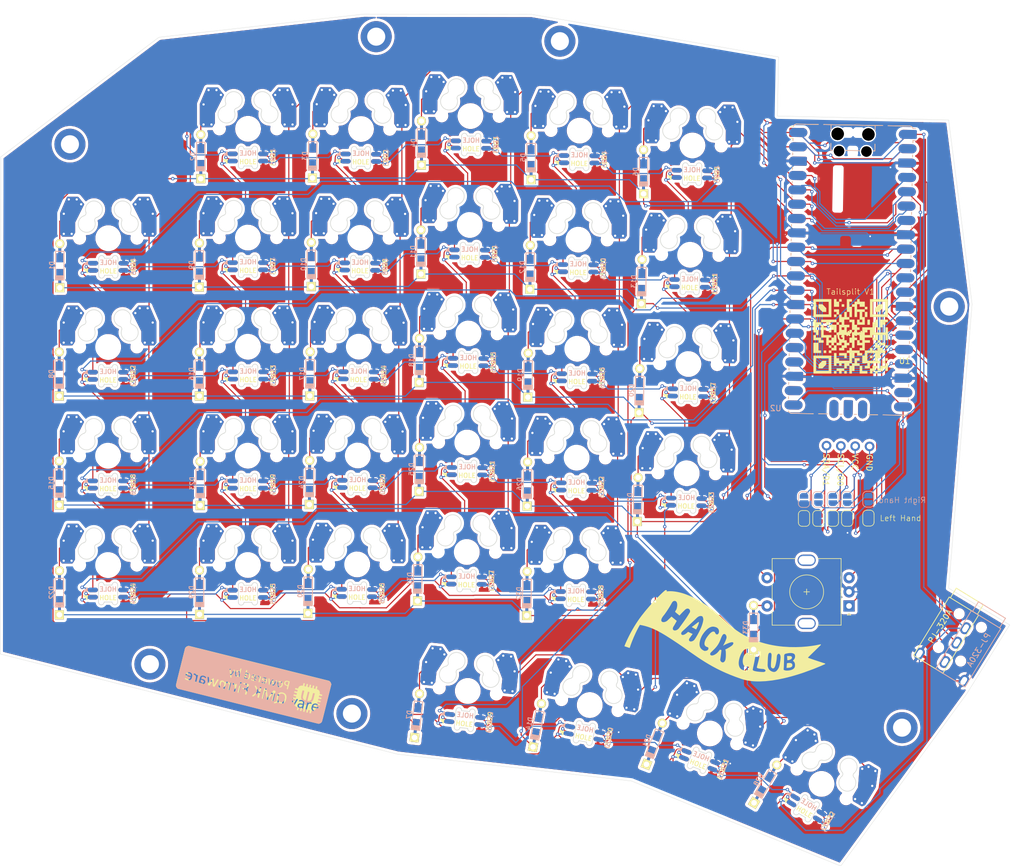
<source format=kicad_pcb>
(kicad_pcb (version 20240108) (generator "pcbnew") (generator_version "8.0")
  (layers (0 "F.Cu" signal) (31 "B.Cu" signal) (34 "B.Paste" user) (35 "F.Paste" user) (36 "B.SilkS" user "B.Silkscreen") (37 "F.SilkS" user "F.Silkscreen") (38 "B.Mask" user) (39 "F.Mask" user) (44 "Edge.Cuts" user))
  (net 0 "")
  (net 1 "Row 1")
  (net 2 "Net-(D1-A)")
  (net 3 "Row 2")
  (net 4 "Net-(D2-A)")
  (net 5 "Row 3")
  (net 6 "Net-(D3-A)")
  (net 7 "Row 4")
  (net 8 "Net-(D4-A)")
  (net 9 "Net-(D5-A)")
  (net 10 "Net-(D6-A)")
  (net 11 "Net-(D8-A)")
  (net 12 "Net-(D9-A)")
  (net 13 "Net-(D10-A)")
  (net 14 "Net-(D11-A)")
  (net 15 "Net-(D12-A)")
  (net 16 "Net-(D13-A)")
  (net 17 "Net-(D15-A)")
  (net 18 "Net-(D16-A)")
  (net 19 "Net-(D17-A)")
  (net 20 "Net-(D18-A)")
  (net 21 "Net-(D19-A)")
  (net 22 "Net-(D20-A)")
  (net 23 "Net-(D22-A)")
  (net 24 "Net-(D23-A)")
  (net 25 "Net-(D24-A)")
  (net 26 "Net-(D25-A)")
  (net 27 "Net-(D26-A)")
  (net 28 "Net-(D27-A)")
  (net 29 "Col 1")
  (net 30 "Col 2")
  (net 31 "Col 3")
  (net 32 "Col 4")
  (net 33 "Col 5")
  (net 34 "Col 6")
  (net 35 "Col 7")
  (net 36 "GND")
  (net 37 "VBUS")
  (net 39 "Net-(J2-Pin_3)")
  (net 43 "Net-(J2-Pin_4)")
  (net 50 "Net-(LED1-DOUT)")
  (net 51 "Net-(LED2-DOUT)")
  (net 52 "Net-(LED3-DOUT)")
  (net 53 "Net-(LED4-DOUT)")
  (net 54 "Net-(LED5-DOUT)")
  (net 55 "Net-(LED10-DOUT)")
  (net 56 "Net-(LED10-DIN)")
  (net 57 "Net-(LED15-DOUT)")
  (net 58 "Net-(LED16-DOUT)")
  (net 59 "Net-(LED17-DOUT)")
  (net 60 "Net-(LED18-DOUT)")
  (net 61 "Net-(LED19-DOUT)")
  (net 62 "ENCSWB")
  (net 63 "ENC A")
  (net 64 "ENC B")
  (net 65 "VSYS")
  (net 66 "Row 5")
  (net 67 "Net-(J2-Pin_2)")
  (net 68 "+3.3V")
  (net 69 "Net-(J2-Pin_1)")
  (net 70 "SK6912PWM")
  (net 81 "SPLIT SELECT")
  (net 82 "SERIAL B")
  (net 83 "SERIAL A")
  (net 84 "SDL")
  (net 85 "SDA")
  (net 86 "Net-(D7-A)")
  (net 87 "Net-(D14-A)")
  (net 88 "Net-(D21-A)")
  (net 89 "Net-(D28-A)")
  (net 90 "Net-(D29-A)")
  (net 91 "Net-(D30-A)")
  (net 92 "Net-(D31-A)")
  (net 93 "Net-(D32-A)")
  (net 94 "Net-(LED6-DOUT)")
  (net 95 "Net-(LED20-DOUT)")
  (net 96 "Net-(LED21-DOUT)")
  (net 97 "Net-(LED31-DOUT)")
  (net 99 "Net-(LED30-DOUT)")
  (net 100 "Net-(LED22-DOUT)")
  (net 101 "Net-(LED7-DOUT)")
  (net 102 "Net-(LED8-DOUT)")
  (net 103 "Net-(LED11-DOUT)")
  (net 104 "Net-(LED12-DOUT)")
  (net 105 "Net-(LED13-DOUT)")
  (net 106 "Net-(LED14-DOUT)")
  (net 107 "Net-(LED23-DOUT)")
  (net 108 "Net-(LED24-DOUT)")
  (net 109 "Net-(LED25-DOUT)")
  (net 110 "Net-(LED26-DOUT)")
  (net 111 "Net-(LED27-DOUT)")
  (net 112 "Net-(LED28-DOUT)")
  (net 113 "Net-(LED29-DOUT)")
  (footprint "footprints:QMK_PoweredBy" (layer "F.Cu") (at 152 195.5 -14)
    (property "Reference" "G***" (hide yes))
    (property "Value" "LOGO" (hide yes))
  )
  (footprint "Keebio-Parts:Diode-Hybrid-Dual" (layer "F.Cu") (at 242.565267 213.05365 -121)
    (property "Reference" "D28")
    (property "Value" "D" (hide yes))
  )
  (footprint "reversible-kicad-footprints:MX-1U-Hotswap" (layer "F.Cu") (at 190.027943 133.306504 -0.5)
    (property "Reference" "SW18")
    (property "Value" "SW_Push")
    (fp_arc (start -3.96108 -4.600241) (mid -3.987242 -4.216863) (end -4.277581 -3.965135) (stroke (width 0.1)) (layer "Edge.Cuts"))
    (fp_arc (start -3.96108 -4.600241) (mid -1.869375 -6.421603) (end -2.070859 -3.655379) (stroke (width 0.1)) (layer "Edge.Cuts"))
    (fp_arc (start -2.389 -3.02) (mid -4.481247 -1.198704) (end -4.277581 -3.965135) (stroke (width 0.1)) (layer "Edge.Cuts"))
    (fp_arc (start -2.389 -3.02) (mid -2.362333 -3.403986) (end -2.070858 -3.655378) (stroke (width 0.1)) (layer "Edge.Cuts"))
    (fp_arc (start 2.070858 -3.655378) (mid 2.362332 -3.403985) (end 2.389 -3.02) (stroke (width 0.1)) (layer "Edge.Cuts"))
    (fp_arc (start 2.070859 -3.655379) (mid 1.869375 -6.421604) (end 3.96108 -4.600241) (stroke (width 0.1)) (layer "Edge.Cuts"))
    (fp_arc (start 4.277581 -3.965135) (mid 4.481247 -1.198705) (end 2.389 -3.02) (stroke (width 0.1)) (layer "Edge.Cuts"))
    (fp_arc (start 4.277581 -3.965135) (mid 3.987242 -4.216862) (end 3.96108 -4.600241) (stroke (width 0.1)) (layer "Edge.Cuts"))
  )
  (footprint "Keebio-Parts:Diode-Hybrid-Dual" (layer "F.Cu") (at 200.371261 179.349247 -90.5)
    (property "Reference" "D32")
    (property "Value" "D" (hide yes))
  )
  (footprint "Keebio-Parts:Diode-Hybrid-Dual" (layer "F.Cu") (at 181.32745 157.369194 -90.5)
    (property "Reference" "D25")
    (property "Value" "D" (hide yes))
  )
  (footprint "Keebio-Parts:Diode-Hybrid-Dual" (layer "F.Cu") (at 200.931397 121.575685 -90.5)
    (property "Reference" "D12")
    (property "Value" "D" (hide yes))
  )
  (footprint "reversible-kicad-footprints:MX-1U-SK6812Mini-E" (layer "F.Cu") (at 170.888643 116.383731 -0.5)
    (property "Reference" "LED8")
    (property "Value" "SK6812MINI")
    (fp_line (start -1.7 3.58) (end -1.7 6.58) (stroke (width 0.1)) (layer "Edge.Cuts"))
    (fp_line (start -0.7 6.58) (end 0.7 6.58) (stroke (width 0.1)) (layer "Edge.Cuts"))
    (fp_line (start -0.7 3.58) (end 0.7 3.58) (stroke (width 0.1)) (layer "Edge.Cuts"))
    (fp_line (start 1.7 6.58) (end 1.7 3.58) (stroke (width 0.1)) (layer "Edge.Cuts"))
    (fp_arc (start -1.7 3.58) (mid -1.2 3.08) (end -0.7 3.58) (stroke (width 0.1)) (layer "Edge.Cuts"))
    (fp_arc (start -0.7 6.58) (mid -1.2 7.08) (end -1.7 6.58) (stroke (width 0.1)) (layer "Edge.Cuts"))
    (fp_arc (start 0.7 3.58) (mid 1.2 3.08) (end 1.7 3.58) (stroke (width 0.1)) (layer "Edge.Cuts"))
    (fp_arc (start 1.7 6.58) (mid 1.2 7.08) (end 0.7 6.58) (stroke (width 0.1)) (layer "Edge.Cuts"))
  )
  (footprint "Jumper:SolderJumper-2_P1.3mm_Open_RoundedPad1.0x1.5mm" (layer "F.Cu") (at 251.95 166.05 -90)
    (property "Reference" "JP3" (hide yes))
    (property "Value" "SCL" (hide yes))
  )
  (footprint "reversible-kicad-footprints:MX-1U-SK6812Mini-E" (layer "F.Cu") (at 252.456881 213.019302 -31)
    (property "Reference" "LED32")
    (property "Value" "SK6812MINI")
    (fp_line (start -0.700001 6.579998) (end 0.700003 6.580001) (stroke (width 0.1)) (layer "Edge.Cuts"))
    (fp_line (start -1.700001 3.580005) (end -1.699998 6.580003) (stroke (width 0.1)) (layer "Edge.Cuts"))
    (fp_line (start -0.700002 3.580004) (end 0.699996 3.579999) (stroke (width 0.1)) (layer "Edge.Cuts"))
    (fp_line (start 1.7 6.58) (end 1.699997 3.58) (stroke (width 0.1)) (layer "Edge.Cuts"))
    (fp_arc (start -0.700001 6.579998) (mid -1.199996 7.08) (end -1.699998 6.580003) (stroke (width 0.1)) (layer "Edge.Cuts"))
    (fp_arc (start -1.700001 3.580005) (mid -1.200002 3.080004) (end -0.700002 3.580004) (stroke (width 0.1)) (layer "Edge.Cuts"))
    (fp_arc (start 1.7 6.58) (mid 1.2 7.080001) (end 0.700003 6.580001) (stroke (width 0.1)) (layer "Edge.Cuts"))
    (fp_arc (start 0.699996 3.579999) (mid 1.199996 3.080004) (end 1.699997 3.58) (stroke (width 0.1)) (layer "Edge.Cuts"))
  )
  (footprint "reversible-kicad-footprints:MX-1U-SK6812Mini-E" (layer "F.Cu") (at 228.66876 158.050888 -1)
    (property "Reference" "LED23")
    (property "Value" "SK6812MINI")
    (fp_line (start -1.699999 3.58) (end -1.7 6.579999) (stroke (width 0.1)) (layer "Edge.Cuts"))
    (fp_line (start -0.7 6.58) (end 0.7 6.579999) (stroke (width 0.1)) (layer "Edge.Cuts"))
    (fp_line (start -0.7 3.58) (end 0.699999 3.58) (stroke (width 0.1)) (layer "Edge.Cuts"))
    (fp_line (start 1.700001 6.58) (end 1.7 3.58) (stroke (width 0.1)) (layer "Edge.Cuts"))
    (fp_arc (start -1.699999 3.58) (mid -1.199999 3.080001) (end -0.7 3.58) (stroke (width 0.1)) (layer "Edge.Cuts"))
    (fp_arc (start -0.7 6.58) (mid -1.2 7.08) (end -1.7 6.579999) (stroke (width 0.1)) (layer "Edge.Cuts"))
    (fp_arc (start 0.699999 3.58) (mid 1.200001 3.079998) (end 1.7 3.58) (stroke (width 0.1)) (layer "Edge.Cuts"))
    (fp_arc (start 1.700001 6.58) (mid 1.199999 7.080001) (end 0.7 6.579999) (stroke (width 0.1)) (layer "Edge.Cuts"))
  )
  (footprint "reversible-kicad-footprints:MX-1U-SK6812Mini-E" (layer "F.Cu") (at 170.438643 154.883731 -0.5)
    (property "Reference" "LED20")
    (property "Value" "SK6812MINI")
    (fp_line (start -1.7 3.58) (end -1.7 6.58) (stroke (width 0.1)) (layer "Edge.Cuts"))
    (fp_line (start -0.7 6.58) (end 0.7 6.58) (stroke (width 0.1)) (layer "Edge.Cuts"))
    (fp_line (start -0.7 3.58) (end 0.7 3.58) (stroke (width 0.1)) (layer "Edge.Cuts"))
    (fp_line (start 1.7 6.58) (end 1.7 3.58) (stroke (width 0.1)) (layer "Edge.Cuts"))
    (fp_arc (start -1.7 3.58) (mid -1.2 3.08) (end -0.7 3.58) (stroke (width 0.1)) (layer "Edge.Cuts"))
    (fp_arc (start -0.7 6.58) (mid -1.2 7.08) (end -1.7 6.58) (stroke (width 0.1)) (layer "Edge.Cuts"))
    (fp_arc (start 0.7 3.58) (mid 1.2 3.08) (end 1.7 3.58) (stroke (width 0.1)) (layer "Edge.Cuts"))
    (fp_arc (start 1.7 6.58) (mid 1.2 7.08) (end 0.7 6.58) (stroke (width 0.1)) (layer "Edge.Cuts"))
  )
  (footprint "Keebio-Parts:Diode-Hybrid-Dual" (layer "F.Cu") (at 180.917721 200.972658 -96.5)
    (property "Reference" "D7")
    (property "Value" "D" (hide yes))
  )
  (footprint "Jumper:SolderJumper-2_P1.3mm_Open_RoundedPad1.0x1.5mm" (layer "F.Cu") (at 249.4 166.05 -90)
    (property "Reference" "JP4" (hide yes))
    (property "Value" "SDA" (hide yes))
  )
  (footprint "reversible-kicad-footprints:MX-1U-SK6812Mini-E" (layer "F.Cu") (at 209.688643 97.383731 -0.5)
    (property "Reference" "LED4")
    (property "Value" "SK6812MINI")
    (fp_line (start -1.7 3.58) (end -1.7 6.58) (stroke (width 0.1)) (layer "Edge.Cuts"))
    (fp_line (start -0.7 6.58) (end 0.7 6.58) (stroke (width 0.1)) (layer "Edge.Cuts"))
    (fp_line (start -0.7 3.58) (end 0.7 3.58) (stroke (width 0.1)) (layer "Edge.Cuts"))
    (fp_line (start 1.7 6.58) (end 1.7 3.58) (stroke (width 0.1)) (layer "Edge.Cuts"))
    (fp_arc (start -1.7 3.58) (mid -1.2 3.08) (end -0.7 3.58) (stroke (width 0.1)) (layer "Edge.Cuts"))
    (fp_arc (start -0.7 6.58) (mid -1.2 7.08) (end -1.7 6.58) (stroke (width 0.1)) (layer "Edge.Cuts"))
    (fp_arc (start 0.7 3.58) (mid 1.2 3.08) (end 1.7 3.58) (stroke (width 0.1)) (layer "Edge.Cuts"))
    (fp_arc (start 1.7 6.58) (mid 1.2 7.08) (end 0.7 6.58) (stroke (width 0.1)) (layer "Edge.Cuts"))
  )
  (footprint "reversible-kicad-footprints:MX-1U-SK6812Mini-E" (layer "F.Cu") (at 190.538643 94.783731 -0.5)
    (property "Reference" "LED3")
    (property "Value" "SK6812MINI")
    (fp_line (start -1.7 3.58) (end -1.7 6.58) (stroke (width 0.1)) (layer "Edge.Cuts"))
    (fp_line (start -0.7 6.58) (end 0.7 6.58) (stroke (width 0.1)) (layer "Edge.Cuts"))
    (fp_line (start -0.7 3.58) (end 0.7 3.58) (stroke (width 0.1)) (layer "Edge.Cuts"))
    (fp_line (start 1.7 6.58) (end 1.7 3.58) (stroke (width 0.1)) (layer "Edge.Cuts"))
    (fp_arc (start -1.7 3.58) (mid -1.2 3.08) (end -0.7 3.58) (stroke (width 0.1)) (layer "Edge.Cuts"))
    (fp_arc (start -0.7 6.58) (mid -1.2 7.08) (end -1.7 6.58) (stroke (width 0.1)) (layer "Edge.Cuts"))
    (fp_arc (start 0.7 3.58) (mid 1.2 3.08) (end 1.7 3.58) (stroke (width 0.1)) (layer "Edge.Cuts"))
    (fp_arc (start 1.7 6.58) (mid 1.2 7.08) (end 0.7 6.58) (stroke (width 0.1)) (layer "Edge.Cuts"))
  )
  (footprint "reversible-kicad-footprints:MX-1U-Hotswap" (layer "F.Cu") (at 228.649017 158.053881 -1)
    (property "Reference" "SW27")
    (property "Value" "SW_Push")
    (fp_arc (start -3.96108 -4.600241) (mid -3.987241 -4.216862) (end -4.277581 -3.965135) (stroke (width 0.1)) (layer "Edge.Cuts"))
    (fp_arc (start -3.96108 -4.600241) (mid -1.869375 -6.421601) (end -2.070859 -3.655379) (stroke (width 0.1)) (layer "Edge.Cuts"))
    (fp_arc (start -2.389 -3.02) (mid -4.481248 -1.198706) (end -4.277581 -3.965135) (stroke (width 0.1)) (layer "Edge.Cuts"))
    (fp_arc (start -2.389 -3.02) (mid -2.362334 -3.403986) (end -2.070858 -3.655378) (stroke (width 0.1)) (layer "Edge.Cuts"))
    (fp_arc (start 2.070858 -3.655378) (mid 2.362333 -3.403985) (end 2.389 -3.02) (stroke (width 0.1)) (layer "Edge.Cuts"))
    (fp_arc (start 2.070859 -3.655379) (mid 1.869374 -6.421603) (end 3.96108 -4.600241) (stroke (width 0.1)) (layer "Edge.Cuts"))
    (fp_arc (start 4.277581 -3.965135) (mid 4.481247 -1.198705) (end 2.389 -3.02) (stroke (width 0.1)) (layer "Edge.Cuts"))
    (fp_arc (start 4.277581 -3.965135) (mid 3.987242 -4.216862) (end 3.96108 -4.600241) (stroke (width 0.1)) (layer "Edge.Cuts"))
  )
  (footprint "reversible-kicad-footprints:MX-1U-SK6812Mini-E" (layer "F.Cu") (at 232.731834 204.135858 -21)
    (property "Reference" "LED31")
    (property "Value" "SK6812MINI")
    (fp_line (start -0.700001 6.579996) (end 0.7 6.579999) (stroke (width 0.1)) (layer "Edge.Cuts"))
    (fp_line (start -1.7 3.580003) (end -1.699998 6.580001) (stroke (width 0.1)) (layer "Edge.Cuts"))
    (fp_line (start -0.700002 3.580002) (end 0.699997 3.580001) (stroke (width 0.1)) (layer "Edge.Cuts"))
    (fp_line (start 1.700001 6.579998) (end 1.699998 3.579998) (stroke (width 0.1)) (layer "Edge.Cuts"))
    (fp_arc (start -0.700001 6.579996) (mid -1.199996 7.079997) (end -1.699998 6.580001) (stroke (width 0.1)) (layer "Edge.Cuts"))
    (fp_arc (start -1.7 3.580003) (mid -1.200001 3.080002) (end -0.700002 3.580002) (stroke (width 0.1)) (layer "Edge.Cuts"))
    (fp_arc (start 1.700001 6.579998) (mid 1.2 7.080001) (end 0.7 6.579999) (stroke (width 0.1)) (layer "Edge.Cuts"))
    (fp_arc (start 0.699997 3.580001) (mid 1.199997 3.08) (end 1.699998 3.579998) (stroke (width 0.1)) (layer "Edge.Cuts"))
  )
  (footprint "reversible-kicad-footprints:MX-1U-Hotswap" (layer "F.Cu") (at 209.060665 174.587074 -0.5)
    (property "Reference" "SW32")
    (property "Value" "SW_Push")
    (fp_arc (start -3.96108 -4.600241) (mid -3.987242 -4.216863) (end -4.277581 -3.965135) (stroke (width 0.1)) (layer "Edge.Cuts"))
    (fp_arc (start -3.96108 -4.600241) (mid -1.869375 -6.421603) (end -2.070859 -3.655379) (stroke (width 0.1)) (layer "Edge.Cuts"))
    (fp_arc (start -2.389 -3.02) (mid -4.481247 -1.198704) (end -4.277581 -3.965135) (stroke (width 0.1)) (layer "Edge.Cuts"))
    (fp_arc (start -2.389 -3.02) (mid -2.362333 -3.403986) (end -2.070858 -3.655378) (stroke (width 0.1)) (layer "Edge.Cuts"))
    (fp_arc (start 2.070858 -3.655378) (mid 2.362332 -3.403985) (end 2.389 -3.02) (stroke (width 0.1)) (layer "Edge.Cuts"))
    (fp_arc (start 2.070859 -3.655379) (mid 1.869375 -6.421604) (end 3.96108 -4.600241) (stroke (width 0.1)) (layer "Edge.Cuts"))
    (fp_arc (start 4.277581 -3.965135) (mid 4.481247 -1.198705) (end 2.389 -3.02) (stroke (width 0.1)) (layer "Edge.Cuts"))
    (fp_arc (start 4.277581 -3.965135) (mid 3.987242 -4.216862) (end 3.96108 -4.600241) (stroke (width 0.1)) (layer "Edge.Cuts"))
  )
  (footprint "Keebio-Parts:Diode-Hybrid-Dual" (layer "F.Cu") (at 240.475799 185.361383 -90)
    (property "Reference" "D33")
    (property "Value" "D" (hide yes))
  )
  (footprint "Keebio-Parts:Diode-Hybrid-Dual" (layer "F.Cu") (at 117.703482 121.301576 -90)
    (property "Reference" "D1")
    (property "Value" "D" (hide yes))
  )
  (footprint "reversible-kicad-footprints:MX-1U-SK6812Mini-E" (layer "F.Cu") (at 190.038643 133.283731 -0.5)
    (property "Reference" "LED15")
    (property "Value" "SK6812MINI")
    (fp_line (start -1.7 3.58) (end -1.7 6.58) (stroke (width 0.1)) (layer "Edge.Cuts"))
    (fp_line (start -0.7 6.58) (end 0.7 6.58) (stroke (width 0.1)) (layer "Edge.Cuts"))
    (fp_line (start -0.7 3.58) (end 0.7 3.58) (stroke (width 0.1)) (layer "Edge.Cuts"))
    (fp_line (start 1.7 6.58) (end 1.7 3.58) (stroke (width 0.1)) (layer "Edge.Cuts"))
    (fp_arc (start -1.7 3.58) (mid -1.2 3.08) (end -0.7 3.58) (stroke (width 0.1)) (layer "Edge.Cuts"))
    (fp_arc (start -0.7 6.58) (mid -1.2 7.08) (end -1.7 6.58) (stroke (width 0.1)) (layer "Edge.Cuts"))
    (fp_arc (start 0.7 3.58) (mid 1.2 3.08) (end 1.7 3.58) (stroke (width 0.1)) (layer "Edge.Cuts"))
    (fp_arc (start 1.7 6.58) (mid 1.2 7.08) (end 0.7 6.58) (stroke (width 0.1)) (layer "Edge.Cuts"))
  )
  (footprint "Keebio-Parts:Diode-Hybrid-Dual" (layer "F.Cu") (at 117.610403 140.480344 -90)
    (property "Reference" "D8")
    (property "Value" "D" (hide yes))
  )
  (footprint "reversible-kicad-footprints:MX-1U-Hotswap" (layer "F.Cu") (at 151.019503 97.067828)
    (property "Reference" "SW2")
    (property "Value" "SW_Push")
    (fp_arc (start -3.96108 -4.600241) (mid -3.987242 -4.216863) (end -4.277581 -3.965135) (stroke (width 0.1)) (layer "Edge.Cuts"))
    (fp_arc (start -3.96108 -4.600241) (mid -1.869375 -6.421603) (end -2.070859 -3.655379) (stroke (width 0.1)) (layer "Edge.Cuts"))
    (fp_arc (start -2.389 -3.02) (mid -4.481247 -1.198706) (end -4.277581 -3.965135) (stroke (width 0.1)) (layer "Edge.Cuts"))
    (fp_arc (start -2.389 -3.02) (mid -2.362333 -3.403985) (end -2.070858 -3.655378) (stroke (width 0.1)) (layer "Edge.Cuts"))
    (fp_arc (start 2.070858 -3.655378) (mid 2.362333 -3.403985) (end 2.389 -3.02) (stroke (width 0.1)) (layer "Edge.Cuts"))
    (fp_arc (start 2.070859 -3.655379) (mid 1.869375 -6.421604) (end 3.96108 -4.600241) (stroke (width 0.1)) (layer "Edge.Cuts"))
    (fp_arc (start 4.277581 -3.965135) (mid 4.481247 -1.198706) (end 2.389 -3.02) (stroke (width 0.1)) (layer "Edge.Cuts"))
    (fp_arc (start 4.277581 -3.965135) (mid 3.987242 -4.216863) (end 3.96108 -4.600241) (stroke (width 0.1)) (layer "Edge.Cuts"))
  )
  (footprint "Keebio-Parts:Diode-Hybrid-Dual" (layer "F.Cu") (at 142.410403 121.180344 -90)
    (property "Reference" "D9")
    (property "Value" "D" (hide yes))
  )
  (footprint "reversible-kicad-footprints:MX-1U-Hotswap" (layer "F.Cu") (at 171.007731 97.095435 -0.5)
    (property "Reference" "SW3")
    (property "Value" "SW_Push")
    (fp_arc (start -3.96108 -4.600241) (mid -3.987242 -4.216863) (end -4.277581 -3.965135) (stroke (width 0.1)) (layer "Edge.Cuts"))
    (fp_arc (start -3.96108 -4.600241) (mid -1.869375 -6.421603) (end -2.070859 -3.655379) (stroke (width 0.1)) (layer "Edge.Cuts"))
    (fp_arc (start -2.389 -3.02) (mid -4.481247 -1.198704) (end -4.277581 -3.965135) (stroke (width 0.1)) (layer "Edge.Cuts"))
    (fp_arc (start -2.389 -3.02) (mid -2.362333 -3.403986) (end -2.070858 -3.655378) (stroke (width 0.1)) (layer "Edge.Cuts"))
    (fp_arc (start 2.070858 -3.655378) (mid 2.362332 -3.403985) (end 2.389 -3.02) (stroke (width 0.1)) (layer "Edge.Cuts"))
    (fp_arc (start 2.070859 -3.655379) (mid 1.869375 -6.421604) (end 3.96108 -4.600241) (stroke (width 0.1)) (layer "Edge.Cuts"))
    (fp_arc (start 4.277581 -3.965135) (mid 4.481247 -1.198705) (end 2.389 -3.02) (stroke (width 0.1)) (layer "Edge.Cuts"))
    (fp_arc (start 4.277581 -3.965135) (mid 3.987242 -4.216862) (end 3.96108 -4.600241) (stroke (width 0.1)) (layer "Edge.Cuts"))
  )
  (footprint "reversible-kicad-footprints:MX-1U-SK6812Mini-E" (layer "F.Cu") (at 189.834556 152.610294 -0.5)
    (property "Reference" "LED21")
    (property "Value" "SK6812MINI")
    (fp_line (start -1.7 3.58) (end -1.7 6.58) (stroke (width 0.1)) (layer "Edge.Cuts"))
    (fp_line (start -0.7 6.58) (end 0.7 6.58) (stroke (width 0.1)) (layer "Edge.Cuts"))
    (fp_line (start -0.7 3.58) (end 0.7 3.58) (stroke (width 0.1)) (layer "Edge.Cuts"))
    (fp_line (start 1.7 6.58) (end 1.7 3.58) (stroke (width 0.1)) (layer "Edge.Cuts"))
    (fp_arc (start -1.7 3.58) (mid -1.2 3.08) (end -0.7 3.58) (stroke (width 0.1)) (layer "Edge.Cuts"))
    (fp_arc (start -0.7 6.58) (mid -1.2 7.08) (end -1.7 6.58) (stroke (width 0.1)) (layer "Edge.Cuts"))
    (fp_arc (start 0.7 3.58) (mid 1.2 3.08) (end 1.7 3.58) (stroke (width 0.1)) (layer "Edge.Cuts"))
    (fp_arc (start 1.7 6.58) (mid 1.2 7.08) (end 0.7 6.58) (stroke (width 0.1)) (layer "Edge.Cuts"))
  )
  (footprint "Jumper:SolderJumper-2_P1.3mm_Open_RoundedPad1.0x1.5mm" (layer "F.Cu") (at 257.05 166.05 -90)
    (property "Reference" "JP1" (hide yes))
    (property "Value" "GND" (hide yes))
  )
  (footprint "reversible-kicad-footprints:MX-1U-SK6812Mini-E" (layer "F.Cu") (at 126.25 154.97)
    (property "Reference" "LED18")
    (property "Value" "SK6812MINI")
    (fp_line (start -1.7 3.58) (end -1.7 6.58) (stroke (width 0.1)) (layer "Edge.Cuts"))
    (fp_line (start -0.7 3.58) (end 0.7 3.58) (stroke (width 0.1)) (layer "Edge.Cuts"))
    (fp_line (start -0.7 6.58) (end 0.7 6.58) (stroke (width 0.1)) (layer "Edge.Cuts"))
    (fp_line (start 1.7 6.58) (end 1.7 3.58) (stroke (width 0.1)) (layer "Edge.Cuts"))
    (fp_arc (start -1.7 3.58) (mid -1.2 3.08) (end -0.7 3.58) (stroke (width 0.1)) (layer "Edge.Cuts"))
    (fp_arc (start -0.7 6.58) (mid -1.2 7.08) (end -1.7 6.58) (stroke (width 0.1)) (layer "Edge.Cuts"))
    (fp_arc (start 0.7 3.58) (mid 1.2 3.08) (end 1.7 3.58) (stroke (width 0.1)) (layer "Edge.Cuts"))
    (fp_arc (start 1.7 6.58) (mid 1.2 7.08) (end 0.7 6.58) (stroke (width 0.1)) (layer "Edge.Cuts"))
  )
  (footprint "Keebio-Parts:Diode-Hybrid-Dual" (layer "F.Cu") (at 181.043453 176.763546 -90.5)
    (property "Reference" "D31")
    (property "Value" "D" (hide yes))
  )
  (footprint "reversible-kicad-footprints:MX-1U-Hotswap" (layer "F.Cu") (at 170.339914 174.195396 -0.5)
    (property "Reference" "SW30")
    (property "Value" "SW_Push")
    (fp_arc (start -3.96108 -4.600241) (mid -3.987242 -4.216863) (end -4.277581 -3.965135) (stroke (width 0.1)) (layer "Edge.Cuts"))
    (fp_arc (start -3.96108 -4.600241) (mid -1.869375 -6.421603) (end -2.070859 -3.655379) (stroke (width 0.1)) (layer "Edge.Cuts"))
    (fp_arc (start -2.389 -3.02) (mid -4.481247 -1.198704) (end -4.277581 -3.965135) (stroke (width 0.1)) (layer "Edge.Cuts"))
    (fp_arc (start -2.389 -3.02) (mid -2.362333 -3.403986) (end -2.070858 -3.655378) (stroke (width 0.1)) (layer "Edge.Cuts"))
    (fp_arc (start 2.070858 -3.655378) (mid 2.362332 -3.403985) (end 2.389 -3.02) (stroke (width 0.1)) (layer "Edge.Cuts"))
    (fp_arc (start 2.070859 -3.655379) (mid 1.869375 -6.421604) (end 3.96108 -4.600241) (stroke (width 0.1)) (layer "Edge.Cuts"))
    (fp_arc (start 4.277581 -3.965135) (mid 4.481247 -1.198705) (end 2.389 -3.02) (stroke (width 0.1)) (layer "Edge.Cuts"))
    (fp_arc (start 4.277581 -3.965135) (mid 3.987242 -4.216862) (end 3.96108 -4.600241) (stroke (width 0.1)) (layer "Edge.Cuts"))
  )
  (footprint "Keebio-Parts:Diode-Hybrid-Dual" (layer "F.Cu") (at 181.610403 118.880344 -90)
    (property "Reference" "D11")
    (property "Value" "D" (hide yes))
  )
  (footprint "reversible-kicad-footprints:MX-1U-SK6812Mini-E" (layer "F.Cu") (at 126.25 135.72)
    (property "Reference" "LED12")
    (property "Value" "SK6812MINI")
    (fp_line (start -1.7 3.58) (end -1.7 6.58) (stroke (width 0.1)) (layer "Edge.Cuts"))
    (fp_line (start -0.7 3.58) (end 0.7 3.58) (stroke (width 0.1)) (layer "Edge.Cuts"))
    (fp_line (start -0.7 6.58) (end 0.7 6.58) (stroke (width 0.1)) (layer "Edge.Cuts"))
    (fp_line (start 1.7 6.58) (end 1.7 3.58) (stroke (width 0.1)) (layer "Edge.Cuts"))
    (fp_arc (start -1.7 3.58) (mid -1.2 3.08) (end -0.7 3.58) (stroke (width 0.1)) (layer "Edge.Cuts"))
    (fp_arc (start -0.7 6.58) (mid -1.2 7.08) (end -1.7 6.58) (stroke (width 0.1)) (layer "Edge.Cuts"))
    (fp_arc (start 0.7 3.58) (mid 1.2 3.08) (end 1.7 3.58) (stroke (width 0.1)) (layer "Edge.Cuts"))
    (fp_arc (start 1.7 6.58) (mid 1.2 7.08) (end 0.7 6.58) (stroke (width 0.1)) (layer "Edge.Cuts"))
  )
  (footprint "reversible-kicad-footprints:MX-1U-Hotswap" (layer "F.Cu") (at 229.259762 119.377959 -1)
    (property "Reference" "SW13")
    (property "Value" "SW_Push")
    (fp_arc (start -3.96108 -4.600241) (mid -3.987241 -4.216862) (end -4.277581 -3.965135) (stroke (width 0.1)) (layer "Edge.Cuts"))
    (fp_arc (start -3.96108 -4.600241) (mid -1.869375 -6.421601) (end -2.070859 -3.655379) (stroke (width 0.1)) (layer "Edge.Cuts"))
    (fp_arc (start -2.389 -3.02) (mid -4.481248 -1.198706) (end -4.277581 -3.965135) (stroke (width 0.1)) (layer "Edge.Cuts"))
    (fp_arc (start -2.389 -3.02) (mid -2.362334 -3.403986) (end -2.070858 -3.655378) (stroke (width 0.1)) (layer "Edge.Cuts"))
    (fp_arc (start 2.070858 -3.655378) (mid 2.362333 -3.403985) (end 2.389 -3.02) (stroke (width 0.1)) (layer "Edge.Cuts"))
    (fp_arc (start 2.070859 -3.655379) (mid 1.869374 -6.421603) (end 3.96108 -4.600241) (stroke (width 0.1)) (layer "Edge.Cuts"))
    (fp_arc (start 4.277581 -3.965135) (mid 4.481247 -1.198705) (end 2.389 -3.02) (stroke (width 0.1)) (layer "Edge.Cuts"))
    (fp_arc (start 4.277581 -3.965135) (mid 3.987242 -4.216862) (end 3.96108 -4.600241) (stroke (width 0.1)) (layer "Edge.Cuts"))
  )
  (footprint "reversible-kicad-footprints:MX-1U-Hotswap" (layer "F.Cu") (at 211.486264 199.094348 -11)
    (property "Reference" "SW14")
    (property "Value" "SW_Push")
    (fp_arc (start -3.96108 -4.600241) (mid -3.987242 -4.216863) (end -4.277581 -3.965135) (stroke (width 0.1)) (layer "Edge.Cuts"))
    (fp_arc (start -3.96108 -4.600241) (mid -1.869374 -6.421603) (end -2.070859 -3.655379) (stroke (width 0.1)) (layer "Edge.Cuts"))
    (fp_arc (start -2.389 -3.02) (mid -4.481247 -1.198704) (end -4.277581 -3.965135) (stroke (width 0.1)) (layer "Edge.Cuts"))
    (fp_arc (start -2.389 -3.02) (mid -2.362333 -3.403985) (end -2.070859 -3.655378) (stroke (width 0.1)) (layer "Edge.Cuts"))
    (fp_arc (start 2.070858 -3.655378) (mid 2.362334 -3.403985) (end 2.389001 -3.02) (stroke (width 0.1)) (layer "Edge.Cuts"))
    (fp_arc (start 2.070859 -3.655379) (mid 1.869375 -6.421604) (end 3.96108 -4.600241) (stroke (width 0.1)) (layer "Edge.Cuts"))
    (fp_arc (start 4.277581 -3.965135) (mid 4.481246 -1.198707) (end 2.389001 -3.02) (stroke (width 0.1)) (layer "Edge.Cuts"))
    (fp_arc (start 4.277581 -3.965135) (mid 3.987242 -4.216862) (end 3.96108 -4.600241) (stroke (width 0.1)) (layer "Edge.Cuts"))
  )
  (footprint "Keebio-Parts:Diode-Hybrid-Dual" (layer "F.Cu") (at 117.610403 159.780344 -90)
    (property "Reference" "D15")
    (property "Value" "D" (hide yes))
  )
  (footprint "reversible-kicad-footprints:MX-1U-Hotswap" (layer "F.Cu") (at 232.742797 204.12468 -21)
    (property "Reference" "SW21")
    (property "Value" "SW_Push")
    (fp_arc (start -3.96108 -4.600241) (mid -3.987242 -4.216862) (end -4.277581 -3.965135) (stroke (width 0.1)) (layer "Edge.Cuts"))
    (fp_arc (start -3.96108 -4.600241) (mid -1.869375 -6.421603) (end -2.070859 -3.655379) (stroke (width 0.1)) (layer "Edge.Cuts"))
    (fp_arc (start -2.389 -3.02) (mid -4.481246 -1.198705) (end -4.277581 -3.965135) (stroke (width 0.1)) (layer "Edge.Cuts"))
    (fp_arc (start -2.389 -3.02) (mid -2.362332 -3.403985) (end -2.070858 -3.655378) (stroke (width 0.1)) (layer "Edge.Cuts"))
    (fp_arc (start 2.070858 -3.655378) (mid 2.362333 -3.403986) (end 2.389 -3.02) (stroke (width 0.1)) (layer "Edge.Cuts"))
    (fp_arc (start 2.070859 -3.655379) (mid 1.869374 -6.421603) (end 3.96108 -4.600241) (stroke (width 0.1)) (layer "Edge.Cuts"))
    (fp_arc (start 4.277581 -3.965134) (mid 4.481247 -1.198706) (end 2.389 -3.02) (stroke (width 0.1)) (layer "Edge.Cuts"))
    (fp_arc (start 4.277581 -3.965134) (mid 3.987241 -4.216863) (end 3.96108 -4.600241) (stroke (width 0.1)) (layer "Edge.Cuts"))
  )
  (footprint "reversible-kicad-footprints:MX-1U-Hotswap" (layer "F.Cu") (at 209.28504 136.014679 -0.5)
    (property "Reference" "SW19")
    (property "Value" "SW_Push")
    (fp_arc (start -3.96108 -4.600241) (mid -3.987242 -4.216863) (end -4.277581 -3.965135) (stroke (width 0.1)) (layer "Edge.Cuts"))
    (fp_arc (start -3.96108 -4.600241) (mid -1.869375 -6.421603) (end -2.070859 -3.655379) (stroke (width 0.1)) (layer "Edge.Cuts"))
    (fp_arc (start -2.389 -3.02) (mid -4.481247 -1.198704) (end -4.277581 -3.965135) (stroke (width 0.1)) (layer "Edge.Cuts"))
    (fp_arc (start -2.389 -3.02) (mid -2.362333 -3.403986) (end -2.070858 -3.655378) (stroke (width 0.1)) (layer "Edge.Cuts"))
    (fp_arc (start 2.070858 -3.655378) (mid 2.362332 -3.403985) (end 2.389 -3.02) (stroke (width 0.1)) (layer "Edge.Cuts"))
    (fp_arc (start 2.070859 -3.655379) (mid 1.869375 -6.421604) (end 3.96108 -4.600241) (stroke (width 0.1)) (layer "Edge.Cuts"))
    (fp_arc (start 4.277581 -3.965135) (mid 4.481247 -1.198705) (end 2.389 -3.02) (stroke (width 0.1)) (layer "Edge.Cuts"))
    (fp_arc (start 4.277581 -3.965135) (mid 3.987242 -4.216862) (end 3.96108 -4.600241) (stroke (width 0.1)) (layer "Edge.Cuts"))
  )
  (footprint "Keebio-Parts:Diode-Hybrid-Dual" (layer "F.Cu") (at 142.541928 159.848908 -90)
    (property "Reference" "D23")
    (property "Value" "D" (hide yes))
  )
  (footprint "reversible-kicad-footprints:MX-1U-SK6812Mini-E" (layer "F.Cu") (at 170.634556 135.660294 -0.5)
    (property "Reference" "LED14")
    (property "Value" "SK6812MINI")
    (fp_line (start -1.7 3.58) (end -1.7 6.58) (stroke (width 0.1)) (layer "Edge.Cuts"))
    (fp_line (start -0.7 6.58) (end 0.7 6.58) (stroke (width 0.1)) (layer "Edge.Cuts"))
    (fp_line (start -0.7 3.58) (end 0.7 3.58) (stroke (width 0.1)) (layer "Edge.Cuts"))
    (fp_line (start 1.7 6.58) (end 1.7 3.58) (stroke (width 0.1)) (layer "Edge.Cuts"))
    (fp_arc (start -1.7 3.58) (mid -1.2 3.08) (end -0.7 3.58) (stroke (width 0.1)) (layer "Edge.Cuts"))
    (fp_arc (start -0.7 6.58) (mid -1.2 7.08) (end -1.7 6.58) (stroke (width 0.1)) (layer "Edge.Cuts"))
    (fp_arc (start 0.7 3.58) (mid 1.2 3.08) (end 1.7 3.58) (stroke (width 0.1)) (layer "Edge.Cuts"))
    (fp_arc (start 1.7 6.58) (mid 1.2 7.08) (end 0.7 6.58) (stroke (width 0.1)) (layer "Edge.Cuts"))
  )
  (footprint "reversible-kicad-footprints:MX-1U-Hotswap" (layer "F.Cu") (at 229.661727 100.014115 -1)
    (property "Reference" "SW6")
    (property "Value" "SW_Push")
    (fp_arc (start -3.96108 -4.600241) (mid -3.987241 -4.216862) (end -4.277581 -3.965135) (stroke (width 0.1)) (layer "Edge.Cuts"))
    (fp_arc (start -3.96108 -4.600241) (mid -1.869375 -6.421601) (end -2.070859 -3.655379) (stroke (width 0.1)) (layer "Edge.Cuts"))
    (fp_arc (start -2.389 -3.02) (mid -4.481248 -1.198706) (end -4.277581 -3.965135) (stroke (width 0.1)) (layer "Edge.Cuts"))
    (fp_arc (start -2.389 -3.02) (mid -2.362334 -3.403986) (end -2.070858 -3.655378) (stroke (width 0.1)) (layer "Edge.Cuts"))
    (fp_arc (start 2.070858 -3.655378) (mid 2.362333 -3.403985) (end 2.389 -3.02) (stroke (width 0.1)) (layer "Edge.Cuts"))
    (fp_arc (start 2.070859 -3.655379) (mid 1.869374 -6.421603) (end 3.96108 -4.600241) (stroke (width 0.1)) (layer "Edge.Cuts"))
    (fp_arc (start 4.277581 -3.965135) (mid 4.481247 -1.198705) (end 2.389 -3.02) (stroke (width 0.1)) (layer "Edge.Cuts"))
    (fp_arc (start 4.277581 -3.965135) (mid 3.987242 -4.216862) (end 3.96108 -4.600241) (stroke (width 0.1)) (layer "Edge.Cuts"))
  )
  (footprint "reversible-kicad-footprints:MX-1U-Hotswap" (layer "F.Cu") (at 189.732857 172.001374 -0.5)
    (property "Reference" "SW31")
    (property "Value" "SW_Push")
    (fp_arc (start -3.96108 -4.600241) (mid -3.987242 -4.216863) (end -4.277581 -3.965135) (stroke (width 0.1)) (layer "Edge.Cuts"))
    (fp_arc (start -3.96108 -4.600241) (mid -1.869375 -6.421603) (end -2.070859 -3.655379) (stroke (width 0.1)) (layer "Edge.Cuts"))
    (fp_arc (start -2.389 -3.02) (mid -4.481247 -1.198704) (end -4.277581 -3.965135) (stroke (width 0.1)) (layer "Edge.Cuts"))
    (fp_arc (start -2.389 -3.02) (mid -2.362333 -3.403986) (end -2.070858 -3.655378) (stroke (width 0.1)) (layer "Edge.Cuts"))
    (fp_arc (start 2.070858 -3.655378) (mid 2.362332 -3.403985) (end 2.389 -3.02) (stroke (width 0.1)) (layer "Edge.Cuts"))
    (fp_arc (start 2.070859 -3.655379) (mid 1.869375 -6.421604) (end 3.96108 -4.600241) (stroke (width 0.1)) (layer "Edge.Cuts"))
    (fp_arc (start 4.277581 -3.965135) (mid 4.481247 -1.198705) (end 2.389 -3.02) (stroke (width 0.1)) (layer "Edge.Cuts"))
    (fp_arc (start 4.277581 -3.965135) (mid 3.987242 -4.216862) (end 3.96108 -4.600241) (stroke (width 0.1)) (layer "Edge.Cuts"))
  )
  (footprint "reversible-kicad-footprints:MX-1U-Hotswap" (layer "F.Cu") (at 170.895543 116.381633 -0.5)
    (property "Reference" "SW10")
    (property "Value" "SW_Push")
    (fp_arc (start -3.96108 -4.600241) (mid -3.987242 -4.216863) (end -4.277581 -3.965135) (stroke (width 0.1)) (layer "Edge.Cuts"))
    (fp_arc (start -3.96108 -4.600241) (mid -1.869375 -6.421603) (end -2.070859 -3.655379) (stroke (width 0.1)) (layer "Edge.Cuts"))
    (fp_arc (start -2.389 -3.02) (mid -4.481247 -1.198704) (end -4.277581 -3.965135) (stroke (width 0.1)) (layer "Edge.Cuts"))
    (fp_arc (start -2.389 -3.02) (mid -2.362333 -3.403986) (end -2.070858 -3.655378) (stroke (width 0.1)) (layer "Edge.Cuts"))
    (fp_arc (start 2.070858 -3.655378) (mid 2.362332 -3.403985) (end 2.389 -3.02) (stroke (width 0.1)) (layer "Edge.Cuts"))
    (fp_arc (start 2.070859 -3.655379) (mid 1.869375 -6.421604) (end 3.96108 -4.600241) (stroke (width 0.1)) (layer "Edge.Cuts"))
    (fp_arc (start 4.277581 -3.965135) (mid 4.481247 -1.198705) (end 2.389 -3.02) (stroke (width 0.1)) (layer "Edge.Cuts"))
    (fp_arc (start 4.277581 -3.965135) (mid 3.987242 -4.216862) (end 3.96108 -4.600241) (stroke (width 0.1)) (layer "Edge.Cuts"))
  )
  (footprint "reversible-kicad-footprints:MX-1U-SK6812Mini-E" (layer "F.Cu") (at 229.677077 100.007798 -1)
    (property "Reference" "LED5")
    (property "Value" "SK6812MINI")
    (fp_line (start -1.699999 3.58) (end -1.7 6.579999) (stroke (width 0.1)) (layer "Edge.Cuts"))
    (fp_line (start -0.7 6.58) (end 0.7 6.579999) (stroke (width 0.1)) (layer "Edge.Cuts"))
    (fp_line (start -0.7 3.58) (end 0.699999 3.58) (stroke (width 0.1)) (layer "Edge.Cuts"))
    (fp_line (start 1.700001 6.58) (end 1.7 3.58) (stroke (width 0.1)) (layer "Edge.Cuts"))
    (fp_arc (start -1.699999 3.58) (mid -1.199999 3.080001) (end -0.7 3.58) (stroke (width 0.1)) (layer "Edge.Cuts"))
    (fp_arc (start -0.7 6.58) (mid -1.2 7.08) (end -1.7 6.579999) (stroke (width 0.1)) (layer "Edge.Cuts"))
    (fp_arc (start 0.699999 3.58) (mid 1.200001 3.079998) (end 1.7 3.58) (stroke (width 0.1)) (layer "Edge.Cuts"))
    (fp_arc (start 1.700001 6.58) (mid 1.199999 7.080001) (end 0.7 6.579999) (stroke (width 0.1)) (layer "Edge.Cuts"))
  )
  (footprint "Keebio-Parts:Diode-Hybrid-Dual" (layer "F.Cu") (at 220.276785 143.422212 -91)
    (property "Reference" "D20")
    (property "Value" "D" (hide yes))
  )
  (footprint "reversible-kicad-footprints:MX-1U-SK6812Mini-E" (layer "F.Cu") (at 170.334907 174.180009 -0.5)
    (property "Reference" "LED26")
    (property "Value" "SK6812MINI")
    (fp_line (start -1.7 3.58) (end -1.7 6.58) (stroke (width 0.1)) (layer "Edge.Cuts"))
    (fp_line (start -0.7 6.58) (end 0.7 6.58) (stroke (width 0.1)) (layer "Edge.Cuts"))
    (fp_line (start -0.7 3.58) (end 0.7 3.58) (stroke (width 0.1)) (layer "Edge.Cuts"))
    (fp_line (start 1.7 6.58) (end 1.7 3.58) (stroke (width 0.1)) (layer "Edge.Cuts"))
    (fp_arc (start -1.7 3.58) (mid -1.2 3.08) (end -0.7 3.58) (stroke (width 0.1)) (layer "Edge.Cuts"))
    (fp_arc (start -0.7 6.58) (mid -1.2 7.08) (end -1.7 6.58) (stroke (width 0.1)) (layer "Edge.Cuts"))
    (fp_arc (start 0.7 3.58) (mid 1.2 3.08) (end 1.7 3.58) (stroke (width 0.1)) (layer "Edge.Cuts"))
    (fp_arc (start 1.7 6.58) (mid 1.2 7.08) (end 0.7 6.58) (stroke (width 0.1)) (layer "Edge.Cuts"))
  )
  (footprint "Keebio-Parts:Diode-Hybrid-Dual" (layer "F.Cu") (at 117.640978 179.205603 -90)
    (property "Reference" "D22")
    (property "Value" "D" (hide yes))
  )
  (footprint "reversible-kicad-footprints:MX-1U-SK6812Mini-E" (layer "F.Cu") (at 209.188643 155.333731 -0.5)
    (property "Reference" "LED22")
    (property "Value" "SK6812MINI")
    (fp_line (start -1.7 3.58) (end -1.7 6.58) (stroke (width 0.1)) (layer "Edge.Cuts"))
    (fp_line (start -0.7 6.58) (end 0.7 6.58) (stroke (width 0.1)) (layer "Edge.Cuts"))
    (fp_line (start -0.7 3.58) (end 0.7 3.58) (stroke (width 0.1)) (layer "Edge.Cuts"))
    (fp_line (start 1.7 6.58) (end 1.7 3.58) (stroke (width 0.1)) (layer "Edge.Cuts"))
    (fp_arc (start -1.7 3.58) (mid -1.2 3.08) (end -0.7 3.58) (stroke (width 0.1)) (layer "Edge.Cuts"))
    (fp_arc (start -0.7 6.58) (mid -1.2 7.08) (end -1.7 6.58) (stroke (width 0.1)) (layer "Edge.Cuts"))
    (fp_arc (start 0.7 3.58) (mid 1.2 3.08) (end 1.7 3.58) (stroke (width 0.1)) (layer "Edge.Cuts"))
    (fp_arc (start 1.7 6.58) (mid 1.2 7.08) (end 0.7 6.58) (stroke (width 0.1)) (layer "Edge.Cuts"))
  )
  (footprint "Jumper:SolderJumper-2_P1.3mm_Open_RoundedPad1.0x1.5mm" (layer "F.Cu") (at 254.5 166.05 -90)
    (property "Reference" "JP2" (hide yes))
    (property "Value" "VCC" (hide yes))
  )
  (footprint "reversible-kicad-footprints:MX-1U-Hotswap" (layer "F.Cu") (at 170.452101 154.909199 -0.5)
    (property "Reference" "SW24")
    (property "Value" "SW_Push")
    (fp_arc (start -3.96108 -4.600241) (mid -3.987242 -4.216863) (end -4.277581 -3.965135) (stroke (width 0.1)) (layer "Edge.Cuts"))
    (fp_arc (start -3.96108 -4.600241) (mid -1.869375 -6.421603) (end -2.070859 -3.655379) (stroke (width 0.1)) (layer "Edge.Cuts"))
    (fp_arc (start -2.389 -3.02) (mid -4.481247 -1.198704) (end -4.277581 -3.965135) (stroke (width 0.1)) (layer "Edge.Cuts"))
    (fp_arc (start -2.389 -3.02) (mid -2.362333 -3.403986) (end -2.070858 -3.655378) (stroke (width 0.1)) (layer "Edge.Cuts"))
    (fp_arc (start 2.070858 -3.655378) (mid 2.362332 -3.403985) (end 2.389 -3.02) (stroke (width 0.1)) (layer "Edge.Cuts"))
    (fp_arc (start 2.070859 -3.655379) (mid 1.869375 -6.421604) (end 3.96108 -4.600241) (stroke (width 0.1)) (layer "Edge.Cuts"))
    (fp_arc (start 4.277581 -3.965135) (mid 4.481247 -1.198705) (end 2.389 -3.02) (stroke (width 0.1)) (layer "Edge.Cuts"))
    (fp_arc (start 4.277581 -3.965135) (mid 3.987242 -4.216862) (end 3.96108 -4.600241) (stroke (width 0.1)) (layer "Edge.Cuts"))
  )
  (footprint "reversible-kicad-footprints:MX-1U-SK6812Mini-E" (layer "F.Cu") (at 151 174.32)
    (property "Reference" "LED25")
    (property "Value" "SK6812MINI")
    (fp_line (start -1.7 3.58) (end -1.7 6.58) (stroke (width 0.1)) (layer "Edge.Cuts"))
    (fp_line (start -0.7 3.58) (end 0.7 3.58) (stroke (width 0.1)) (layer "Edge.Cuts"))
    (fp_line (start -0.7 6.58) (end 0.7 6.58) (stroke (width 0.1)) (layer "Edge.Cuts"))
    (fp_line (start 1.7 6.58) (end 1.7 3.58) (stroke (width 0.1)) (layer "Edge.Cuts"))
    (fp_arc (start -1.7 3.58) (mid -1.2 3.08) (end -0.7 3.58) (stroke (width 0.1)) (layer "Edge.Cuts"))
    (fp_arc (start -0.7 6.58) (mid -1.2 7.08) (end -1.7 6.58) (stroke (width 0.1)) (layer "Edge.Cuts"))
    (fp_arc (start 0.7 3.58) (mid 1.2 3.08) (end 1.7 3.58) (stroke (width 0.1)) (layer "Edge.Cuts"))
    (fp_arc (start 1.7 6.58) (mid 1.2 7.08) (end 0.7 6.58) (stroke (width 0.1)) (layer "Edge.Cuts"))
  )
  (footprint "Keebio-Parts:RotaryEncoder_EC11" (layer "F.Cu") (at 249.869096 179.050585 180)
    (property "Reference" "SW33")
    (property "Value" "RotaryEncoder_Switch")
  )
  (footprint "reversible-kicad-footprints:MX-1U-SK6812Mini-E" (layer "F.Cu") (at 209.084907 174.580009 -0.5)
    (property "Reference" "LED28")
    (property "Value" "SK6812MINI")
    (fp_line (start -1.7 3.58) (end -1.7 6.58) (stroke (width 0.1)) (layer "Edge.Cuts"))
    (fp_line (start -0.7 6.58) (end 0.7 6.58) (stroke (width 0.1)) (layer "Edge.Cuts"))
    (fp_line (start -0.7 3.58) (end 0.7 3.58) (stroke (width 0.1)) (layer "Edge.Cuts"))
    (fp_line (start 1.7 6.58) (end 1.7 3.58) (stroke (width 0.1)) (layer "Edge.Cuts"))
    (fp_arc (start -1.7 3.58) (mid -1.2 3.08) (end -0.7 3.58) (stroke (width 0.1)) (layer "Edge.Cuts"))
    (fp_arc (start -0.7 6.58) (mid -1.2 7.08) (end -1.7 6.58) (stroke (width 0.1)) (layer "Edge.Cuts"))
    (fp_arc (start 0.7 3.58) (mid 1.2 3.08) (end 1.7 3.58) (stroke (width 0.1)) (layer "Edge.Cuts"))
    (fp_arc (start 1.7 6.58) (mid 1.2 7.08) (end 0.7 6.58) (stroke (width 0.1)) (layer "Edge.Cuts"))
  )
  (footprint "Keebio-Parts:Diode-Hybrid-Dual" (layer "F.Cu") (at 161.978184 140.449905 -90.5)
    (property "Reference" "D17")
    (property "Value" "D" (hide yes))
  )
  (footprint "reversible-kicad-footprints:MX-1U-Hotswap" (layer "F.Cu") (at 189.819163 152.618584 -0.5)
    (property "Reference" "SW25")
    (property "Value" "SW_Push")
    (fp_arc (start -3.96108 -4.600241) (mid -3.987242 -4.216863) (end -4.277581 -3.965135) (stroke (width 0.1)) (layer "Edge.Cuts"))
    (fp_arc (start -3.96108 -4.600241) (mid -1.869375 -6.421603) (end -2.070859 -3.655379) (stroke (width 0.1)) (layer "Edge.Cuts"))
    (fp_arc (start -2.389 -3.02) (mid -4.481247 -1.198704) (end -4.277581 -3.965135) (stroke (width 0.1)) (layer "Edge.Cuts"))
    (fp_arc (start -2.389 -3.02) (mid -2.362333 -3.403986) (end -2.070858 -3.655378) (stroke (width 0.1)) (layer "Edge.Cuts"))
    (fp_arc (start 2.070858 -3.655378) (mid 2.362332 -3.403985) (end 2.389 -3.02) (stroke (width 0.1)) (layer "Edge.Cuts"))
    (fp_arc (start 2.070859 -3.655379) (mid 1.869375 -6.421604) (end 3.96108 -4.600241) (stroke (width 0.1)) (layer "Edge.Cuts"))
    (fp_arc (start 4.277581 -3.965135) (mid 4.481247 -1.198705) (end 2.389 -3.02) (stroke (width 0.1)) (layer "Edge.Cuts"))
    (fp_arc (start 4.277581 -3.965135) (mid 3.987242 -4.216862) (end 3.96108 -4.600241) (stroke (width 0.1)) (layer "Edge.Cuts"))
  )
  (footprint "Keebio-Parts:MountingHole_3.2mm_M3_ISO14580_Pad" (layer "F.Cu") (at 206.2 81.55)
    (property "Reference" "REF**")
    (property "Value" "MountingHole_3.2mm_M3_ISO14580_Pad" (hide yes))
  )
  (footprint "Keebio-Parts:Diode-Hybrid-Dual" (layer "F.Cu") (at 220.679167 124.114409 -91)
    (property "Reference" "D13")
    (property "Value" "D" (hide yes))
  )
  (footprint "reversible-kicad-footprints:MX-1U-Hotswap" (layer "F.Cu") (at 170.629906 135.64702 -0.5)
    (property "Reference" "SW17")
    (property "Value" "SW_Push")
    (fp_arc (start -3.96108 -4.600241) (mid -3.987242 -4.216863) (end -4.277581 -3.965135) (stroke (width 0.1)) (layer "Edge.Cuts"))
    (fp_arc (start -3.96108 -4.600241) (mid -1.869375 -6.421603) (end -2.070859 -3.655379) (stroke (width 0.1)) (layer "Edge.Cuts"))
    (fp_arc (start -2.389 -3.02) (mid -4.481247 -1.198704) (end -4.277581 -3.965135) (stroke (width 0.1)) (layer "Edge.Cuts"))
    (fp_arc (start -2.389 -3.02) (mid -2.362333 -3.403986) (end -2.070858 -3.655378) (stroke (width 0.1)) (layer "Edge.Cuts"))
    (fp_arc (start 2.070858 -3.655378) (mid 2.362332 -3.403985) (end 2.389 -3.02) (stroke (width 0.1)) (layer "Edge.Cuts"))
    (fp_arc (start 2.070859 -3.655379) (mid 1.869375 -6.421604) (end 3.96108 -4.600241) (stroke (width 0.1)) (layer "Edge.Cuts"))
    (fp_arc (start 4.277581 -3.965135) (mid 4.481247 -1.198705) (end 2.389 -3.02) (stroke (width 0.1)) (layer "Edge.Cuts"))
    (fp_arc (start 4.277581 -3.965135) (mid 3.987242 -4.216862) (end 3.96108 -4.600241) (stroke (width 0.1)) (layer "Edge.Cuts"))
  )
  (footprint "reversible-kicad-footprints:MX-1U-Hotswap" (layer "F.Cu") (at 190.374792 94.80482 -0.5)
    (property "Reference" "SW4")
    (property "Value" "SW_Push")
    (fp_arc (start -3.96108 -4.600241) (mid -3.987242 -4.216863) (end -4.277581 -3.965135) (stroke (width 0.1)) (layer "Edge.Cuts"))
    (fp_arc (start -3.96108 -4.600241) (mid -1.869375 -6.421603) (end -2.070859 -3.655379) (stroke (width 0.1)) (layer "Edge.Cuts"))
    (fp_arc (start -2.389 -3.02) (mid -4.481247 -1.198704) (end -4.277581 -3.965135) (stroke (width 0.1)) (layer "Edge.Cuts"))
    (fp_arc (start -2.389 -3.02) (mid -2.362333 -3.403986) (end -2.070858 -3.655378) (stroke (width 0.1)) (layer "Edge.Cuts"))
    (fp_arc (start 2.070858 -3.655378) (mid 2.362332 -3.403985) (end 2.389 -3.02) (stroke (width 0.1)) (layer "Edge.Cuts"))
    (fp_arc (start 2.070859 -3.655379) (mid 1.869375 -6.421604) (end 3.96108 -4.600241) (stroke (width 0.1)) (layer "Edge.Cuts"))
    (fp_arc (start 4.277581 -3.965135) (mid 4.481247 -1.198705) (end 2.389 -3.02) (stroke (width 0.1)) (layer "Edge.Cuts"))
    (fp_arc (start 4.277581 -3.965135) (mid 3.987242 -4.216862) (end 3.96108 -4.600241) (stroke (width 0.1)) (layer "Edge.Cuts"))
  )
  (footprint "reversible-kicad-footprints:MX-1U-Hotswap" (layer "F.Cu") (at 190.262605 114.091017 -0.5)
    (property "Reference" "SW11")
    (property "Value" "SW_Push")
    (fp_arc (start -3.96108 -4.600241) (mid -3.987242 -4.216863) (end -4.277581 -3.965135) (stroke (width 0.1)) (layer "Edge.Cuts"))
    (fp_arc (start -3.96108 -4.600241) (mid -1.869375 -6.421603) (end -2.070859 -3.655379) (stroke (width 0.1)) (layer "Edge.Cuts"))
    (fp_arc (start -2.389 -3.02) (mid -4.481247 -1.198704) (end -4.277581 -3.965135) (stroke (width 0.1)) (layer "Edge.Cuts"))
    (fp_arc (start -2.389 -3.02) (mid -2.362333 -3.403986) (end -2.070858 -3.655378) (stroke (width 0.1)) (layer "Edge.Cuts"))
    (fp_arc (start 2.070858 -3.655378) (mid 2.362332 -3.403985) (end 2.389 -3.02) (stroke (width 0.1)) (layer "Edge.Cuts"))
    (fp_arc (start 2.070859 -3.655379) (mid 1.869375 -6.421604) (end 3.96108 -4.600241) (stroke (width 0.1)) (layer "Edge.Cuts"))
    (fp_arc (start 4.277581 -3.965135) (mid 4.481247 -1.198705) (end 2.389 -3.02) (stroke (width 0.1)) (layer "Edge.Cuts"))
    (fp_arc (start 4.277581 -3.965135) (mid 3.987242 -4.216862) (end 3.96108 -4.600241) (stroke (width 0.1)) (layer "Edge.Cuts"))
  )
  (footprint "Keebio-Parts:I2C_Breakout" (layer "F.Cu") (at 261 153.3 -91)
    (property "Reference" "J2" (hide yes))
    (property "Value" "Conn_01x04_Pin")
  )
  (footprint "Keebio-Parts:MountingHole_3.2mm_M3_ISO14580_Pad" (layer "F.Cu") (at 275.1 128.55)
    (property "Reference" "REF**")
    (property "Value" "MountingHole_3.2mm_M3_ISO14580_Pad" (hide yes))
  )
  (footprint "reversible-kicad-footprints:MX-1U-SK6812Mini-E" (layer "F.Cu") (at 228.977077 138.707798 -1)
    (property "Reference" "LED17")
    (property "Value" "SK6812MINI")
    (fp_line (start -1.699999 3.58) (end -1.7 6.579999) (stroke (width 0.1)) (layer "Edge.Cuts"))
    (fp_line (start -0.7 6.58) (end 0.7 6.579999) (stroke (width 0.1)) (layer "Edge.Cuts"))
    (fp_line (start -0.7 3.58) (end 0.699999 3.58) (stroke (width 0.1)) (layer "Edge.Cuts"))
    (fp_line (start 1.700001 6.58) (end 1.7 3.58) (stroke (width 0.1)) (layer "Edge.Cuts"))
    (fp_arc (start -1.699999 3.58) (mid -1.199999 3.080001) (end -0.7 3.58) (stroke (width 0.1)) (layer "Edge.Cuts"))
    (fp_arc (start -0.7 6.58) (mid -1.2 7.08) (end -1.7 6.579999) (stroke (width 0.1)) (layer "Edge.Cuts"))
    (fp_arc (start 0.699999 3.58) (mid 1.200001 3.079998) (end 1.7 3.58) (stroke (width 0.1)) (layer "Edge.Cuts"))
    (fp_arc (start 1.700001 6.58) (mid 1.199999 7.080001) (end 0.7 6.579999) (stroke (width 0.1)) (layer "Edge.Cuts"))
  )
  (footprint "Keebio-Parts:TRRS-PJ-320A-dual" (layer "F.Cu") (at 279.654564 182.769043 -31.5)
    (property "Reference" "J3")
    (property "Value" "Conn_01x04_Pin")
  )
  (footprint "reversible-kicad-footprints:MX-1U-Hotswap" (layer "F.Cu") (at 209.7026 97.390521 -0.5)
    (property "Reference" "SW5")
    (property "Value" "SW_Push")
    (fp_arc (start -3.96108 -4.600241) (mid -3.987242 -4.216863) (end -4.277581 -3.965135) (stroke (width 0.1)) (layer "Edge.Cuts"))
    (fp_arc (start -3.96108 -4.600241) (mid -1.869375 -6.421603) (end -2.070859 -3.655379) (stroke (width 0.1)) (layer "Edge.Cuts"))
    (fp_arc (start -2.389 -3.02) (mid -4.481247 -1.198704) (end -4.277581 -3.965135) (stroke (width 0.1)) (layer "Edge.Cuts"))
    (fp_arc (start -2.389 -3.02) (mid -2.362333 -3.403986) (end -2.070858 -3.655378) (stroke (width 0.1)) (layer "Edge.Cuts"))
    (fp_arc (start 2.070858 -3.655378) (mid 2.362332 -3.403985) (end 2.389 -3.02) (stroke (width 0.1)) (layer "Edge.Cuts"))
    (fp_arc (start 2.070859 -3.655379) (mid 1.869375 -6.421604) (end 3.96108 -4.600241) (stroke (width 0.1)) (layer "Edge.Cuts"))
    (fp_arc (start 4.277581 -3.965135) (mid 4.481247 -1.198705) (end 2.389 -3.02) (stroke (width 0.1)) (layer "Edge.Cuts"))
    (fp_arc (start 4.277581 -3.965135) (mid 3.987242 -4.216862) (end 3.96108 -4.600241) (stroke (width 0.1)) (layer "Edge.Cuts"))
  )
  (footprint "Keebio-Parts:Diode-Hybrid-Dual" (layer "F.Cu") (at 162.210403 121.080344 -90)
    (property "Reference" "D10")
    (property "Value" "D" (hide yes))
  )
  (footprint "LOGO" (layer "F.Cu") (at 257.65 133.8)
    (property "Reference" "G***")
    (property "Value" "LOGO" (hide yes))
  )
  (footprint "Keebio-Parts:Diode-Hybrid-Dual" (layer "F.Cu") (at 200.569754 140.680259 -90.5)
    (property "Reference" "D19")
    (property "Value" "D" (hide yes))
  )
  (footprint "reversible-kicad-footprints:MX-1U-SK6812Mini-E" (layer "F.Cu") (at 171.034556 97.110294 -0.5)
    (property "Reference" "LED2")
    (property "Value" "SK6812MINI")
    (fp_line (start -1.7 3.58) (end -1.7 6.58) (stroke (width 0.1)) (layer "Edge.Cuts"))
    (fp_line (start -0.7 6.58) (end 0.7 6.58) (stroke (width 0.1)) (layer "Edge.Cuts"))
    (fp_line (start -0.7 3.58) (end 0.7 3.58) (stroke (width 0.1)) (layer "Edge.Cuts"))
    (fp_line (start 1.7 6.58) (end 1.7 3.58) (stroke (width 0.1)) (layer "Edge.Cuts"))
    (fp_arc (start -1.7 3.58) (mid -1.2 3.08) (end -0.7 3.58) (stroke (width 0.1)) (layer "Edge.Cuts"))
    (fp_arc (start -0.7 6.58) (mid -1.2 7.08) (end -1.7 6.58) (stroke (width 0.1)) (layer "Edge.Cuts"))
    (fp_arc (start 0.7 3.58) (mid 1.2 3.08) (end 1.7 3.58) (stroke (width 0.1)) (layer "Edge.Cuts"))
    (fp_arc (start 1.7 6.58) (mid 1.2 7.08) (end 0.7 6.58) (stroke (width 0.1)) (layer "Edge.Cuts"))
  )
  (footprint "Keebio-Parts:Diode-Hybrid-Dual" (layer "F.Cu") (at 202.192195 202.674842 -101)
    (property "Reference" "D14")
    (property "Value" "D" (hide yes))
  )
  (footprint "Keebio-Parts:Diode-Hybrid-Dual" (layer "F.Cu") (at 142.654331 101.985647 -90)
    (property "Reference" "D2")
    (property "Value" "D" (hide yes))
  )
  (footprint "Jumper:SolderJumper-2_P1.3mm_Open_RoundedPad1.0x1.5mm" (layer "F.Cu") (at 260.8 166 -90)
    (property "Reference" "JP9" (hide yes))
    (property "Value" "Right" (hide yes))
  )
  (footprint "Keebio-Parts:Diode-Hybrid-Dual" (layer "F.Cu") (at 181.710403 99.580344 -90)
    (property "Reference" "D4")
    (property "Value" "D" (hide yes))
  )
  (footprint "Keebio-Parts:MountingHole_3.2mm_M3_ISO14580_Pad" (layer "F.Cu") (at 169.4 200.6)
    (property "Reference" "REF**")
    (property "Value" "MountingHole_3.2mm_M3_ISO14580_Pad" (hide yes))
  )
  (footprint "reversible-kicad-footprints:MX-1U-Hotswap" (layer "F.Cu") (at 126.272126 135.688902)
    (property "Reference" "SW8")
    (property "Value" "SW_Push")
    (fp_arc (start -3.96108 -4.600241) (mid -3.987242 -4.216863) (end -4.277581 -3.965135) (stroke (width 0.1)) (layer "Edge.Cuts"))
    (fp_arc (start -3.96108 -4.600241) (mid -1.869375 -6.421603) (end -2.070859 -3.655379) (stroke (width 0.1)) (layer "Edge.Cuts"))
    (fp_arc (start -2.389 -3.02) (mid -4.481247 -1.198706) (end -4.277581 -3.965135) (stroke (width 0.1)) (layer "Edge.Cuts"))
    (fp_arc (start -2.389 -3.02) (mid -2.362333 -3.403985) (end -2.070858 -3.655378) (stroke (width 0.1)) (layer "Edge.Cuts"))
    (fp_arc (start 2.070858 -3.655378) (mid 2.362333 -3.403985) (end 2.389 -3.02) (stroke (width 0.1)) (layer "Edge.Cuts"))
    (fp_arc (start 2.070859 -3.655379) (mid 1.869375 -6.421604) (end 3.96108 -4.600241) (stroke (width 0.1)) (layer "Edge.Cuts"))
    (fp_arc (start 4.277581 -3.965135) (mid 4.481247 -1.198706) (end 2.389 -3.02) (stroke (width 0.1)) (layer "Edge.Cuts"))
    (fp_arc (start 4.277581 -3.965135) (mid 3.987242 -4.216863) (end 3.96108 -4.600241) (stroke (width 0.1)) (layer "Edge.Cuts"))
  )
  (footprint "Keebio-Parts:Diode-Hybrid-Dual" (layer "F.Cu") (at 142.42974 179.135105 -90)
    (property "Reference" "D29")
    (property "Value" "D" (hide yes))
  )
  (footprint "Keebio-Parts:Diode-Hybrid-Dual" (layer "F.Cu") (at 142.410403 140.480344 -90)
    (property "Reference" "D16")
    (property "Value" "D" (hide yes))
  )
  (footprint "reversible-kicad-footprints:MX-1U-SK6812Mini-E" (layer "F.Cu") (at 229.277077 119.357798 -1)
    (property "Reference" "LED11")
    (property "Value" "SK6812MINI")
    (fp_line (start -1.699999 3.58) (end -1.7 6.579999) (stroke (width 0.1)) (layer "Edge.Cuts"))
    (fp_line (start -0.7 6.58) (end 0.7 6.579999) (stroke (width 0.1)) (layer "Edge.Cuts"))
    (fp_line (start -0.7 3.58) (end 0.699999 3.58) (stroke (width 0.1)) (layer "Edge.Cuts"))
    (fp_line (start 1.700001 6.58) (end 1.7 3.58) (stroke (width 0.1)) (layer "Edge.Cuts"))
    (fp_arc (start -1.699999 3.58) (mid -1.199999 3.080001) (end -0.7 3.58) (stroke (width 0.1)) (layer "Edge.Cuts"))
    (fp_arc (start -0.7 6.58) (mid -1.2 7.08) (end -1.7 6.579999) (stroke (width 0.1)) (layer "Edge.Cuts"))
    (fp_arc (start 0.699999 3.58) (mid 1.200001 3.079998) (end 1.7 3.58) (stroke (width 0.1)) (layer "Edge.Cuts"))
    (fp_arc (start 1.700001 6.58) (mid 1.199999 7.080001) (end 0.7 6.579999) (stroke (width 0.1)) (layer "Edge.Cuts"))
  )
  (footprint "reversible-kicad-footprints:MX-1U-SK6812Mini-E" (layer "F.Cu") (at 211.493934 199.065402 -11)
    (property "Reference" "LED30")
    (property "Value" "SK6812MINI")
    (fp_line (start -1.700001 3.58) (end -1.699999 6.58) (stroke (width 0.1)) (layer "Edge.Cuts"))
    (fp_line (start -0.7 6.579999) (end 0.700001 6.579999) (stroke (width 0.1)) (layer "Edge.Cuts"))
    (fp_line (start -0.700001 3.580001) (end 0.699999 3.580001) (stroke (width 0.1)) (layer "Edge.Cuts"))
    (fp_line (start 1.7 6.579999) (end 1.7 3.579998) (stroke (width 0.1)) (layer "Edge.Cuts"))
    (fp_arc (start -1.700001 3.58) (mid -1.2 3.080002) (end -0.700001 3.580001) (stroke (width 0.1)) (layer "Edge.Cuts"))
    (fp_arc (start -0.7 6.579999) (mid -1.2 7.08) (end -1.699999 6.58) (stroke (width 0.1)) (layer "Edge.Cuts"))
    (fp_arc (start 0.699999 3.580001) (mid 1.199999 3.08) (end 1.7 3.579998) (stroke (width 0.1)) (layer "Edge.Cuts"))
    (fp_arc (start 1.7 6.579999) (mid 1.200001 7.079995) (end 0.700001 6.579999) (stroke (width 0.1)) (layer "Edge.Cuts"))
  )
  (footprint "reversible-kicad-footprints:MX-1U-Hotswap" (layer "F.Cu") (at 151.003908 116.328144)
    (property "Reference" "SW9")
    (property "Value" "SW_Push")
    (fp_arc (start -3.96108 -4.600241) (mid -3.987242 -4.216863) (end -4.277581 -3.965135) (stroke (width 0.1)) (layer "Edge.Cuts"))
    (fp_arc (start -3.96108 -4.600241) (mid -1.869375 -6.421603) (end -2.070859 -3.655379) (stroke (width 0.1)) (layer "Edge.Cuts"))
    (fp_arc (start -2.389 -3.02) (mid -4.481247 -1.198706) (end -4.277581 -3.965135) (stroke (width 0.1)) (layer "Edge.Cuts"))
    (fp_arc (start -2.389 -3.02) (mid -2.362333 -3.403985) (end -2.070858 -3.655378) (stroke (width 0.1)) (layer "Edge.Cuts"))
    (fp_arc (start 2.070858 -3.655378) (mid 2.362333 -3.403985) (end 2.389 -3.02) (stroke (width 0.1)) (layer "Edge.Cuts"))
    (fp_arc (start 2.070859 -3.655379) (mid 1.869375 -6.421604) (end 3.96108 -4.600241) (stroke (width 0.1)) (layer "Edge.Cuts"))
    (fp_arc (start 4.277581 -3.965135) (mid 4.481247 -1.198706) (end 2.389 -3.02) (stroke (width 0.1)) (layer "Edge.Cuts"))
    (fp_arc (start 4.277581 -3.965135) (mid 3.987242 -4.216863) (end 3.96108 -4.600241) (stroke (width 0.1)) (layer "Edge.Cuts"))
  )
  (footprint "reversible-kicad-footprints:MX-1U-Hotswap" (layer "F.Cu") (at 151.008887 174.302276)
    (property "Reference" "SW29")
    (property "Value" "SW_Push")
    (fp_arc (start -3.96108 -4.600241) (mid -3.987242 -4.216863) (end -4.277581 -3.965135) (stroke (width 0.1)) (layer "Edge.Cuts"))
    (fp_arc (start -3.96108 -4.600241) (mid -1.869375 -6.421603) (end -2.070859 -3.655379) (stroke (width 0.1)) (layer "Edge.Cuts"))
    (fp_arc (start -2.389 -3.02) (mid -4.481247 -1.198706) (end -4.277581 -3.965135) (stroke (width 0.1)) (layer "Edge.Cuts"))
    (fp_arc (start -2.389 -3.02) (mid -2.362333 -3.403985) (end -2.070858 -3.655378) (stroke (width 0.1)) (layer "Edge.Cuts"))
    (fp_arc (start 2.070858 -3.655378) (mid 2.362333 -3.403985) (end 2.389 -3.02) (stroke (width 0.1)) (layer "Edge.Cuts"))
    (fp_arc (start 2.070859 -3.655379) (mid 1.869375 -6.421604) (end 3.96108 -4.600241) (stroke (width 0.1)) (layer "Edge.Cuts"))
    (fp_arc (start 4.277581 -3.965135) (mid 4.481247 -1.198706) (end 2.389 -3.02) (stroke (width 0.1)) (layer "Edge.Cuts"))
    (fp_arc (start 4.277581 -3.965135) (mid 3.987242 -4.216863) (end 3.96108 -4.600241) (stroke (width 0.1)) (layer "Edge.Cuts"))
  )
  (footprint "Keebio-Parts:Diode-Hybrid-Dual" (layer "F.Cu") (at 161.650509 178.957569 -90.5)
    (property "Reference" "D30")
    (property "Value" "D" (hide yes))
  )
  (footprint "reversible-kicad-footprints:MX-1U-SK6812Mini-E" (layer "F.Cu") (at 190.288643 114.083731 -0.5)
    (property "Reference" "LED9")
    (property "Value" "SK6812MINI")
    (fp_line (start -1.7 3.58) (end -1.7 6.58) (stroke (width 0.1)) (layer "Edge.Cuts"))
    (fp_line (start -0.7 6.58) (end 0.7 6.58) (stroke (width 0.1)) (layer "Edge.Cuts"))
    (fp_line (start -0.7 3.58) (end 0.7 3.58) (stroke (width 0.1)) (layer "Edge.Cuts"))
    (fp_line (start 1.7 6.58) (end 1.7 3.58) (stroke (width 0.1)) (layer "Edge.Cuts"))
    (fp_arc (start -1.7 3.58) (mid -1.2 3.08) (end -0.7 3.58) (stroke (width 0.1)) (layer "Edge.Cuts"))
    (fp_arc (start -0.7 6.58) (mid -1.2 7.08) (end -1.7 6.58) (stroke (width 0.1)) (layer "Edge.Cuts"))
    (fp_arc (start 0.7 3.58) (mid 1.2 3.08) (end 1.7 3.58) (stroke (width 0.1)) (layer "Edge.Cuts"))
    (fp_arc (start 1.7 6.58) (mid 1.2 7.08) (end 0.7 6.58) (stroke (width 0.1)) (layer "Edge.Cuts"))
  )
  (footprint "Keebio-Parts:MountingHole_3.2mm_M3_ISO14580_Pad" (layer "F.Cu") (at 133.65 191.85)
    (property "Reference" "REF**")
    (property "Value" "MountingHole_3.2mm_M3_ISO14580_Pad" (hide yes))
  )
  (footprint "Keebio-Parts:Diode-Hybrid-Dual" (layer "F.Cu") (at 222.918696 205.946344 -111)
    (property "Reference" "D21")
    (property "Value" "D" (hide yes))
  )
  (footprint "Keebio-Parts:Diode-Hybrid-Dual" (layer "F.Cu") (at 162.452601 101.872438 -90.5)
    (property "Reference" "D3")
    (property "Value" "D" (hide yes))
  )
  (footprint "Keebio-Parts:Diode-Hybrid-Dual" (layer "F.Cu") (at 181.338539 138.068677 -90.5)
    (property "Reference" "D18")
    (property "Value" "D" (hide yes))
  )
  (footprint "reversible-kicad-footprints:MX-1U-Hotswap" (layer "F.Cu") (at 151.010788 135.65917)
    (property "Reference" "SW16")
    (property "Value" "SW_Push")
    (fp_arc (start -3.96108 -4.600241) (mid -3.987242 -4.216863) (end -4.277581 -3.965135) (stroke (width 0.1)) (layer "Edge.Cuts"))
    (fp_arc (start -3.96108 -4.600241) (mid -1.869375 -6.421603) (end -2.070859 -3.655379) (stroke (width 0.1)) (layer "Edge.Cuts"))
    (fp_arc (start -2.389 -3.02) (mid -4.481247 -1.198706) (end -4.277581 -3.965135) (stroke (width 0.1)) (layer "Edge.Cuts"))
    (fp_arc (start -2.389 -3.02) (mid -2.362333 -3.403985) (end -2.070858 -3.655378) (stroke (width 0.1)) (layer "Edge.Cuts"))
    (fp_arc (start 2.070858 -3.655378) (mid 2.362333 -3.403985) (end 2.389 -3.02) (stroke (width 0.1)) (layer "Edge.Cuts"))
    (fp_arc (start 2.070859 -3.655379) (mid 1.869375 -6.421604) (end 3.96108 -4.600241) (stroke (width 0.1)) (layer "Edge.Cuts"))
    (fp_arc (start 4.277581 -3.965135) (mid 4.481247 -1.198706) (end 2.389 -3.02) (stroke (width 0.1)) (layer "Edge.Cuts"))
    (fp_arc (start 4.277581 -3.965135) (mid 3.987242 -4.216863) (end 3.96108 -4.600241) (stroke (width 0.1)) (layer "Edge.Cuts"))
  )
  (footprint "reversible-kicad-footprints:MX-1U-SK6812Mini-E" (layer "F.Cu") (at 151 97.06)
    (property "Reference" "LED1")
    (property "Value" "SK6812MINI")
    (fp_line (start -1.7 3.58) (end -1.7 6.58) (stroke (width 0.1)) (layer "Edge.Cuts"))
    (fp_line (start -0.7 3.58) (end 0.7 3.58) (stroke (width 0.1)) (layer "Edge.Cuts"))
    (fp_line (start -0.7 6.58) (end 0.7 6.58) (stroke (width 0.1)) (layer "Edge.Cuts"))
    (fp_line (start 1.7 6.58) (end 1.7 3.58) (stroke (width 0.1)) (layer "Edge.Cuts"))
    (fp_arc (start -1.7 3.58) (mid -1.2 3.08) (end -0.7 3.58) (stroke (width 0.1)) (layer "Edge.Cuts"))
    (fp_arc (start -0.7 6.58) (mid -1.2 7.08) (end -1.7 6.58) (stroke (width 0.1)) (layer "Edge.Cuts"))
    (fp_arc (start 0.7 3.58) (mid 1.2 3.08) (end 1.7 3.58) (stroke (width 0.1)) (layer "Edge.Cuts"))
    (fp_arc (start 1.7 6.58) (mid 1.2 7.08) (end 0.7 6.58) (stroke (width 0.1)) (layer "Edge.Cuts"))
  )
  (footprint "reversible-kicad-footprints:MX-1U-SK6812Mini-E" (layer "F.Cu") (at 209.488643 116.683731 -0.5)
    (property "Reference" "LED10")
    (property "Value" "SK6812MINI")
    (fp_line (start -1.7 3.58) (end -1.7 6.58) (stroke (width 0.1)) (layer "Edge.Cuts"))
    (fp_line (start -0.7 6.58) (end 0.7 6.58) (stroke (width 0.1)) (layer "Edge.Cuts"))
    (fp_line (start -0.7 3.58) (end 0.7 3.58) (stroke (width 0.1)) (layer "Edge.Cuts"))
    (fp_line (start 1.7 6.58) (end 1.7 3.58) (stroke (width 0.1)) (layer "Edge.Cuts"))
    (fp_arc (start -1.7 3.58) (mid -1.2 3.08) (end -0.7 3.58) (stroke (width 0.1)) (layer "Edge.Cuts"))
    (fp_arc (start -0.7 6.58) (mid -1.2 7.08) (end -1.7 6.58) (stroke (width 0.1)) (layer "Edge.Cuts"))
    (fp_arc (start 0.7 3.58) (mid 1.2 3.08) (end 1.7 3.58) (stroke (width 0.1)) (layer "Edge.Cuts"))
    (fp_arc (start 1.7 6.58) (mid 1.2 7.08) (end 0.7 6.58) (stroke (width 0.1)) (layer "Edge.Cuts"))
  )
  (footprint "Keebio-Parts:Diode-Hybrid-Dual" (layer "F.Cu") (at 200.457566 159.966457 -90.5)
    (property "Reference" "D26")
    (property "Value" "D" (hide yes))
  )
  (footprint "reversible-kicad-footprints:MX-1U-Hotswap" (layer "F.Cu") (at 252.497133 213.055675 -31)
    (property "Reference" "SW28")
    (property "Value" "SW_Push")
    (fp_arc (start -3.96108 -4.600241) (mid -3.987241 -4.216862) (end -4.277581 -3.965135) (stroke (width 0.1)) (layer "Edge.Cuts"))
    (fp_arc (start -3.96108 -4.600241) (mid -1.869376 -6.421602) (end -2.070859 -3.655379) (stroke (width 0.1)) (layer "Edge.Cuts"))
    (fp_arc (start -2.389 -3.02) (mid -4.481247 -1.198707) (end -4.277581 -3.965135) (stroke (width 0.1)) (layer "Edge.Cuts"))
    (fp_arc (start -2.389 -3.02) (mid -2.362334 -3.403986) (end -2.070858 -3.655378) (stroke (width 0.1)) (layer "Edge.Cuts"))
    (fp_arc (start 2.070858 -3.655378) (mid 2.362334 -3.403985) (end 2.389 -3.02) (stroke (width 0.1)) (layer "Edge.Cuts"))
    (fp_arc (start 2.070859 -3.655379) (mid 1.869374 -6.421603) (end 3.96108 -4.600241) (stroke (width 0.1)) (layer "Edge.Cuts"))
    (fp_arc (start 4.277581 -3.965135) (mid 4.481246 -1.198706) (end 2.389 -3.02) (stroke (width 0.1)) (layer "Edge.Cuts"))
    (fp_arc (start 4.277581 -3.965135) (mid 3.987242 -4.216862) (end 3.96108 -4.600241) (stroke (width 0.1)) (layer "Edge.Cuts"))
  )
  (footprint "reversible-kicad-footprints:MX-1U-SK6812Mini-E" (layer "F.Cu") (at 189.734907 171.980009 -0.5)
    (property "Reference" "LED27")
    (property "Value" "SK6812MINI")
    (fp_line (start -1.7 3.58) (end -1.7 6.58) (stroke (width 0.1)) (layer "Edge.Cuts"))
    (fp_line (start -0.7 6.58) (end 0.7 6.58) (stroke (width 0.1)) (layer "Edge.Cuts"))
    (fp_line (start -0.7 3.58) (end 0.7 3.58) (stroke (width 0.1)) (layer "Edge.Cuts"))
    (fp_line (start 1.7 6.58) (end 1.7 3.58) (stroke (width 0.1)) (layer "Edge.Cuts"))
    (fp_arc (start -1.7 3.58) (mid -1.2 3.08) (end -0.7 3.58) (stroke (width 0.1)) (layer "Edge.Cuts"))
    (fp_arc (start -0.7 6.58) (mid -1.2 7.08) (end -1.7 6.58) (stroke (width 0.1)) (layer "Edge.Cuts"))
    (fp_arc (start 0.7 3.58) (mid 1.2 3.08) (end 1.7 3.58) (stroke (width 0.1)) (layer "Edge.Cuts"))
    (fp_arc (start 1.7 6.58) (mid 1.2 7.08) (end 0.7 6.58) (stroke (width 0.1)) (layer "Edge.Cuts"))
  )
  (footprint "Keebio-Parts:Diode-Hybrid-Dual" (layer "F.Cu") (at 161.896971 159.686202 -90.5)
    (property "Reference" "D24")
    (property "Value" "D" (hide yes))
  )
  (footprint "Keebio-Parts:Diode-Hybrid-Dual" (layer "F.Cu") (at 219.970996 162.704134 -91)
    (property "Reference" "D27")
    (property "Value" "D" (hide yes))
  )
  (footprint "Keebio-Parts:MountingHole_3.2mm_M3_ISO14580_Pad" (layer "F.Cu") (at 173.7 80.75)
    (property "Reference" "REF**")
    (property "Value" "MountingHole_3.2mm_M3_ISO14580_Pad" (hide yes))
  )
  (footprint "reversible-kicad-footprints:MX-1U-SK6812Mini-E" (layer "F.Cu") (at 151 116.32)
    (property "Reference" "LED7")
    (property "Value" "SK6812MINI")
    (fp_line (start -1.7 3.58) (end -1.7 6.58) (stroke (width 0.1)) (layer "Edge.Cuts"))
    (fp_line (start -0.7 3.58) (end 0.7 3.58) (stroke (width 0.1)) (layer "Edge.Cuts"))
    (fp_line (start -0.7 6.58) (end 0.7 6.58) (stroke (width 0.1)) (layer "Edge.Cuts"))
    (fp_line (start 1.7 6.58) (end 1.7 3.58) (stroke (width 0.1)) (layer "Edge.Cuts"))
    (fp_arc (start -1.7 3.58) (mid -1.2 3.08) (end -0.7 3.58) (stroke (width 0.1)) (layer "Edge.Cuts"))
    (fp_arc (start -0.7 6.58) (mid -1.2 7.08) (end -1.7 6.58) (stroke (width 0.1)) (layer "Edge.Cuts"))
    (fp_arc (start 0.7 3.58) (mid 1.2 3.08) (end 1.7 3.58) (stroke (width 0.1)) (layer "Edge.Cuts"))
    (fp_arc (start 1.7 6.58) (mid 1.2 7.08) (end 0.7 6.58) (stroke (width 0.1)) (layer "Edge.Cuts"))
  )
  (footprint "reversible-kicad-footprints:MX-1U-SK6812Mini-E" (layer "F.Cu") (at 151.05 135.66)
    (property "Reference" "LED13")
    (property "Value" "SK6812MINI")
    (fp_line (start -1.7 3.58) (end -1.7 6.58) (stroke (width 0.1)) (layer "Edge.Cuts"))
    (fp_line (start -0.7 3.58) (end 0.7 3.58) (stroke (width 0.1)) (layer "Edge.Cuts"))
    (fp_line (start -0.7 6.58) (end 0.7 6.58) (stroke (width 0.1)) (layer "Edge.Cuts"))
    (fp_line (start 1.7 6.58) (end 1.7 3.58) (stroke (width 0.1)) (layer "Edge.Cuts"))
    (fp_arc (start -1.7 3.58) (mid -1.2 3.08) (end -0.7 3.58) (stroke (width 0.1)) (layer "Edge.Cuts"))
    (fp_arc (start -0.7 6.58) (mid -1.2 7.08) (end -1.7 6.58) (stroke (width 0.1)) (layer "Edge.Cuts"))
    (fp_arc (start 0.7 3.58) (mid 1.2 3.08) (end 1.7 3.58) (stroke (width 0.1)) (layer "Edge.Cuts"))
    (fp_arc (start 1.7 6.58) (mid 1.2 7.08) (end 0.7 6.58) (stroke (width 0.1)) (layer "Edge.Cuts"))
  )
  (footprint "reversible-kicad-footprints:MX-1U-Hotswap" (layer "F.Cu") (at 228.954389 138.71592 -1)
    (property "Reference" "SW20")
    (property "Value" "SW_Push")
    (fp_arc (start -3.96108 -4.600241) (mid -3.987241 -4.216862) (end -4.277581 -3.965135) (stroke (width 0.1)) (layer "Edge.Cuts"))
    (fp_arc (start -3.96108 -4.600241) (mid -1.869375 -6.421601) (end -2.070859 -3.655379) (stroke (width 0.1)) (layer "Edge.Cuts"))
    (fp_arc (start -2.389 -3.02) (mid -4.481248 -1.198706) (end -4.277581 -3.965135) (stroke (width 0.1)) (layer "Edge.Cuts"))
    (fp_arc (start -2.389 -3.02) (mid -2.362334 -3.403986) (end -2.070858 -3.655378) (stroke (width 0.1)) (layer "Edge.Cuts"))
    (fp_arc (start 2.070858 -3.655378) (mid 2.362333 -3.403985) (end 2.389 -3.02) (stroke (width 0.1)) (layer "Edge.Cuts"))
    (fp_arc (start 2.070859 -3.655379) (mid 1.869374 -6.421603) (end 3.96108 -4.600241) (stroke (width 0.1)) (layer "Edge.Cuts"))
    (fp_arc (start 4.277581 -3.965135) (mid 4.481247 -1.198705) (end 2.389 -3.02) (stroke (width 0.1)) (layer "Edge.Cuts"))
    (fp_arc (start 4.277581 -3.965135) (mid 3.987242 -4.216862) (end 3.96108 -4.600241) (stroke (width 0.1)) (layer "Edge.Cuts"))
  )
  (footprint "reversible-kicad-footprints:MX-1U-SK6812Mini-E" (layer "F.Cu") (at 126.3 116.42)
    (property "Reference" "LED6")
    (property "Value" "SK6812MINI")
    (fp_line (start -1.7 3.58) (end -1.7 6.58) (stroke (width 0.1)) (layer "Edge.Cuts"))
    (fp_line (start -0.7 3.58) (end 0.7 3.58) (stroke (width 0.1)) (layer "Edge.Cuts"))
    (fp_line (start -0.7 6.58) (end 0.7 6.58) (stroke (width 0.1)) (layer "Edge.Cuts"))
    (fp_line (start 1.7 6.58) (end 1.7 3.58) (stroke (width 0.1)) (layer "Edge.Cuts"))
    (fp_arc (start -1.7 3.58) (mid -1.2 3.08) (end -0.7 3.58) (stroke (width 0.1)) (layer "Edge.Cuts"))
    (fp_arc (start -0.7 6.58) (mid -1.2 7.08) (end -1.7 6.58) (stroke (width 0.1)) (layer "Edge.Cuts"))
    (fp_arc (start 0.7 3.58) (mid 1.2 3.08) (end 1.7 3.58) (stroke (width 0.1)) (layer "Edge.Cuts"))
    (fp_arc (start 1.7 6.58) (mid 1.2 7.08) (end 0.7 6.58) (stroke (width 0.1)) (layer "Edge.Cuts"))
  )
  (footprint "reversible-kicad-footprints:MX-1U-Hotswap" (layer "F.Cu") (at 209.49382 116.7026 -0.5)
    (property "Reference" "SW12")
    (property "Value" "SW_Push")
    (fp_arc (start -3.96108 -4.600241) (mid -3.987242 -4.216863) (end -4.277581 -3.965135) (stroke (width 0.1)) (layer "Edge.Cuts"))
    (fp_arc (start -3.96108 -4.600241) (mid -1.869375 -6.421603) (end -2.070859 -3.655379) (stroke (width 0.1)) (layer "Edge.Cuts"))
    (fp_arc (start -2.389 -3.02) (mid -4.481247 -1.198704) (end -4.277581 -3.965135) (stroke (width 0.1)) (layer "Edge.Cuts"))
    (fp_arc (start -2.389 -3.02) (mid -2.362333 -3.403986) (end -2.070858 -3.655378) (stroke (width 0.1)) (layer "Edge.Cuts"))
    (fp_arc (start 2.070858 -3.655378) (mid 2.362332 -3.403985) (end 2.389 -3.02) (stroke (width 0.1)) (layer "Edge.Cuts"))
    (fp_arc (start 2.070859 -3.655379) (mid 1.869375 -6.421604) (end 3.96108 -4.600241) (stroke (width 0.1)) (layer "Edge.Cuts"))
    (fp_arc (start 4.277581 -3.965135) (mid 4.481247 -1.198705) (end 2.389 -3.02) (stroke (width 0.1)) (layer "Edge.Cuts"))
    (fp_arc (start 4.277581 -3.965135) (mid 3.987242 -4.216862) (end 3.96108 -4.600241) (stroke (width 0.1)) (layer "Edge.Cuts"))
  )
  (footprint "reversible-kicad-footprints:MX-1U-SK6812Mini-E" (layer "F.Cu") (at 189.891222 196.610972 -6)
    (property "Reference" "LED29")
    (property "Value" "SK6812MINI")
    (fp_line (start -1.700001 3.58) (end -1.7 6.579999) (stroke (width 0.1)) (layer "Edge.Cuts"))
    (fp_line (start -0.699999 6.58) (end 0.7 6.58) (stroke (width 0.1)) (layer "Edge.Cuts"))
    (fp_line (start -0.7 3.58) (end 0.700001 3.580001) (stroke (width 0.1)) (layer "Edge.Cuts"))
    (fp_line (start 1.700001 6.579999) (end 1.699999 3.579998) (stroke (width 0.1)) (layer "Edge.Cuts"))
    (fp_arc (start -1.700001 3.58) (mid -1.2 3.080002) (end -0.7 3.58) (stroke (width 0.1)) (layer "Edge.Cuts"))
    (fp_arc (start -0.699999 6.58) (mid -1.200001 7.080002) (end -1.7 6.579999) (stroke (width 0.1)) (layer "Edge.Cuts"))
    (fp_arc (start 0.700001 3.580001) (mid 1.199999 3.079996) (end 1.699999 3.579998) (stroke (width 0.1)) (layer "Edge.Cuts"))
    (fp_arc (start 1.700001 6.579999) (mid 1.2 7.080001) (end 0.7 6.58) (stroke (width 0.1)) (layer "Edge.Cuts"))
  )
  (footprint "reversible-kicad-footprints:MX-1U-SK6812Mini-E" (layer "F.Cu") (at 126.25 174.27)
    (property "Reference" "LED24")
    (property "Value" "SK6812MINI")
    (fp_line (start -1.7 3.58) (end -1.7 6.58) (stroke (width 0.1)) (layer "Edge.Cuts"))
    (fp_line (start -0.7 3.58) (end 0.7 3.58) (stroke (width 0.1)) (layer "Edge.Cuts"))
    (fp_line (start -0.7 6.58) (end 0.7 6.58) (stroke (width 0.1)) (layer "Edge.Cuts"))
    (fp_line (start 1.7 6.58) (end 1.7 3.58) (stroke (width 0.1)) (layer "Edge.Cuts"))
    (fp_arc (start -1.7 3.58) (mid -1.2 3.08) (end -0.7 3.58) (stroke (width 0.1)) (layer "Edge.Cuts"))
    (fp_arc (start -0.7 6.58) (mid -1.2 7.08) (end -1.7 6.58) (stroke (width 0.1)) (layer "Edge.Cuts"))
    (fp_arc (start 0.7 3.58) (mid 1.2 3.08) (end 1.7 3.58) (stroke (width 0.1)) (layer "Edge.Cuts"))
    (fp_arc (start 1.7 6.58) (mid 1.2 7.08) (end 0.7 6.58) (stroke (width 0.1)) (layer "Edge.Cuts"))
  )
  (footprint "reversible-kicad-footprints:MX-1U-Hotswap" (layer "F.Cu") (at 126.256531 154.949218)
    (property "Reference" "SW15")
    (property "Value" "SW_Push")
    (fp_arc (start -3.96108 -4.600241) (mid -3.987242 -4.216863) (end -4.277581 -3.965135) (stroke (width 0.1)) (layer "Edge.Cuts"))
    (fp_arc (start -3.96108 -4.600241) (mid -1.869375 -6.421603) (end -2.070859 -3.655379) (stroke (width 0.1)) (layer "Edge.Cuts"))
    (fp_arc (start -2.389 -3.02) (mid -4.481247 -1.198706) (end -4.277581 -3.965135) (stroke (width 0.1)) (layer "Edge.Cuts"))
    (fp_arc (start -2.389 -3.02) (mid -2.362333 -3.403985) (end -2.070858 -3.655378) (stroke (width 0.1)) (layer "Edge.Cuts"))
    (fp_arc (start 2.070858 -3.655378) (mid 2.362333 -3.403985) (end 2.389 -3.02) (stroke (width 0.1)) (layer "Edge.Cuts"))
    (fp_arc (start 2.070859 -3.655379) (mid 1.869375 -6.421604) (end 3.96108 -4.600241) (stroke (width 0.1)) (layer "Edge.Cuts"))
    (fp_arc (start 4.277581 -3.965135) (mid 4.481247 -1.198706) (end 2.389 -3.02) (stroke (width 0.1)) (layer "Edge.Cuts"))
    (fp_arc (start 4.277581 -3.965135) (mid 3.987242 -4.216863) (end 3.96108 -4.600241) (stroke (width 0.1)) (layer "Edge.Cuts"))
  )
  (footprint "reversible-kicad-footprints:MX-1U-Hotswap" (layer "F.Cu") (at 209.172852 155.300877 -0.5)
    (property "Reference" "SW26")
    (property "Value" "SW_Push")
    (fp_arc (start -3.96108 -4.600241) (mid -3.987242 -4.216863) (end -4.277581 -3.965135) (stroke (width 0.1)) (layer "Edge.Cuts"))
    (fp_arc (start -3.96108 -4.600241) (mid -1.869375 -6.421603) (end -2.070859 -3.655379) (stroke (width 0.1)) (layer "Edge.Cuts"))
    (fp_arc (start -2.389 -3.02) (mid -4.481247 -1.198704) (end -4.277581 -3.965135) (stroke (width 0.1)) (layer "Edge.Cuts"))
    (fp_arc (start -2.389 -3.02) (mid -2.362333 -3.403986) (end -2.070858 -3.655378) (stroke (width 0.1)) (layer "Edge.Cuts"))
    (fp_arc (start 2.070858 -3.655378) (mid 2.362332 -3.403985) (end 2.389 -3.02) (stroke (width 0.1)) (layer "Edge.Cuts"))
    (fp_arc (start 2.070859 -3.655379) (mid 1.869375 -6.421604) (end 3.96108 -4.600241) (stroke (width 0.1)) (layer "Edge.Cuts"))
    (fp_arc (start 4.277581 -3.965135) (mid 4.481247 -1.198705) (end 2.389 -3.02) (stroke (width 0.1)) (layer "Edge.Cuts"))
    (fp_arc (start 4.277581 -3.965135) (mid 3.987242 -4.216862) (end 3.96108 -4.600241) (stroke (width 0.1)) (layer "Edge.Cuts"))
  )
  (footprint "Keebio-Parts:MountingHole_3.2mm_M3_ISO14580_Pad" (layer "F.Cu") (at 119.5 99.8)
    (property "Reference" "REF**")
    (property "Value" "MountingHole_3.2mm_M3_ISO14580_Pad" (hide yes))
  )
  (footprint "reversible-kicad-footprints:MX-1U-Hotswap" (layer "F.Cu") (at 189.90401 196.595086 -6)
    (property "Reference" "SW7")
    (property "Value" "SW_Push")
    (fp_arc (start -3.96108 -4.600241) (mid -3.987243 -4.216864) (end -4.277581 -3.965136) (stroke (width 0.1)) (layer "Edge.Cuts"))
    (fp_arc (start -3.96108 -4.600241) (mid -1.869375 -6.421604) (end -2.070859 -3.655379) (stroke (width 0.1)) (layer "Edge.Cuts"))
    (fp_arc (start -2.389 -3.02) (mid -4.481249 -1.198707) (end -4.277581 -3.965136) (stroke (width 0.1)) (layer "Edge.Cuts"))
    (fp_arc (start -2.389 -3.02) (mid -2.362333 -3.403985) (end -2.070858 -3.655378) (stroke (width 0.1)) (layer "Edge.Cuts"))
    (fp_arc (start 2.070858 -3.655378) (mid 2.362333 -3.403985) (end 2.389 -3.02) (stroke (width 0.1)) (layer "Edge.Cuts"))
    (fp_arc (start 2.070859 -3.655379) (mid 1.869374 -6.421603) (end 3.96108 -4.600241) (stroke (width 0.1)) (layer "Edge.Cuts"))
    (fp_arc (start 4.277581 -3.965135) (mid 4.481247 -1.198705) (end 2.389 -3.02) (stroke (width 0.1)) (layer "Edge.Cuts"))
    (fp_arc (start 4.277581 -3.965135) (mid 3.987242 -4.216863) (end 3.96108 -4.600241) (stroke (width 0.1)) (layer "Edge.Cuts"))
  )
  (footprint "reversible-kicad-footprints:MX-1U-Hotswap" (layer "F.Cu") (at 126.287721 116.428586)
    (property "Reference" "SW1")
    (property "Value" "SW_Push")
    (fp_arc (start -3.96108 -4.600241) (mid -3.987242 -4.216863) (end -4.277581 -3.965135) (stroke (width 0.1)) (layer "Edge.Cuts"))
    (fp_arc (start -3.96108 -4.600241) (mid -1.869375 -6.421603) (end -2.070859 -3.655379) (stroke (width 0.1)) (layer "Edge.Cuts"))
    (fp_arc (start -2.389 -3.02) (mid -4.481247 -1.198706) (end -4.277581 -3.965135) (stroke (width 0.1)) (layer "Edge.Cuts"))
    (fp_arc (start -2.389 -3.02) (mid -2.362333 -3.403985) (end -2.070858 -3.655378) (stroke (width 0.1)) (layer "Edge.Cuts"))
    (fp_arc (start 2.070858 -3.655378) (mid 2.362333 -3.403985) (end 2.389 -3.02) (stroke (width 0.1)) (layer "Edge.Cuts"))
    (fp_arc (start 2.070859 -3.655379) (mid 1.869375 -6.421604) (end 3.96108 -4.600241) (stroke (width 0.1)) (layer "Edge.Cuts"))
    (fp_arc (start 4.277581 -3.965135) (mid 4.481247 -1.198706) (end 2.389 -3.02) (stroke (width 0.1)) (layer "Edge.Cuts"))
    (fp_arc (start 4.277581 -3.965135) (mid 3.987242 -4.216863) (end 3.96108 -4.600241) (stroke (width 0.1)) (layer "Edge.Cuts"))
  )
  (footprint "Keebio-Parts:Diode-Hybrid-Dual" (layer "F.Cu") (at 201.110403 102.180344 -90)
    (property "Reference" "D5")
    (property "Value" "D" (hide yes))
  )
  (footprint "reversible-kicad-footprints:MX-1U-Hotswap" (layer "F.Cu") (at 126.266818 174.306126)
    (property "Reference" "SW22")
    (property "Value" "SW_Push")
    (fp_arc (start -3.96108 -4.600241) (mid -3.987242 -4.216863) (end -4.277581 -3.965135) (stroke (width 0.1)) (layer "Edge.Cuts"))
    (fp_arc (start -3.96108 -4.600241) (mid -1.869375 -6.421603) (end -2.070859 -3.655379) (stroke (width 0.1)) (layer "Edge.Cuts"))
    (fp_arc (start -2.389 -3.02) (mid -4.481247 -1.198706) (end -4.277581 -3.965135) (stroke (width 0.1)) (layer "Edge.Cuts"))
    (fp_arc (start -2.389 -3.02) (mid -2.362333 -3.403985) (end -2.070858 -3.655378) (stroke (width 0.1)) (layer "Edge.Cuts"))
    (fp_arc (start 2.070858 -3.655378) (mid 2.362333 -3.403985) (end 2.389 -3.02) (stroke (width 0.1)) (layer "Edge.Cuts"))
    (fp_arc (start 2.070859 -3.655379) (mid 1.869375 -6.421604) (end 3.96108 -4.600241) (stroke (width 0.1)) (layer "Edge.Cuts"))
    (fp_arc (start 4.277581 -3.965135) (mid 4.481247 -1.198706) (end 2.389 -3.02) (stroke (width 0.1)) (layer "Edge.Cuts"))
    (fp_arc (start 4.277581 -3.965135) (mid 3.987242 -4.216863) (end 3.96108 -4.600241) (stroke (width 0.1)) (layer "Edge.Cuts"))
  )
  (footprint "reversible-kicad-footprints:MX-1U-SK6812Mini-E" (layer "F.Cu") (at 151 154.97)
    (property "Reference" "LED19")
    (property "Value" "SK6812MINI")
    (fp_line (start -1.7 3.58) (end -1.7 6.58) (stroke (width 0.1)) (layer "Edge.Cuts"))
    (fp_line (start -0.7 3.58) (end 0.7 3.58) (stroke (width 0.1)) (layer "Edge.Cuts"))
    (fp_line (start -0.7 6.58) (end 0.7 6.58) (stroke (width 0.1)) (layer "Edge.Cuts"))
    (fp_line (start 1.7 6.58) (end 1.7 3.58) (stroke (width 0.1)) (layer "Edge.Cuts"))
    (fp_arc (start -1.7 3.58) (mid -1.2 3.08) (end -0.7 3.58) (stroke (width 0.1)) (layer "Edge.Cuts"))
    (fp_arc (start -0.7 6.58) (mid -1.2 7.08) (end -1.7 6.58) (stroke (width 0.1)) (layer "Edge.Cuts"))
    (fp_arc (start 0.7 3.58) (mid 1.2 3.08) (end 1.7 3.58) (stroke (width 0.1)) (layer "Edge.Cuts"))
    (fp_arc (start 1.7 6.58) (mid 1.2 7.08) (end 0.7 6.58) (stroke (width 0.1)) (layer "Edge.Cuts"))
  )
  (footprint "Module:RaspberryPi_Pico_SMD_HandSolder" (layer "F.Cu") (at 257.658652 122.009127 -1)
    (property "Reference" "U1")
    (property "Value" "Pico")
  )
  (footprint "Keebio-Parts:MountingHole_3.2mm_M3_ISO14580_Pad" (layer "F.Cu") (at 266.75 203.1)
    (property "Reference" "REF**")
    (property "Value" "MountingHole_3.2mm_M3_ISO14580_Pad" (hide yes))
  )
  (footprint "Keebio-Parts:Diode-Hybrid-Dual" (layer "F.Cu") (at 221.010403 104.680344 -90)
    (property "Reference" "D6")
    (property "Value" "D" (hide yes))
  )
  (footprint "reversible-kicad-footprints:MX-1U-SK6812Mini-E" (layer "F.Cu") (at 209.284556 136.010294 -0.5)
    (property "Reference" "LED16")
    (property "Value" "SK6812MINI")
    (fp_line (start -1.7 3.58) (end -1.7 6.58) (stroke (width 0.1)) (layer "Edge.Cuts"))
    (fp_line (start -0.7 6.58) (end 0.7 6.58) (stroke (width 0.1)) (layer "Edge.Cuts"))
    (fp_line (start -0.7 3.58) (end 0.7 3.58) (stroke (width 0.1)) (layer "Edge.Cuts"))
    (fp_line (start 1.7 6.58) (end 1.7 3.58) (stroke (width 0.1)) (layer "Edge.Cuts"))
    (fp_arc (start -1.7 3.58) (mid -1.2 3.08) (end -0.7 3.58) (stroke (width 0.1)) (layer "Edge.Cuts"))
    (fp_arc (start -0.7 6.58) (mid -1.2 7.08) (end -1.7 6.58) (stroke (width 0.1)) (layer "Edge.Cuts"))
    (fp_arc (start 0.7 3.58) (mid 1.2 3.08) (end 1.7 3.58) (stroke (width 0.1)) (layer "Edge.Cuts"))
    (fp_arc (start 1.7 6.58) (mid 1.2 7.08) (end 0.7 6.58) (stroke (width 0.1)) (layer "Edge.Cuts"))
  )
  (footprint "reversible-kicad-footprints:MX-1U-Hotswap" (layer "F.Cu") (at 150.9986 154.945368)
    (property "Reference" "SW23")
    (property "Value" "SW_Push")
    (fp_arc (start -3.96108 -4.600241) (mid -3.987242 -4.216863) (end -4.277581 -3.965135) (stroke (width 0.1)) (layer "Edge.Cuts"))
    (fp_arc (start -3.96108 -4.600241) (mid -1.869375 -6.421603) (end -2.070859 -3.655379) (stroke (width 0.1)) (layer "Edge.Cuts"))
    (fp_arc (start -2.389 -3.02) (mid -4.481247 -1.198706) (end -4.277581 -3.965135) (stroke (width 0.1)) (layer "Edge.Cuts"))
    (fp_arc (start -2.389 -3.02) (mid -2.362333 -3.403985) (end -2.070858 -3.655378) (stroke (width 0.1)) (layer "Edge.Cuts"))
    (fp_arc (start 2.070858 -3.655378) (mid 2.362333 -3.403985) (end 2.389 -3.02) (stroke (width 0.1)) (layer "Edge.Cuts"))
    (fp_arc (start 2.070859 -3.655379) (mid 1.869375 -6.421604) (end 3.96108 -4.600241) (stroke (width 0.1)) (layer "Edge.Cuts"))
    (fp_arc (start 4.277581 -3.965135) (mid 4.481247 -1.198706) (end 2.389 -3.02) (stroke (width 0.1)) (layer "Edge.Cuts"))
    (fp_arc (start 4.277581 -3.965135) (mid 3.987242 -4.216863) (end 3.96108 -4.600241) (stroke (width 0.1)) (layer "Edge.Cuts"))
  )
  (footprint "Jumper:SolderJumper-2_P1.3mm_Open_RoundedPad1.0x1.5mm" (layer "B.Cu") (at 260.8 162.65 90)
    (property "Reference" "JP10" (hide yes))
    (property "Value" "Left" (hide yes))
  )
  (footprint "Jumper:SolderJumper-2_P1.3mm_Open_RoundedPad1.0x1.5mm" (layer "B.Cu") (at 254.5 162.7 -90)
    (property "Reference" "JP6" (hide yes))
    (property "Value" "SCL" (hide yes))
  )
  (footprint "Jumper:SolderJumper-2_P1.3mm_Open_RoundedPad1.0x1.5mm" (layer "B.Cu") (at 257.05 162.7 -90)
    (property "Reference" "JP5" (hide yes))
    (property "Value" "SDA" (hide yes))
  )
  (footprint "Module:RaspberryPi_Pico_SMD_HandSolder" (layer "B.Cu") (at 257.658652 122.009127 179)
    (property "Reference" "U2")
    (property "Value" "Pico")
  )
  (footprint "Jumper:SolderJumper-2_P1.3mm_Open_RoundedPad1.0x1.5mm" (layer "B.Cu") (at 251.95 162.7 -90)
    (property "Reference" "JP7" (hide yes))
    (property "Value" "VCC" (hide yes))
  )
  (footprint "Jumper:SolderJumper-2_P1.3mm_Open_RoundedPad1.0x1.5mm" (layer "B.Cu") (at 249.4 162.7 -90)
    (property "Reference" "JP8" (hide yes))
    (property "Value" "GND" (hide yes))
  )
  (footprint "footprints:QMK_PoweredBy" (layer "B.Cu") (at 152 195.525 166)
    (property "Reference" "G***" (hide yes))
    (property "Value" "LOGO" (hide yes))
  )
  (gr_poly (pts (xy 225.05 178.75) (xy 225.060772 178.754392) (xy 225.071724 178.759391) (xy 225.082188 178.764925) (xy 225.091544 178.770867) (xy 225.099826 178.777206) (xy 225.10707 178.783917) (xy 225.113317 178.790965) (xy 225.11859 178.798339) (xy 225.122945 178.806004) (xy 225.126392 178.813948) (xy 225.128992 178.822138) (xy 225.130767 178.830553) (xy 225.131753 178.839167) (xy 225.13199 178.847965) (xy 225.131512 178.856916) (xy 225.130358 178.865994) (xy 225.128562 178.87518) (xy 225.126156 178.884452) (xy 225.123182 178.893778) (xy 225.119666 178.903141) (xy 225.115657 178.912519) (xy 225.111184 178.921879) (xy 225.106284 178.931208) (xy 225.100991 178.940474) (xy 225.089379 178.958737) (xy 225.076626 178.976478) (xy 225.063029 178.993503) (xy 225.048868 179.009623) (xy 225.034432 179.024654) (xy 224.655363 179.419418) (xy 224.262013 179.843073) (xy 223.765726 180.393982) (xy 223.19121 181.054455) (xy 222.88234 181.420248) (xy 222.563182 181.806798) (xy 222.236814 182.211886) (xy 221.906329 182.633313) (xy 221.574822 183.06885) (xy 221.245376 183.516311) (xy 220.927913 183.973917) (xy 220.63029 184.438241) (xy 220.352505 184.904543) (xy 220.094562 185.368085) (xy 219.856465 185.824124) (xy 219.63821 186.267927) (xy 219.261235 187.09987) (xy 218.963647 187.825992) (xy 218.745448 188.408379) (xy 218.547274 188.990356) (xy 217.619011 188.679763) (xy 217.696177 188.466407) (xy 217.864446 188.061479) (xy 218.12102 187.495361) (xy 218.463078 186.798438) (xy 218.665293 186.410422) (xy 218.887824 186.001101) (xy 219.130323 185.57427) (xy 219.392434 185.133725) (xy 219.673813 184.683272) (xy 219.974108 184.226703) (xy 220.292966 183.76782) (xy 220.630034 183.310418) (xy 221.335509 182.419591) (xy 222.048428 181.581697) (xy 222.739898 180.81619) (xy 223.381019 180.142541) (xy 223.942886 179.580204) (xy 224.396601 179.148645) (xy 224.713275 178.867338) (xy 224.863998 178.755732) (xy 224.868093 178.753567) (xy 224.873077 178.751214) (xy 224.879904 178.748333) (xy 224.888473 178.745162) (xy 224.898692 178.741939) (xy 224.904391 178.740384) (xy 224.910475 178.738908) (xy 224.916922 178.737532) (xy 224.923727 178.7363) (xy 224.930878 178.735228) (xy 224.93836 178.734356) (xy 224.946168 178.733704) (xy 224.954285 178.733313) (xy 224.962697 178.733212) (xy 224.971396 178.733416) (xy 224.980376 178.733968) (xy 224.98962 178.734896) (xy 224.999115 178.736228) (xy 225.008853 178.737999) (xy 225.018824 178.740226) (xy 225.029011 178.742952) (xy 225.039406 178.746201)) (stroke (width -0.000001)) (fill solid) (layer "F.SilkS"))
  (gr_poly (pts (xy 247.108435 190.455801) (xy 247.130672 190.465633) (xy 247.141262 190.471005) (xy 247.151488 190.47669) (xy 247.161339 190.482698) (xy 247.170806 190.489035) (xy 247.179878 190.495714) (xy 247.188551 190.502741) (xy 247.196811 190.510117) (xy 247.204639 190.517865) (xy 247.212046 190.525973) (xy 247.219007 190.534471) (xy 247.225519 190.543352) (xy 247.231569 190.55263) (xy 247.237147 190.562315) (xy 247.242248 190.572408) (xy 247.246862 190.582924) (xy 247.250972 190.593866) (xy 247.254577 190.60525) (xy 247.257663 190.617075) (xy 247.260219 190.629358) (xy 247.262243 190.642096) (xy 247.263713 190.655308) (xy 247.264635 190.668997) (xy 247.264983 190.683171) (xy 247.264765 190.697842) (xy 247.263954 190.713011) (xy 247.262551 190.728699) (xy 247.256584 190.764148) (xy 247.246648 190.797636) (xy 247.233012 190.829226) (xy 247.215949 190.858963) (xy 247.195731 190.886912) (xy 247.172635 190.913115) (xy 247.146936 190.937638) (xy 247.118898 190.960534) (xy 247.088804 190.98185) (xy 247.056913 191.001653) (xy 247.02351 191.019981) (xy 246.988865 191.036905) (xy 246.953253 191.052467) (xy 246.916937 191.066732) (xy 246.843314 191.091561) (xy 246.770179 191.111839) (xy 246.699705 191.127997) (xy 246.634092 191.140474) (xy 246.575512 191.149697) (xy 246.488182 191.16016) (xy 246.455195 191.162873) (xy 246.394923 190.41755) (xy 246.748916 190.409573) (xy 246.833961 190.410741) (xy 246.875072 190.412565) (xy 246.915027 190.415386) (xy 246.953659 190.419366) (xy 246.990806 190.424622) (xy 247.026305 190.431302) (xy 247.06 190.439547) (xy 247.084848 190.447128)) (stroke (width -0.000001)) (fill solid) (layer "F.SilkS"))
  (gr_poly (pts (xy 228.568271 179.515688) (xy 229.269109 179.800464) (xy 230.024025 180.160504) (xy 230.421417 180.371271) (xy 230.831904 180.603891) (xy 231.255345 180.859371) (xy 231.691599 181.138733) (xy 232.140528 181.44298) (xy 232.601995 181.773118) (xy 233.075841 182.130175) (xy 233.56195 182.515152) (xy 234.060158 182.929067) (xy 234.570336 183.372927) (xy 235.09234 183.847753) (xy 235.626033 184.354543) (xy 236.215848 184.897037) (xy 236.819312 185.396178) (xy 237.434621 185.8536) (xy 238.059962 186.270944) (xy 238.693537 186.649854) (xy 239.333529 186.991968) (xy 239.978142 187.29892) (xy 240.625563 187.572351) (xy 241.273973 187.813909) (xy 241.92158 188.025221) (xy 242.566579 188.207934) (xy 243.207151 188.363682) (xy 243.841502 188.49411) (xy 244.467806 188.600856) (xy 245.084271 188.685555) (xy 245.689083 188.749853) (xy 246.856533 188.823789) (xy 247.955685 188.835782) (xy 248.972094 188.798943) (xy 249.891295 188.726384) (xy 250.698833 188.631224) (xy 251.380246 188.526576) (xy 252.306872 188.341291) (xy 252.311894 188.340416) (xy 252.316878 188.34015) (xy 252.321818 188.340455) (xy 252.326693 188.341305) (xy 252.331484 188.342666) (xy 252.336179 188.344514) (xy 252.340765 188.34681) (xy 252.345214 188.349531) (xy 252.349529 188.35264) (xy 252.353677 188.356118) (xy 252.357648 188.359922) (xy 252.361427 188.364028) (xy 252.364999 188.368404) (xy 252.368345 188.373027) (xy 252.371452 188.377853) (xy 252.374298 188.382865) (xy 252.376872 188.38802) (xy 252.379163 188.393297) (xy 252.381143 188.398668) (xy 252.38281 188.404091) (xy 252.384134 188.409545) (xy 252.385108 188.414998) (xy 252.385713 188.420419) (xy 252.385932 188.425778) (xy 252.385752 188.431045) (xy 252.385155 188.436192) (xy 252.384124 188.441177) (xy 252.38265 188.44599) (xy 252.380705 188.450582) (xy 252.378285 188.454932) (xy 252.37536 188.459008) (xy 252.371931 188.462779) (xy 250.146731 190.634945) (xy 250.143582 190.638222) (xy 250.140707 190.641634) (xy 250.138112 190.645161) (xy 250.135786 190.648803) (xy 250.133729 190.652533) (xy 250.131938 190.656349) (xy 250.130413 190.660237) (xy 250.129148 190.664184) (xy 250.12814 190.668174) (xy 250.127389 190.6722) (xy 250.126901 190.676247) (xy 250.126649 190.680304) (xy 250.126658 190.684356) (xy 250.126909 190.688389) (xy 250.127403 190.692399) (xy 250.128136 190.696363) (xy 250.129107 190.70028) (xy 250.130316 190.704131) (xy 250.131757 190.707898) (xy 250.133429 190.711583) (xy 250.135329 190.715164) (xy 250.137454 190.718625) (xy 250.1398 190.721965) (xy 250.142368 190.725161) (xy 250.145151 190.728211) (xy 250.148151 190.731096) (xy 250.15136 190.733797) (xy 250.154783 190.736318) (xy 250.158409 190.738634) (xy 250.162242 190.740735) (xy 250.166274 190.742614) (xy 250.170509 190.744254) (xy 251.256192 191.117529) (xy 252.120835 191.4068) (xy 253.111112 191.728984) (xy 253.116323 191.730855) (xy 253.121252 191.733045) (xy 253.12591 191.735533) (xy 253.130282 191.738295) (xy 253.134374 191.74131) (xy 253.138173 191.744561) (xy 253.141684 191.748034) (xy 253.144897 191.751705) (xy 253.147812 191.755548) (xy 253.150421 191.759551) (xy 253.152726 191.763689) (xy 253.154724 191.76795) (xy 253.156408 191.772312) (xy 253.157777 191.776747) (xy 253.158826 191.781241) (xy 253.159551 191.785782) (xy 253.159956 191.790339) (xy 253.160025 191.794899) (xy 253.159761 191.799437) (xy 253.159164 191.803936) (xy 253.158226 191.808377) (xy 253.156944 191.812741) (xy 253.155318 191.817008) (xy 253.153341 191.821158) (xy 253.151006 191.825171) (xy 253.148316 191.829021) (xy 253.145266 191.832703) (xy 253.141852 191.836186) (xy 253.138076 191.839446) (xy 253.133924 191.842481) (xy 253.129403 191.845258) (xy 253.1245 191.84776) (xy 252.351197 192.191371) (xy 251.021484 192.734508) (xy 249.260153 193.375285) (xy 248.256634 193.700454) (xy 247.192003 194.011832) (xy 246.081863 194.296682) (xy 244.941824 194.542271) (xy 243.787469 194.735863) (xy 242.634407 194.86472) (xy 241.498235 194.916112) (xy 240.941356 194.908778) (xy 240.394552 194.8773) (xy 239.859768 194.820096) (xy 239.33896 194.735563) (xy 238.834069 194.622108) (xy 238.347052 194.47815) (xy 237.350726 194.128498) (xy 236.418224 193.76936) (xy 235.544291 193.401583) (xy 234.723669 193.025999) (xy 233.951096 192.643448) (xy 233.221311 192.254775) (xy 232.529066 191.860816) (xy 231.869092 191.462418) (xy 231.236129 191.060408) (xy 230.624926 190.65564) (xy 229.446744 189.841152) (xy 228.292478 189.025685) (xy 227.120053 188.215948) (xy 226.678331 187.922481) (xy 232.809489 189.973938) (xy 232.79985 190.012833) (xy 232.795093 190.050452) (xy 232.795122 190.086557) (xy 232.799864 190.120918) (xy 232.809228 190.153284) (xy 232.823139 190.18342) (xy 232.841507 190.211096) (xy 232.864253 190.236065) (xy 232.891293 190.258093) (xy 232.922545 190.276943) (xy 232.957928 190.29238) (xy 232.99735 190.304149) (xy 233.040739 190.312036) (xy 233.088001 190.315784) (xy 233.139062 190.31517) (xy 233.193835 190.309945) (xy 233.252234 190.299869) (xy 233.314177 190.284715) (xy 233.379592 190.264238) (xy 233.44838 190.238199) (xy 233.520466 190.206361) (xy 233.595763 190.168491) (xy 233.674193 190.124342) (xy 233.75567 190.073686) (xy 233.840112 190.016278) (xy 233.927434 189.951877) (xy 233.971016 189.917648) (xy 234.01688 189.876913) (xy 234.064323 189.830882) (xy 234.112644 189.780744) (xy 234.16114 189.727715) (xy 234.209102 189.672988) (xy 234.300628 189.563259) (xy 234.381602 189.461175) (xy 234.446401 189.376348) (xy 234.504994 189.296953) (xy 234.790775 189.358109) (xy 234.721873 189.986847) (xy 234.654174 190.518701) (xy 234.617384 190.764901) (xy 234.580676 190.969717) (xy 234.574742 191.012722) (xy 234.573163 191.05577) (xy 234.575715 191.098592) (xy 234.582197 191.140936) (xy 234.592382 191.182549) (xy 234.606064 191.223151) (xy 234.623017 191.262509) (xy 234.643042 191.300346) (xy 234.665912 191.33641) (xy 234.691414 191.370441) (xy 234.719339 191.402181) (xy 234.74947 191.431372) (xy 234.781588 191.457751) (xy 234.81548 191.48106) (xy 234.850936 191.501034) (xy 234.887735 191.517427) (xy 234.925667 191.529973) (xy 234.964511 191.538411) (xy 235.004061 191.542488) (xy 235.044094 191.541938) (xy 235.084402 191.536507) (xy 235.124765 191.525933) (xy 235.164973 191.509958) (xy 235.204809 191.488322) (xy 235.244056 191.460768) (xy 235.282503 191.427036) (xy 235.319932 191.386867) (xy 235.35613 191.340002) (xy 235.390884 191.28618) (xy 235.423973 191.225146) (xy 235.455194 191.156637) (xy 235.484319 191.080396) (xy 235.508986 190.960431) (xy 235.529709 190.828295) (xy 235.546333 190.683873) (xy 235.558678 190.527062) (xy 235.566588 190.357754) (xy 235.569881 190.17584) (xy 235.568409 189.981215) (xy 235.561996 189.773772) (xy 235.560261 189.717133) (xy 238.056488 190.552358) (xy 238.007758 190.702868) (xy 237.975146 190.817448) (xy 237.946279 190.929829) (xy 237.92116 191.039953) (xy 237.899779 191.147752) (xy 237.882133 191.253158) (xy 237.868239 191.356107) (xy 237.858087 191.456531) (xy 237.851674 191.554374) (xy 237.849004 191.649558) (xy 237.850077 191.742023) (xy 237.854892 191.831707) (xy 237.863452 191.918539) (xy 237.875753 192.002457) (xy 237.891795 192.083392) (xy 237.911585 192.161287) (xy 237.935112 192.236064) (xy 237.962388 192.307665) (xy 237.993403 192.376024) (xy 238.028163 192.441079) (xy 238.066666 192.502753) (xy 238.108912 192.560991) (xy 238.154904 192.615727) (xy 238.204631 192.666896) (xy 238.258111 192.714424) (xy 238.315325 192.758253) (xy 238.376289 192.798318) (xy 238.440997 192.834547) (xy 238.509448 192.866883) (xy 238.581642 192.895255) (xy 238.657578 192.919601) (xy 238.73726 192.939849) (xy 238.820682 192.955943) (xy 238.903357 192.967511) (xy 238.980881 192.974429) (xy 239.053409 192.976968) (xy 239.121084 192.975404) (xy 239.184071 192.97) (xy 239.242509 192.961035) (xy 239.29656 192.948774) (xy 239.346362 192.933496) (xy 239.392079 192.915467) (xy 239.433859 192.894963) (xy 239.471847 192.872256) (xy 239.506204 192.84761) (xy 239.537081 192.821305) (xy 239.564615 192.79361) (xy 239.588976 192.764797) (xy 239.610305 192.735136) (xy 239.628756 192.704897) (xy 239.644478 192.674355) (xy 239.657624 192.643778) (xy 239.668348 192.613448) (xy 239.6768 192.583625) (xy 239.683129 192.554585) (xy 239.687486 192.526601) (xy 239.690032 192.499942) (xy 239.690901 192.474882) (xy 239.690261 192.451688) (xy 239.688255 192.430637) (xy 239.685038 192.412001) (xy 239.680759 192.396051) (xy 239.675569 192.383049) (xy 239.669618 192.373278) (xy 239.663064 192.367013) (xy 239.652837 192.359482) (xy 239.643477 192.351199) (xy 239.624587 192.333138) (xy 239.613665 192.32376) (xy 239.600841 192.314404) (xy 239.585415 192.305275) (xy 239.566692 192.296561) (xy 239.54398 192.288462) (xy 239.516589 192.281179) (xy 239.483822 192.274895) (xy 239.444979 192.269826) (xy 239.399378 192.266149) (xy 239.346318 192.264064) (xy 239.285107 192.263774) (xy 239.215052 192.265469) (xy 239.178227 192.266071) (xy 239.142478 192.265137) (xy 239.1078 192.262643) (xy 239.074202 192.258568) (xy 239.041673 192.252893) (xy 239.010209 192.245593) (xy 238.979805 192.236655) (xy 238.950472 192.226054) (xy 238.922204 192.213767) (xy 238.894989 192.199774) (xy 238.868832 192.184061) (xy 238.843737 192.166602) (xy 238.819686 192.147375) (xy 238.796692 192.126364) (xy 238.774749 192.103544) (xy 238.753847 192.078902) (xy 238.733992 192.052409) (xy 238.715177 192.024044) (xy 238.697408 191.993796) (xy 238.680672 191.961633) (xy 238.664978 191.927543) (xy 238.650315 191.891502) (xy 238.636685 191.853488) (xy 238.624084 191.813483) (xy 238.612514 191.771462) (xy 238.60196 191.727411) (xy 238.583937 191.633125) (xy 238.569991 191.530464) (xy 238.560104 191.419254) (xy 238.557613 191.337698) (xy 238.559501 191.249675) (xy 238.565849 191.156296) (xy 238.576739 191.058657) (xy 238.592266 190.957864) (xy 238.612497 190.85502) (xy 238.637536 190.751232) (xy 238.667462 190.647591) (xy 238.702353 190.545206) (xy 238.742301 190.445181) (xy 238.78739 190.348622) (xy 238.837704 190.256626) (xy 238.893328 190.170299) (xy 238.954346 190.090743) (xy 238.986905 190.053848) (xy 239.020845 190.019057) (xy 239.056171 189.986514) (xy 239.092906 189.956353) (xy 239.103961 189.948057) (xy 239.114818 189.940237) (xy 239.12549 189.932875) (xy 239.135961 189.925963) (xy 239.146239 189.919473) (xy 239.156323 189.913395) (xy 239.175892 189.902411) (xy 239.194667 189.892881) (xy 239.212632 189.88468) (xy 239.229782 189.877671) (xy 239.246111 189.87173) (xy 239.2616 189.866734) (xy 239.276252 189.86254) (xy 239.29006 189.859029) (xy 239.303004 189.856068) (xy 239.34604 189.847196) (xy 239.363819 189.843641) (xy 239.38124 189.841161) (xy 239.398289 189.839692) (xy 239.414955 189.839188) (xy 239.431231 189.839583) (xy 239.447112 189.840825) (xy 239.462583 189.842859) (xy 239.477639 189.845618) (xy 239.492264 189.849067) (xy 239.506452 189.853134) (xy 239.520193 189.85776) (xy 239.533484 189.862898) (xy 239.546303 189.868495) (xy 239.558648 189.87448) (xy 239.570509 189.880808) (xy 239.581875 189.887419) (xy 239.592742 189.894261) (xy 239.603096 189.901268) (xy 239.622219 189.915579) (xy 239.63918 189.929899) (xy 239.653901 189.943772) (xy 239.666302 189.956761) (xy 239.676308 189.968408) (xy 239.683853 189.978259) (xy 239.688847 189.98587) (xy 239.72013 190.027782) (xy 239.750618 190.065136) (xy 239.780293 190.098083) (xy 239.809139 190.126754) (xy 239.83711 190.151295) (xy 239.864205 190.171846) (xy 239.890387 190.18853) (xy 239.915638 190.201501) (xy 239.93993 190.210893) (xy 239.963252 190.216843) (xy 239.985561 190.219492) (xy 240.006847 190.218982) (xy 240.027077 190.215446) (xy 240.04624 190.209024) (xy 240.064307 190.199856) (xy 240.081249 190.188079) (xy 240.097046 190.173828) (xy 240.111672 190.157254) (xy 240.125108 190.138488) (xy 240.137329 190.117667) (xy 240.148313 190.094933) (xy 240.158031 190.070423) (xy 240.166463 190.044277) (xy 240.173582 190.01663) (xy 240.179369 189.98762) (xy 240.183797 189.957398) (xy 240.186847 189.926094) (xy 240.188489 189.893842) (xy 240.188699 189.860786) (xy 240.187462 189.827067) (xy 240.184749 189.792816) (xy 240.180536 189.75818) (xy 240.162225 189.70142) (xy 240.142273 189.647063) (xy 240.123356 189.601591) (xy 240.9342 189.872896) (xy 240.906454 189.964062) (xy 240.879669 190.06275) (xy 240.828603 190.279172) (xy 240.78023 190.515177) (xy 240.733799 190.763787) (xy 240.643671 191.270862) (xy 240.598446 191.515354) (xy 240.552096 191.744504) (xy 240.412491 192.376533) (xy 240.389 192.488845) (xy 240.368189 192.597618) (xy 240.349121 192.710223) (xy 240.330862 192.834034) (xy 240.331743 192.866159) (xy 240.343036 192.896634) (xy 240.364052 192.925503) (xy 240.394126 192.952806) (xy 240.432574 192.978579) (xy 240.478731 193.00286) (xy 240.53192 193.025693) (xy 240.591464 193.047112) (xy 240.726917 193.085867) (xy 240.87969 193.11944) (xy 241.04439 193.148144) (xy 241.215622 193.17229) (xy 241.556065 193.208164) (xy 241.85785 193.229547) (xy 242.077776 193.238953) (xy 242.172662 193.238859) (xy 242.183353 193.237425) (xy 242.19724 193.236869) (xy 242.233404 193.236763) (xy 242.25506 193.236373) (xy 242.278677 193.235218) (xy 242.303949 193.232875) (xy 242.330572 193.228934) (xy 242.358231 193.222979) (xy 242.372351 193.219118) (xy 242.386616 193.214602) (xy 242.400979 193.209372) (xy 242.415415 193.203378) (xy 242.429871 193.196578) (xy 242.44432 193.188903) (xy 242.458718 193.180315) (xy 242.473027 193.170762) (xy 242.487205 193.160182) (xy 242.501215 193.148535) (xy 242.515022 193.135761) (xy 242.528584 193.121811) (xy 242.541863 193.106637) (xy 242.554814 193.090174) (xy 242.567542 193.073837) (xy 242.577503 193.057317) (xy 242.584806 193.040653) (xy 242.589567 193.023903) (xy 242.591895 193.0071) (xy 242.5919 192.990303) (xy 242.589694 192.973553) (xy 242.585388 192.956895) (xy 242.579102 192.940371) (xy 242.570935 192.924036) (xy 242.561004 192.907935) (xy 242.549416 192.892102) (xy 242.536293 192.876596) (xy 242.521738 192.861466) (xy 242.488774 192.832494) (xy 242.451433 192.805551) (xy 242.410591 192.781014) (xy 242.367148 192.759253) (xy 242.321994 192.740628) (xy 242.276013 192.725517) (xy 242.230106 192.714284) (xy 242.185155 192.707305) (xy 242.142056 192.704946) (xy 242.033941 192.701296) (xy 241.887384 192.690125) (xy 241.71776 192.671551) (xy 241.629102 192.65952) (xy 241.540445 192.645674) (xy 241.45371 192.63003) (xy 241.370812 192.612597) (xy 241.293683 192.593398) (xy 241.224235 192.572435) (xy 241.164396 192.549728) (xy 241.138679 192.537724) (xy 241.116087 192.525287) (xy 241.096857 192.512423) (xy 241.081228 192.49913) (xy 241.06944 192.485412) (xy 241.061737 192.471263) (xy 241.056718 192.429792) (xy 241.062994 192.364437) (xy 241.079073 192.277616) (xy 241.103468 192.171777) (xy 241.254542 191.606817) (xy 241.341354 191.273441) (xy 241.419823 190.932077) (xy 241.452217 190.764485) (xy 241.478068 190.602195) (xy 241.495888 190.447634) (xy 241.504195 190.303242) (xy 241.511539 190.256088) (xy 241.517905 190.210574) (xy 241.523321 190.166674) (xy 241.527807 190.124381) (xy 241.531386 190.083671) (xy 241.534075 190.044516) (xy 241.535912 190.006914) (xy 241.536906 189.970829) (xy 241.537088 189.936255) (xy 241.536475 189.903162) (xy 241.5351 189.87154) (xy 241.532976 189.84137) (xy 241.530125 189.812618) (xy 241.526579 189.785276) (xy 241.522358 189.759329) (xy 241.51748 189.734751) (xy 241.511971 189.711521) (xy 241.50586 189.689622) (xy 241.499162 189.66904) (xy 241.491904 189.649752) (xy 241.484111 189.631735) (xy 241.4758 189.614974) (xy 241.466995 189.599449) (xy 241.457727 189.585143) (xy 241.448009 189.57203) (xy 241.437871 189.560101) (xy 241.427334 189.54932) (xy 241.416421 189.539689) (xy 241.405153 189.531175) (xy 241.393551 189.52376) (xy 241.381647 189.51743) (xy 241.36946 189.512164) (xy 241.369458 189.512164) (xy 241.355331 189.507451) (xy 241.340901 189.504049) (xy 241.326201 189.501934) (xy 241.311267 189.501074) (xy 241.296132 189.501441) (xy 241.280833 189.503007) (xy 241.265395 189.505744) (xy 241.249863 189.509629) (xy 241.234261 189.514629) (xy 241.218625 189.520707) (xy 241.18739 189.536029) (xy 241.156424 189.555358) (xy 241.125996 189.578477) (xy 241.096379 189.605163) (xy 241.067836 189.635183) (xy 241.040633 189.668323) (xy 241.015047 189.704352) (xy 240.991343 189.743048) (xy 240.969789 189.784189) (xy 240.950651 189.827547) (xy 240.9342 189.872896) (xy 240.123356 189.601591) (xy 240.120668 189.595145) (xy 240.097423 189.545702) (xy 240.07252 189.49877) (xy 240.045969 189.454394) (xy 240.017758 189.412599) (xy 239.987895 189.373434) (xy 239.956374 189.33693) (xy 239.923188 189.303122) (xy 239.888339 189.272051) (xy 239.851827 189.243754) (xy 239.81365 189.218265) (xy 239.773802 189.195624) (xy 239.732284 189.17587) (xy 239.689093 189.15903) (xy 239.654344 189.147983) (xy 239.618576 189.138743) (xy 239.581801 189.131327) (xy 239.544003 189.125757) (xy 239.505188 189.122043) (xy 239.465357 189.120208) (xy 239.424508 189.120272) (xy 239.382641 189.122244) (xy 239.33975 189.126144) (xy 239.295841 189.131992) (xy 239.250908 189.139806) (xy 239.204946 189.149597) (xy 239.157969 189.161387) (xy 239.109956 189.175195) (xy 239.060924 189.191031) (xy 239.010859 189.20892) (xy 238.938671 189.248063) (xy 238.867144 189.294044) (xy 238.796423 189.346955) (xy 238.726624 189.406872) (xy 238.657882 189.473884) (xy 238.590325 189.548071) (xy 238.524073 189.629518) (xy 238.459256 189.718304) (xy 238.396002 189.814517) (xy 238.334445 189.918236) (xy 238.274701 190.029545) (xy 238.216907 190.148533) (xy 238.161194 190.275271) (xy 238.107672 190.409851) (xy 238.056488 190.552358) (xy 235.560261 189.717133) (xy 235.559985 189.707911) (xy 235.555688 189.638526) (xy 235.547616 189.556341) (xy 235.541794 189.513148) (xy 235.534581 189.46999) (xy 235.525831 189.427951) (xy 235.515391 189.388099) (xy 235.50312 189.351521) (xy 235.496252 189.334798) (xy 235.488867 189.319297) (xy 235.480948 189.305152) (xy 235.472478 189.292502) (xy 235.463437 189.281474) (xy 235.453809 189.272212) (xy 235.637032 189.178216) (xy 235.828926 189.075415) (xy 236.054685 188.948455) (xy 236.28954 188.80714) (xy 236.402651 188.734156) (xy 236.508752 188.661254) (xy 236.604755 188.589653) (xy 236.687564 188.520589) (xy 236.754088 188.455272) (xy 236.780275 188.424405) (xy 236.801223 188.394933) (xy 236.835963 188.335214) (xy 236.863398 188.276976) (xy 236.882776 188.221125) (xy 236.88921 188.194374) (xy 236.89335 188.168561) (xy 236.895107 188.143794) (xy 236.894377 188.120187) (xy 236.891074 188.097858) (xy 236.885097 188.076908) (xy 236.876363 188.057456) (xy 236.864771 188.039618) (xy 236.85023 188.023501) (xy 236.832641 188.009219) (xy 236.811919 187.996885) (xy 236.787967 187.98662) (xy 236.760686 187.978521) (xy 236.729989 187.972714) (xy 236.695776 187.969308) (xy 236.657963 187.968411) (xy 236.616448 187.970138) (xy 236.571132 187.974605) (xy 236.52194 187.981918) (xy 236.46876 187.992204) (xy 236.411512 188.005555) (xy 236.350091 188.0221) (xy 236.284409 188.041944) (xy 236.214368 188.065205) (xy 236.139886 188.091987) (xy 236.060853 188.122414) (xy 235.981643 188.154154) (xy 235.906585 188.1848) (xy 235.835579 188.214353) (xy 235.768512 188.242828) (xy 235.705279 188.270222) (xy 235.645769 188.296546) (xy 235.589881 188.321796) (xy 235.537504 188.345992) (xy 235.488529 188.369132) (xy 235.44285 188.391224) (xy 235.400357 188.412272) (xy 235.360946 188.432278) (xy 235.324506 188.451252) (xy 235.290929 188.469204) (xy 235.260111 188.486135) (xy 235.231941 188.50205) (xy 235.18312 188.530859) (xy 235.1436 188.555677) (xy 235.112529 188.57655) (xy 235.089034 188.593528) (xy 235.072261 188.606649) (xy 235.061344 188.615971) (xy 235.053649 188.623369) (xy 235.119005 188.510744) (xy 235.189495 188.383696) (xy 235.275254 188.221695) (xy 235.368804 188.033897) (xy 235.462689 187.829447) (xy 235.507421 187.723837) (xy 235.549438 187.617502) (xy 235.573728 187.550443) (xy 243.100798 190.068964) (xy 243.090913 190.099187) (xy 243.082859 190.130958) (xy 243.05766 190.261935) (xy 243.037949 190.401075) (xy 243.02243 190.558031) (xy 243.009822 190.74248) (xy 242.988164 191.232526) (xy 242.962685 191.948533) (xy 242.96423 192.048538) (xy 242.971073 192.143274) (xy 242.982883 192.232886) (xy 242.999337 192.317502) (xy 243.020104 192.397277) (xy 243.044863 192.472334) (xy 243.073282 192.542829) (xy 243.105032 192.608891) (xy 243.139785 192.670656) (xy 243.177214 192.728281) (xy 243.216988 192.781889) (xy 243.258784 192.831625) (xy 243.302268 192.87763) (xy 243.34712 192.920045) (xy 243.393001 192.959004) (xy 243.439591 192.994657) (xy 243.486566 193.027127) (xy 243.533587 193.056576) (xy 243.626474 193.106924) (xy 243.715631 193.146815) (xy 243.798432 193.177371) (xy 243.872245 193.199702) (xy 243.934467 193.214935) (xy 244.013592 193.228572) (xy 244.055207 193.231129) (xy 244.095508 193.231329) (xy 244.134538 193.22925) (xy 244.172313 193.22499) (xy 244.208889 193.218644) (xy 244.244292 193.210309) (xy 244.278563 193.200062) (xy 244.311732 193.188001) (xy 244.343845 193.174225) (xy 244.374932 193.158825) (xy 244.405026 193.141883) (xy 244.434173 193.123499) (xy 244.489751 193.082772) (xy 244.541952 193.037371) (xy 244.591078 192.988036) (xy 244.637403 192.935505) (xy 244.681232 192.880511) (xy 244.722847 192.823794) (xy 244.800611 192.708124) (xy 244.873013 192.594393) (xy 244.90946 192.528287) (xy 244.944716 192.447386) (xy 244.97868 192.353247) (xy 245.011255 192.24742) (xy 245.042335 192.131467) (xy 245.071831 192.006943) (xy 245.125658 191.738414) (xy 245.171923 191.454287) (xy 245.209842 191.16701) (xy 245.23861 190.889035) (xy 245.257433 190.632826) (xy 245.254421 190.571484) (xy 245.248896 190.512721) (xy 245.240982 190.456646) (xy 245.230815 190.403364) (xy 245.218518 190.352989) (xy 245.211611 190.328931) (xy 245.204221 190.305643) (xy 245.196363 190.283129) (xy 245.188058 190.261423) (xy 245.179314 190.24052) (xy 245.170158 190.220442) (xy 245.160588 190.201202) (xy 245.150644 190.182815) (xy 245.140326 190.165289) (xy 245.129649 190.148648) (xy 245.118644 190.132896) (xy 245.107314 190.118053) (xy 245.095678 190.104135) (xy 245.083754 190.091145) (xy 245.071557 190.079107) (xy 245.059106 190.068029) (xy 245.046412 190.057933) (xy 245.033494 190.04882) (xy 245.020369 190.040716) (xy 245.00705 190.033631) (xy 244.993561 190.02757) (xy 244.97991 190.022563) (xy 244.958396 190.016875) (xy 244.936599 190.013807) (xy 244.914578 190.013408) (xy 244.892398 190.015728) (xy 244.870112 190.020816) (xy 244.847783 190.028732) (xy 244.825476 190.039519) (xy 244.803256 190.053237) (xy 244.78117 190.069926) (xy 244.759291 190.089646) (xy 244.737673 190.112455) (xy 244.716385 190.138392) (xy 244.695476 190.167515) (xy 244.675016 190.199879) (xy 244.655058 190.235532) (xy 244.635672 190.274526) (xy 244.626045 190.303991) (xy 244.617777 190.335399) (xy 244.610719 190.368716) (xy 244.604743 190.403899) (xy 244.595462 190.47976) (xy 244.588802 190.562712) (xy 244.578833 190.748788) (xy 244.573285 190.85138) (xy 244.565854 190.959975) (xy 244.528603 191.192528) (xy 244.487326 191.431034) (xy 244.440913 191.667695) (xy 244.415427 191.782901) (xy 244.388247 191.894724) (xy 244.359222 192.002185) (xy 244.328213 192.104316) (xy 244.295085 192.200144) (xy 244.259696 192.288692) (xy 244.221914 192.368988) (xy 244.181582 192.440054) (xy 244.13858 192.500919) (xy 244.116027 192.527226) (xy 244.092757 192.550611) (xy 244.074191 192.563372) (xy 244.055255 192.574549) (xy 244.035987 192.584161) (xy 244.016441 192.592243) (xy 243.99667 192.598824) (xy 243.976718 192.603925) (xy 243.956644 192.607588) (xy 243.93649 192.609827) (xy 243.916306 192.610676) (xy 243.896157 192.610168) (xy 243.87607 192.608324) (xy 243.856115 192.605175) (xy 243.83633 192.600756) (xy 243.816766 192.595088) (xy 243.797484 192.588203) (xy 243.778523 192.580122) (xy 243.759939 192.570883) (xy 243.741781 192.560508) (xy 243.724096 192.549033) (xy 243.706935 192.536476) (xy 243.690355 192.522876) (xy 243.674394 192.508256) (xy 243.659116 192.492644) (xy 243.644561 192.476066) (xy 243.630778 192.458556) (xy 243.617827 192.440142) (xy 243.605756 192.420853) (xy 243.594607 192.400713) (xy 243.58444 192.379752) (xy 243.575299 192.358003) (xy 243.56723 192.335491) (xy 243.560294 192.312234) (xy 243.548905 192.193623) (xy 243.543836 192.061508) (xy 243.544214 191.918251) (xy 243.549169 191.766227) (xy 243.569336 191.445342) (xy 243.597383 191.117818) (xy 243.626344 190.802601) (xy 243.649269 190.518644) (xy 243.656296 190.394309) (xy 243.659205 190.284902) (xy 243.657125 190.192779) (xy 243.649186 190.120318) (xy 243.640668 190.081819) (xy 243.630341 190.046301) (xy 243.618328 190.013711) (xy 243.604751 189.984013) (xy 243.589737 189.957153) (xy 243.5734 189.933087) (xy 243.555857 189.911766) (xy 243.537243 189.893136) (xy 243.517668 189.87716) (xy 243.497265 189.86378) (xy 243.476141 189.852961) (xy 243.454427 189.844643) (xy 243.432246 189.838782) (xy 243.409714 189.835331) (xy 243.386954 189.834244) (xy 243.364085 189.83547) (xy 243.341232 189.838965) (xy 243.318519 189.844684) (xy 243.29606 189.852566) (xy 243.273983 189.862575) (xy 243.25241 189.874658) (xy 243.231453 189.888768) (xy 243.211245 189.904865) (xy 243.1919 189.922894) (xy 243.173541 189.942802) (xy 243.15629 189.964549) (xy 243.140265 189.98809) (xy 243.125599 190.013374) (xy 243.112403 190.040347) (xy 243.100798 190.068964) (xy 235.573728 187.550443) (xy 235.587802 187.51158) (xy 235.62159 187.407221) (xy 235.636768 187.371225) (xy 235.649895 187.335074) (xy 235.661027 187.298844) (xy 235.670212 187.262604) (xy 235.677512 187.226416) (xy 235.682978 187.19035) (xy 235.686666 187.154486) (xy 235.688632 187.118884) (xy 235.688927 187.083616) (xy 235.687612 187.048758) (xy 235.684739 187.014371) (xy 235.68036 186.980531) (xy 235.67453 186.947304) (xy 235.667308 186.914756) (xy 235.658751 186.882967) (xy 235.648902 186.851994) (xy 235.637826 186.821922) (xy 235.625578 186.792802) (xy 235.612206 186.764719) (xy 235.604175 186.749714) (xy 245.916451 190.200152) (xy 245.912425 190.21307) (xy 245.906063 190.23901) (xy 245.901386 190.264936) (xy 245.897722 190.290698) (xy 245.890709 190.341069) (xy 245.860123 191.500334) (xy 245.828597 192.334375) (xy 245.810732 192.635617) (xy 245.801517 192.73487) (xy 245.792204 192.791326) (xy 245.791387 192.799991) (xy 245.792205 192.808633) (xy 245.794603 192.817235) (xy 245.798529 192.825788) (xy 245.803935 192.834277) (xy 245.810766 192.842692) (xy 245.828514 192.859227) (xy 245.851364 192.875283) (xy 245.878901 192.89075) (xy 245.910723 192.905513) (xy 245.946418 192.919462) (xy 245.985581 192.932487) (xy 246.027798 192.944474) (xy 246.072668 192.955311) (xy 246.119777 192.96489) (xy 246.168712 192.973094) (xy 246.219073 192.979818) (xy 246.27045 192.984939) (xy 246.322429 192.988359) (xy 246.476114 192.985489) (xy 246.622601 192.976401) (xy 246.761648 192.961213) (xy 246.828303 192.951378) (xy 246.893013 192.940062) (xy 246.955737 192.927293) (xy 247.016461 192.913086) (xy 247.075143 192.897448) (xy 247.131754 192.880402) (xy 247.186267 192.861959) (xy 247.238652 192.842146) (xy 247.28888 192.820967) (xy 247.336919 192.798448) (xy 247.382734 192.774598) (xy 247.426312 192.749434) (xy 247.467606 192.722984) (xy 247.506592 192.695247) (xy 247.543245 192.666253) (xy 247.577528 192.63601) (xy 247.609414 192.604534) (xy 247.638873 192.571852) (xy 247.665876 192.537964) (xy 247.690392 192.5029) (xy 247.712395 192.46667) (xy 247.731851 192.42929) (xy 247.748728 192.390783) (xy 247.763 192.351154) (xy 247.774635 192.310429) (xy 247.78361 192.268619) (xy 247.796381 192.184476) (xy 247.804208 192.101643) (xy 247.806278 192.060825) (xy 247.807124 192.020452) (xy 247.806751 191.980575) (xy 247.805167 191.941229) (xy 247.802373 191.902456) (xy 247.798376 191.864298) (xy 247.793179 191.826801) (xy 247.786786 191.789999) (xy 247.779205 191.753937) (xy 247.770434 191.71865) (xy 247.760487 191.68419) (xy 247.749356 191.650586) (xy 247.73706 191.617884) (xy 247.723593 191.586128) (xy 247.708967 191.555362) (xy 247.693183 191.525614) (xy 247.676251 191.496937) (xy 247.658162 191.469366) (xy 247.638928 191.442949) (xy 247.618559 191.417711) (xy 247.597058 191.393719) (xy 247.574422 191.370988) (xy 247.550662 191.34958) (xy 247.52578 191.329513) (xy 247.499789 191.310853) (xy 247.472677 191.293628) (xy 247.444462 191.277875) (xy 247.415144 191.26365) (xy 247.443109 191.234635) (xy 247.474721 191.200232) (xy 247.515129 191.154227) (xy 247.562099 191.097846) (xy 247.613408 191.032348) (xy 247.666835 190.958966) (xy 247.693642 190.919705) (xy 247.720149 190.878945) (xy 247.733198 190.854278) (xy 247.745318 190.829057) (xy 247.756509 190.803334) (xy 247.766776 190.777162) (xy 247.776128 190.7506) (xy 247.784564 190.723689) (xy 247.792086 190.69649) (xy 247.798708 190.66905) (xy 247.809248 190.613667) (xy 247.816223 190.55795) (xy 247.819661 190.502327) (xy 247.819597 190.447211) (xy 247.816067 190.393022) (xy 247.80911 190.340176) (xy 247.798755 190.289094) (xy 247.792317 190.264341) (xy 247.78504 190.240193) (xy 247.776939 190.216686) (xy 247.768002 190.193888) (xy 247.758248 190.171839) (xy 247.747675 190.150597) (xy 247.736288 190.130219) (xy 247.72409 190.11075) (xy 247.711088 190.092245) (xy 247.697282 190.074753) (xy 247.683737 190.06428) (xy 247.669941 190.054098) (xy 247.655889 190.044216) (xy 247.641589 190.034627) (xy 247.627038 190.025332) (xy 247.612235 190.016333) (xy 247.58186 189.999209) (xy 247.550464 189.983249) (xy 247.518039 189.968447) (xy 247.484576 189.954808) (xy 247.450062 189.942309) (xy 247.396322 189.925712) (xy 247.340177 189.911668) (xy 247.281611 189.900168) (xy 247.220586 189.891191) (xy 247.157083 189.884724) (xy 247.09107 189.880744) (xy 247.022527 189.879241) (xy 246.951416 189.880184) (xy 246.877719 189.883572) (xy 246.801403 189.889376) (xy 246.722451 189.897574) (xy 246.640824 189.908164) (xy 246.556502 189.921119) (xy 246.469456 189.936421) (xy 246.379659 189.95405) (xy 246.287081 189.973997) (xy 246.25113 189.98139) (xy 246.217548 189.989252) (xy 246.186242 189.997557) (xy 246.157132 190.006288) (xy 246.13014 190.015425) (xy 246.105171 190.024945) (xy 246.082143 190.03483) (xy 246.060976 190.045059) (xy 246.041582 190.055614) (xy 246.023879 190.066474) (xy 246.007779 190.077616) (xy 245.993201 190.089023) (xy 245.980059 190.100666) (xy 245.968261 190.112541) (xy 245.957738 190.124612) (xy 245.948398 190.136867) (xy 245.940148 190.149281) (xy 245.932916 190.161837) (xy 245.926613 190.17452) (xy 245.921152 190.187299) (xy 245.916451 190.200152) (xy 235.604175 186.749714) (xy 235.597771 186.737741) (xy 235.582322 186.711927) (xy 235.565924 186.687362) (xy 235.548621 186.664106) (xy 235.53047 186.642229) (xy 235.511531 186.6218) (xy 235.491858 186.602888) (xy 235.4715 186.585574) (xy 235.450516 186.569916) (xy 235.428961 186.555982) (xy 235.40689 186.543849) (xy 235.384354 186.533583) (xy 235.361415 186.525256) (xy 235.361415 186.525258) (xy 235.340248 186.519428) (xy 235.318836 186.515312) (xy 235.297214 186.512964) (xy 235.275422 186.512426) (xy 235.253503 186.513766) (xy 235.231502 186.517018) (xy 235.220482 186.519386) (xy 235.209455 186.522254) (xy 235.198433 186.525623) (xy 235.187411 186.529509) (xy 235.176398 186.53391) (xy 235.165398 186.538835) (xy 235.15442 186.544301) (xy 235.143468 186.550301) (xy 235.132549 186.556847) (xy 235.12166 186.563946) (xy 235.100014 186.579822) (xy 235.078572 186.59799) (xy 235.057373 186.618488) (xy 235.036461 186.641378) (xy 235.015876 186.666709) (xy 234.943347 186.7731) (xy 234.879309 186.884008) (xy 234.821722 186.99956) (xy 234.768538 187.11988) (xy 234.559024 187.651406) (xy 234.497239 187.797482) (xy 234.42761 187.949095) (xy 234.348092 188.106361) (xy 234.256643 188.269416) (xy 234.151224 188.438384) (xy 234.02979 188.61339) (xy 233.890303 188.794562) (xy 233.730723 188.982032) (xy 233.68682 189.030792) (xy 233.637863 189.083026) (xy 233.528728 189.194694) (xy 233.411207 189.310569) (xy 233.293201 189.424202) (xy 232.974364 189.72712) (xy 232.933724 189.768668) (xy 232.898463 189.810368) (xy 232.868496 189.851984) (xy 232.843724 189.893274) (xy 232.824088 189.934002) (xy 232.809489 189.973938) (xy 226.678331 187.922481) (xy 226.012553 187.480149) (xy 225.026883 186.851775) (xy 224.571462 186.575262) (xy 224.136577 186.322466) (xy 223.718918 186.092343) (xy 223.315171 185.883845) (xy 222.922041 185.695931) (xy 222.536206 185.527545) (xy 222.154366 185.377644) (xy 221.773212 185.245186) (xy 221.389432 185.129118) (xy 220.99973 185.028395) (xy 220.600778 184.941976) (xy 220.189284 184.868809) (xy 220.184837 184.867953) (xy 220.180532 184.866828) (xy 220.17638 184.865444) (xy 220.172384 184.863821) (xy 220.168546 184.861959) (xy 220.164872 184.859881) (xy 220.161369 184.857592) (xy 220.158049 184.855105) (xy 220.154901 184.852423) (xy 220.151937 184.849575) (xy 220.149169 184.846559) (xy 220.146595 184.84339) (xy 220.144224 184.840081) (xy 220.142058 184.836639) (xy 220.140103 184.833079) (xy 220.138369 184.829414) (xy 220.136849 184.825654) (xy 220.135564 184.821812) (xy 220.134509 184.817892) (xy 220.133694 184.813917) (xy 220.133112 184.809888) (xy 220.132784 184.805823) (xy 220.132711 184.801733) (xy 220.132891 184.797622) (xy 220.133336 184.793511) (xy 220.134053 184.789413) (xy 220.135038 184.785327) (xy 220.136303 184.781274) (xy 220.137856 184.777265) (xy 220.139693 184.773311) (xy 220.141825 184.769421) (xy 220.144254 184.765603) (xy 221.39857 182.933391) (xy 224.181679 183.86461) (xy 224.158683 183.944738) (xy 224.145809 184.01808) (xy 224.142458 184.084759) (xy 224.14804 184.144867) (xy 224.161954 184.198521) (xy 224.183612 184.245834) (xy 224.212419 184.28692) (xy 224.247771 184.32188) (xy 224.289079 184.350829) (xy 224.335751 184.373873) (xy 224.387188 184.391132) (xy 224.442801 184.402707) (xy 224.501984 184.40872) (xy 224.564154 184.409269) (xy 224.628708 184.404468) (xy 224.695056 184.394432) (xy 224.762597 184.379265) (xy 224.830745 184.35908) (xy 224.898904 184.333993) (xy 224.966468 184.304108) (xy 225.032856 184.269534) (xy 225.097461 184.230385) (xy 225.159696 184.186771) (xy 225.218968 184.138808) (xy 225.274679 184.086595) (xy 225.519839 183.850356) (xy 225.737158 183.637933) (xy 225.951922 183.425657) (xy 226.885255 184.194317) (xy 226.732698 184.470412) (xy 226.580751 184.739086) (xy 226.412815 185.026914) (xy 226.3534 185.112307) (xy 226.3036 185.193386) (xy 226.263004 185.270117) (xy 226.231212 185.342491) (xy 226.207821 185.410461) (xy 226.192425 185.474007) (xy 226.18463 185.533098) (xy 226.184021 185.587706) (xy 226.190202 185.63781) (xy 226.202767 185.683372) (xy 226.221317 185.724368) (xy 226.245441 185.760774) (xy 226.274746 185.792558) (xy 226.308816 185.81969) (xy 226.347262 185.842141) (xy 226.38967 185.85989) (xy 226.435642 185.87291) (xy 226.484781 185.881155) (xy 226.494498 185.881803) (xy 227.697184 186.284219) (xy 227.682445 186.328928) (xy 227.672919 186.372686) (xy 227.668559 186.415099) (xy 227.669317 186.455781) (xy 227.675139 186.494351) (xy 227.685977 186.530418) (xy 227.70179 186.563604) (xy 227.72252 186.593517) (xy 227.748119 186.619765) (xy 227.778544 186.641967) (xy 227.813742 186.659742) (xy 227.853657 186.672696) (xy 227.898255 186.680445) (xy 227.947472 186.682608) (xy 228.001269 186.678789) (xy 228.059592 186.668613) (xy 228.122396 186.651683) (xy 228.189629 186.627622) (xy 228.261239 186.59604) (xy 228.337181 186.556545) (xy 228.41741 186.508763) (xy 228.501869 186.452297) (xy 228.59051 186.386763) (xy 228.683285 186.311783) (xy 228.780155 186.226959) (xy 228.881053 186.131913) (xy 229.695984 186.509752) (xy 229.542694 186.713092) (xy 229.384946 186.928043) (xy 229.203215 187.183651) (xy 229.16266 187.236133) (xy 229.128241 187.287133) (xy 229.099748 187.336545) (xy 229.076976 187.384272) (xy 229.059724 187.4302) (xy 229.047782 187.474223) (xy 229.040942 187.516244) (xy 229.039005 187.556148) (xy 229.041758 187.593839) (xy 229.049001 187.629205) (xy 229.060523 187.662142) (xy 229.076125 187.692544) (xy 229.095594 187.720308) (xy 229.118734 187.745332) (xy 229.145323 187.767504) (xy 229.175172 187.786715) (xy 229.208069 187.802869) (xy 229.243803 187.815857) (xy 229.28218 187.825575) (xy 229.322981 187.831919) (xy 229.366013 187.834778) (xy 229.411056 187.834047) (xy 229.457918 187.829629) (xy 229.50638 187.82141) (xy 229.556246 187.809288) (xy 229.607311 187.793154) (xy 229.659364 187.77291) (xy 229.712206 187.748446) (xy 229.765619 187.719658) (xy 229.819408 187.68644) (xy 229.873364 187.648684) (xy 229.927282 187.606287) (xy 229.971557 187.559868) (xy 230.041272 187.469595) (xy 230.235239 187.183907) (xy 231.068847 187.462829) (xy 231.026885 187.597277) (xy 230.989151 187.737661) (xy 230.957309 187.882419) (xy 230.933001 188.029988) (xy 230.917876 188.178799) (xy 230.913584 188.327285) (xy 230.92178 188.473886) (xy 230.929177 188.541832) (xy 230.939946 188.606829) (xy 230.953864 188.668934) (xy 230.970733 188.728226) (xy 230.990332 188.784765) (xy 231.012453 188.838607) (xy 231.036879 188.889821) (xy 231.063409 188.938468) (xy 231.091814 188.984611) (xy 231.121899 189.028325) (xy 231.153445 189.069657) (xy 231.186238 189.108676) (xy 231.220066 189.14545) (xy 231.254727 189.180035) (xy 231.289997 189.212505) (xy 231.325667 189.242916) (xy 231.397368 189.297814) (xy 231.468129 189.345251) (xy 231.536263 189.385729) (xy 231.600071 189.419753) (xy 231.707926 189.470485) (xy 231.778136 189.501515) (xy 231.854133 189.502157) (xy 231.924843 189.499364) (xy 231.990428 189.493358) (xy 232.051055 189.48435) (xy 232.106883 189.472539) (xy 232.158083 189.458155) (xy 232.204813 189.441395) (xy 232.247235 189.422483) (xy 232.28552 189.401618) (xy 232.319835 189.379023) (xy 232.350336 189.354905) (xy 232.377193 189.329473) (xy 232.400567 189.302946) (xy 232.420622 189.275531) (xy 232.437528 189.247438) (xy 232.451438 189.218887) (xy 232.462521 189.190078) (xy 232.470954 189.161234) (xy 232.476874 189.13256) (xy 232.480475 189.104271) (xy 232.481905 189.076576) (xy 232.481326 189.049688) (xy 232.47891 189.023824) (xy 232.474819 188.999187) (xy 232.469215 188.975993) (xy 232.462265 188.954457) (xy 232.454134 188.934787) (xy 232.444979 188.917194) (xy 232.434971 188.901893) (xy 232.424271 188.889094) (xy 232.413047 188.879008) (xy 232.40146 188.871847) (xy 232.337265 188.848239) (xy 232.268432 188.824043) (xy 232.196999 188.797189) (xy 232.160939 188.782118) (xy 232.124984 188.765604) (xy 232.089397 188.747388) (xy 232.054419 188.727209) (xy 232.020315 188.704815) (xy 231.987336 188.679942) (xy 231.95573 188.652324) (xy 231.940524 188.637411) (xy 231.925756 188.621713) (xy 231.911456 188.605203) (xy 231.897663 188.587849) (xy 231.884405 188.56961) (xy 231.871711 188.550461) (xy 231.85201 188.516738) (xy 231.83509 188.481583) (xy 231.820838 188.445104) (xy 231.809144 188.407403) (xy 231.799908 188.368576) (xy 231.793024 188.328735) (xy 231.788386 188.287977) (xy 231.785888 188.246404) (xy 231.786881 188.161216) (xy 231.79517 188.073995) (xy 231.809904 187.985544) (xy 231.830241 187.896693) (xy 231.855331 187.80825) (xy 231.884331 187.721025) (xy 231.916395 187.635844) (xy 231.950684 187.553517) (xy 231.98634 187.47486) (xy 232.022531 187.400682) (xy 232.093123 187.26905) (xy 232.240342 187.05527) (xy 232.324876 186.938084) (xy 232.415434 186.817887) (xy 232.511076 186.697583) (xy 232.610856 186.580076) (xy 232.713835 186.468259) (xy 232.819071 186.365035) (xy 232.872237 186.317552) (xy 232.925616 186.273301) (xy 232.979088 186.232652) (xy 233.032534 186.19596) (xy 233.08584 186.163594) (xy 233.138881 186.135904) (xy 233.191545 186.113264) (xy 233.243714 186.096036) (xy 233.295266 186.084576) (xy 233.346091 186.079252) (xy 233.396061 186.080425) (xy 233.445065 186.08846) (xy 233.492986 186.103705) (xy 233.539705 186.126549) (xy 233.585095 186.15733) (xy 233.629055 186.196419) (xy 233.647187 186.24474) (xy 233.665904 186.289359) (xy 233.685152 186.330373) (xy 233.704864 186.36791) (xy 233.725003 186.402067) (xy 233.74551 186.432969) (xy 233.766332 186.460729) (xy 233.78742 186.485454) (xy 233.808709 186.507263) (xy 233.830161 186.526263) (xy 233.851711 186.542569) (xy 233.873316 186.556292) (xy 233.894913 186.567556) (xy 233.916454 186.576466) (xy 233.937888 186.583134) (xy 233.959158 186.587669) (xy 233.980214 186.590197) (xy 234.001 186.59082) (xy 234.021465 186.589658) (xy 234.041559 186.58682) (xy 234.061222 186.58242) (xy 234.080406 186.576573) (xy 234.099055 186.569391) (xy 234.117112 186.560985) (xy 234.134538 186.551468) (xy 234.151266 186.540958) (xy 234.16725 186.529562) (xy 234.182437 186.517399) (xy 234.196767 186.504579) (xy 234.210195 186.491213) (xy 234.222661 186.477422) (xy 234.234122 186.46331) (xy 234.252431 186.437926) (xy 234.269567 186.410111) (xy 234.285435 186.380024) (xy 234.299943 186.347851) (xy 234.312981 186.313747) (xy 234.324468 186.277898) (xy 234.3343 186.240466) (xy 234.342389 186.201625) (xy 234.348625 186.161549) (xy 234.352921 186.12041) (xy 234.355177 186.078376) (xy 234.355302 186.035615) (xy 234.353193 185.992305) (xy 234.348755 185.948616) (xy 234.341895 185.904719) (xy 234.332512 185.860786) (xy 234.320514 185.816988) (xy 234.305804 185.773491) (xy 234.288281 185.730478) (xy 234.267855 185.688104) (xy 234.244429 185.646559) (xy 234.217902 185.605999) (xy 234.188179 185.566605) (xy 234.155167 185.528551) (xy 234.118766 185.491997) (xy 234.078882 185.457117) (xy 234.035415 185.42409) (xy 233.988272 185.39308) (xy 233.937361 185.364265) (xy 233.882574 185.33781) (xy 233.823825 185.313891) (xy 233.761017 185.292676) (xy 233.761016 185.292675) (xy 233.743569 185.287506) (xy 233.725828 185.282539) (xy 233.707792 185.277793) (xy 233.689451 185.273266) (xy 233.670812 185.268952) (xy 233.651865 185.264858) (xy 233.632608 185.260984) (xy 233.613041 185.257334) (xy 233.504106 185.228228) (xy 233.395835 185.211722) (xy 233.288406 185.207061) (xy 233.182011 185.213465) (xy 233.076825 185.230183) (xy 232.973035 185.256435) (xy 232.870821 185.29147) (xy 232.770369 185.334507) (xy 232.671861 185.384789) (xy 232.575481 185.441548) (xy 232.48142 185.504018) (xy 232.389848 185.571435) (xy 232.300955 185.643022) (xy 232.214931 185.718031) (xy 232.052193 185.875217) (xy 231.903109 186.03686) (xy 231.769138 186.196836) (xy 231.651756 186.349005) (xy 231.552423 186.487252) (xy 231.41379 186.697463) (xy 231.364965 186.778425) (xy 231.284479 186.934488) (xy 231.203665 187.110787) (xy 231.113402 187.335891) (xy 231.068847 187.462829) (xy 230.235239 187.183907) (xy 230.242008 187.173935) (xy 230.499455 186.75227) (xy 230.783583 186.237539) (xy 230.926276 185.955572) (xy 231.064377 185.662696) (xy 231.194135 185.363023) (xy 231.311798 185.060678) (xy 231.413609 184.759779) (xy 231.495824 184.464445) (xy 231.554682 184.178793) (xy 231.586428 183.906938) (xy 231.578814 183.863455) (xy 231.570512 183.819872) (xy 231.561522 183.776513) (xy 231.551839 183.733707) (xy 231.541468 183.691793) (xy 231.530405 183.651097) (xy 231.518658 183.611958) (xy 231.50622 183.574696) (xy 231.493092 183.539658) (xy 231.479268 183.507166) (xy 231.464767 183.477553) (xy 231.457257 183.463931) (xy 231.449572 183.451151) (xy 231.441714 183.439259) (xy 231.433686 183.428298) (xy 231.425485 183.4183) (xy 231.41711 183.409313) (xy 231.408567 183.401383) (xy 231.399848 183.394545) (xy 231.390957 183.388836) (xy 231.381892 183.384306) (xy 231.371306 183.379555) (xy 231.36056 183.374919) (xy 231.349642 183.370432) (xy 231.338528 183.366117) (xy 231.295257 183.351535) (xy 231.249558 183.339719) (xy 231.201438 183.331124) (xy 231.150906 183.326213) (xy 231.097971 183.325425) (xy 231.042652 183.329227) (xy 230.984947 183.338062) (xy 230.924876 183.352389) (xy 230.862441 183.372665) (xy 230.830349 183.385179) (xy 230.797661 183.399346) (xy 230.764396 183.41523) (xy 230.730545 183.432881) (xy 230.696108 183.452357) (xy 230.661093 183.473723) (xy 230.625498 183.497025) (xy 230.589323 183.522324) (xy 230.552575 183.549681) (xy 230.515247 183.579145) (xy 230.477346 183.610779) (xy 230.438872 183.644637) (xy 230.360207 183.719255) (xy 229.800661 184.256268) (xy 229.120542 184.893859) (xy 228.444674 185.518716) (xy 227.897874 186.01751) (xy 227.850818 186.059843) (xy 227.809269 186.103543) (xy 227.773179 186.148213) (xy 227.742502 186.193476) (xy 227.717189 186.238938) (xy 227.697184 186.284219) (xy 226.494498 185.881803) (xy 226.536671 185.884617) (xy 226.590916 185.883264) (xy 226.647107 185.877063) (xy 226.70485 185.865983) (xy 226.763732 185.85) (xy 226.823363 185.82909) (xy 226.88333 185.803221) (xy 226.943229 185.772361) (xy 227.002664 185.736491) (xy 227.061222 185.695576) (xy 227.118509 185.64959) (xy 227.174116 185.598508) (xy 227.227644 185.542295) (xy 227.278689 185.480926) (xy 228.115642 184.329481) (xy 228.392659 183.935127) (xy 228.660855 183.539441) (xy 228.902264 183.163042) (xy 229.098921 182.826556) (xy 229.135419 182.780423) (xy 229.165938 182.732893) (xy 229.190677 182.684305) (xy 229.209817 182.634997) (xy 229.223545 182.585311) (xy 229.232041 182.535594) (xy 229.235498 182.486184) (xy 229.234099 182.43742) (xy 229.228029 182.389646) (xy 229.217474 182.343203) (xy 229.202616 182.298432) (xy 229.183645 182.255676) (xy 229.160742 182.215274) (xy 229.134105 182.177567) (xy 229.103905 182.142897) (xy 229.070333 182.111609) (xy 229.033576 182.084034) (xy 228.993819 182.060523) (xy 228.951249 182.041417) (xy 228.906045 182.027057) (xy 228.8584 182.017775) (xy 228.808501 182.013925) (xy 228.756515 182.015841) (xy 228.702656 182.023867) (xy 228.647091 182.038346) (xy 228.590011 182.059612) (xy 228.531599 182.088015) (xy 228.472045 182.123888) (xy 228.411528 182.167583) (xy 228.350243 182.219429) (xy 228.288367 182.279774) (xy 228.226092 182.348964) (xy 228.166055 182.403405) (xy 228.101268 182.464777) (xy 227.96218 182.602546) (xy 227.818349 182.750745) (xy 227.679307 182.897855) (xy 227.453686 183.142666) (xy 227.361543 183.244765) (xy 226.974474 182.928811) (xy 226.832442 182.809947) (xy 226.708643 182.70338) (xy 226.621241 182.623236) (xy 226.596863 182.597491) (xy 226.590502 182.58897) (xy 226.588404 182.583648) (xy 226.588538 182.573853) (xy 226.589735 182.56352) (xy 226.59509 182.541296) (xy 226.60403 182.517079) (xy 226.616121 182.490974) (xy 226.630916 182.463107) (xy 226.647986 182.433566) (xy 226.687193 182.36994) (xy 226.730233 182.300967) (xy 226.773607 182.227522) (xy 226.794325 182.189402) (xy 226.813812 182.150488) (xy 226.831629 182.110897) (xy 226.847345 182.070734) (xy 226.869735 181.991819) (xy 226.88962 181.915375) (xy 226.907063 181.841386) (xy 226.922136 181.769827) (xy 226.934895 181.70069) (xy 226.945416 181.633955) (xy 226.953753 181.569597) (xy 226.959976 181.5076) (xy 226.964152 181.447947) (xy 226.966341 181.390611) (xy 226.966614 181.33559) (xy 226.96503 181.282853) (xy 226.961664 181.232383) (xy 226.956575 181.184158) (xy 226.949825 181.138169) (xy 226.941479 181.094399) (xy 226.931613 181.052815) (xy 226.920277 181.013405) (xy 226.907548 180.976154) (xy 226.893485 180.941043) (xy 226.87816 180.908052) (xy 226.861628 180.877157) (xy 226.843961 180.848344) (xy 226.82522 180.821598) (xy 226.805477 180.796892) (xy 226.784792 180.774224) (xy 226.763235 180.753554) (xy 226.740862 180.734871) (xy 226.717744 180.718162) (xy 226.69395 180.703407) (xy 226.669535 180.690585) (xy 226.644572 180.679674) (xy 226.624815 180.672505) (xy 226.604807 180.666466) (xy 226.584558 180.661565) (xy 226.564107 180.657782) (xy 226.543492 180.655107) (xy 226.522736 180.653538) (xy 226.50187 180.653061) (xy 226.480923 180.653673) (xy 226.459931 180.655359) (xy 226.438924 180.658115) (xy 226.417926 180.661926) (xy 226.396977 180.666797) (xy 226.376101 180.672701) (xy 226.355333 180.679637) (xy 226.334694 180.6876) (xy 226.314231 180.696577) (xy 226.293957 180.70656) (xy 226.273915 180.717546) (xy 226.25413 180.729515) (xy 226.234636 180.742469) (xy 226.215462 180.756389) (xy 226.19664 180.771275) (xy 226.178197 180.787111) (xy 226.160167 180.803896) (xy 226.142577 180.821617) (xy 226.125462 180.840266) (xy 226.108848 180.859832) (xy 226.092771 180.880306) (xy 226.077259 180.901683) (xy 226.062341 180.923951) (xy 226.048053 180.947102) (xy 226.034415 180.971128) (xy 225.816988 181.360226) (xy 225.679647 181.59479) (xy 225.522194 181.853921) (xy 225.343868 182.136032) (xy 225.143901 182.439548) (xy 224.921525 182.762882) (xy 224.675972 183.104447) (xy 224.565479 183.235161) (xy 224.469275 183.358317) (xy 224.386755 183.474027) (xy 224.317333 183.582396) (xy 224.260409 183.683546) (xy 224.215385 183.777578) (xy 224.181679 183.86461) (xy 221.39857 182.933391) (xy 221.926394 182.162383) (xy 224.739368 179.048673) (xy 224.740843 179.047076) (xy 224.742338 179.045544) (xy 224.743864 179.044071) (xy 224.745407 179.042669) (xy 224.746979 179.04132) (xy 224.748587 179.040042) (xy 224.750225 179.038825) (xy 224.751901 179.03767) (xy 224.753623 179.036588) (xy 224.755378 179.035561) (xy 224.757184 179.034604) (xy 224.759041 179.033715) (xy 224.760944 179.032884) (xy 224.762904 179.032124) (xy 224.76493 179.031432) (xy 224.767007 179.030809) (xy 224.880738 179.003861) (xy 225.10253 178.967524) (xy 225.429996 178.939004) (xy 225.63259 178.933046) (xy 225.860709 178.935495) (xy 226.114044 178.9485) (xy 226.392301 178.974209) (xy 226.695167 179.014775) (xy 227.022354 179.07234) (xy 227.373554 179.14907) (xy 227.748477 179.247105) (xy 228.146815 179.36859)) (stroke (width -0.000001)) (fill solid) (layer "F.SilkS"))
  (gr_poly (pts (xy 230.764636 184.385772) (xy 230.766989 184.38681) (xy 230.769257 184.387961) (xy 230.783604 184.400288) (xy 230.79345 184.41878) (xy 230.799059 184.443017) (xy 230.800694 184.47256) (xy 230.798623 184.506985) (xy 230.793115 184.545853) (xy 230.772829 184.635222) (xy 230.741964 184.737218) (xy 230.702645 184.848408) (xy 230.656995 184.965341) (xy 230.60713 185.084581) (xy 230.503274 185.3162) (xy 230.408056 185.515739) (xy 230.311503 185.708416) (xy 229.5246 185.286686) (xy 230.7224 184.384273) (xy 230.726016 184.383548) (xy 230.729535 184.382949) (xy 230.73296 184.382486) (xy 230.736295 184.382155) (xy 230.73953 184.38195) (xy 230.742678 184.381872) (xy 230.745736 184.38193) (xy 230.748701 184.382101) (xy 230.751573 184.38241) (xy 230.754363 184.382837) (xy 230.757061 184.383389) (xy 230.759673 184.384061) (xy 230.762198 184.384855)) (stroke (width -0.000001)) (fill solid) (layer "F.SilkS"))
  (gr_poly (pts (xy 247.088031 191.679257) (xy 247.114584 191.689812) (xy 247.140203 191.701792) (xy 247.164769 191.715271) (xy 247.176627 191.72259) (xy 247.188186 191.730315) (xy 247.199427 191.738438) (xy 247.210341 191.746977) (xy 247.220913 191.755942) (xy 247.231134 191.765339) (xy 247.240983 191.775169) (xy 247.250449 191.785453) (xy 247.259518 191.796194) (xy 247.268189 191.8074) (xy 247.276429 191.819077) (xy 247.284232 191.83124) (xy 247.291596 191.843885) (xy 247.298494 191.857036) (xy 247.304917 191.870688) (xy 247.31085 191.884855) (xy 247.316276 191.899545) (xy 247.321196 191.914769) (xy 247.32558 191.930529) (xy 247.329421 191.946839) (xy 247.332713 191.963703) (xy 247.335436 191.981136) (xy 247.337575 191.999141) (xy 247.339118 192.017722) (xy 247.339579 192.070558) (xy 247.334029 192.119342) (xy 247.322858 192.164246) (xy 247.306457 192.205428) (xy 247.285219 192.243058) (xy 247.259532 192.277302) (xy 247.229789 192.308331) (xy 247.196377 192.3363) (xy 247.15969 192.361386) (xy 247.120115 192.383749) (xy 247.078044 192.403556) (xy 247.033871 192.420972) (xy 246.987981 192.436164) (xy 246.940771 192.449305) (xy 246.843935 192.470069) (xy 246.746497 192.484604) (xy 246.651571 192.494223) (xy 246.481788 192.504061) (xy 246.359567 192.510213) (xy 246.324115 192.515225) (xy 246.314165 192.5188) (xy 246.309925 192.523305) (xy 246.38252 191.69765) (xy 246.448725 191.681119) (xy 246.522541 191.666014) (xy 246.615567 191.651277) (xy 246.667422 191.645205) (xy 246.721842 191.640613) (xy 246.778093 191.637963) (xy 246.83542 191.637721) (xy 246.89308 191.64035) (xy 246.950336 191.646305) (xy 247.006439 191.65606) (xy 247.060643 191.670068)) (stroke (width -0.000001)) (fill solid) (layer "F.SilkS"))
  (gr_poly (pts (xy 278.2 197.1) (xy 255.9 227.6) (xy 218.9 212.55) (xy 177.5 207.8) (xy 107.15 190.05) (xy 107.25 102.05) (xy 135.25 80.85) (xy 171.5 76.75) (xy 201.2 76.8) (xy 244.9 84.35) (xy 244.7 94.8) (xy 275 95.5) (xy 279.15 128.1) (xy 275 178.4) (xy 285.8 184.9)) (stroke (width 0.05)) (fill none) (layer "Edge.Cuts"))
  (gr_text "Right Hand" (at 271.05 163.4 -0) (layer "B.SilkS") (effects (font (size 1 1) (thickness 0.1)) (justify left bottom mirror)))
  (gr_text "Left Hand" (at 262.75 166.6 0) (layer "F.SilkS") (effects (font (size 1 1) (thickness 0.1)) (justify left bottom)))
  (gr_text "Tailsplit V1" (at 253.3 126.5 0) (layer "F.SilkS") (effects (font (size 1 1) (thickness 0.1)) (justify left bottom)))
  (segment (start 116.510403 137.035979) (end 116.510403 111.178652) (width 0.2) (layer "F.Cu") (net 1))
  (segment (start 247.992294 120.570203) (end 250.570203 120.570203) (width 0.2) (layer "F.Cu") (net 1))
  (segment (start 246.45 120.55) (end 246.470203 120.570203) (width 0.2) (layer "F.Cu") (net 1))
  (segment (start 221.010403 108.580344) (end 221.010403 110.310403) (width 0.2) (layer "F.Cu") (net 1))
  (segment (start 163.15 185.1) (end 117.435375 185.1) (width 0.2) (layer "F.Cu") (net 1))
  (segment (start 250.570203 120.570203) (end 250.9 120.9) (width 0.2) (layer "F.Cu") (net 1))
  (segment (start 180.413659 202.363659) (end 163.15 185.1) (width 0.2) (layer "F.Cu") (net 1))
  (segment (start 116.55 137.075576) (end 116.510403 137.035979) (width 0.2) (layer "F.Cu") (net 1))
  (segment (start 116.55 143.280344) (end 116.55 137.075576) (width 0.2) (layer "F.Cu") (net 1))
  (segment (start 246.470203 120.570203) (end 247.992294 120.570203) (width 0.2) (layer "F.Cu") (net 1))
  (segment (start 117.435375 185.1) (end 116.510403 184.175028) (width 0.2) (layer "F.Cu") (net 1))
  (segment (start 116.510403 143.319941) (end 116.55 143.280344) (width 0.2) (layer "F.Cu") (net 1))
  (segment (start 221.010403 110.310403) (end 221.4 110.7) (width 0.2) (layer "F.Cu") (net 1))
  (segment (start 116.510403 184.175028) (end 116.510403 143.319941) (width 0.2) (layer "F.Cu") (net 1))
  (segment (start 121.789055 105.9) (end 137.7 105.9) (width 0.2) (layer "F.Cu") (net 1))
  (segment (start 116.510403 111.178652) (end 121.789055 105.9) (width 0.2) (layer "F.Cu") (net 1))
  (segment (start 180.759237 202.363659) (end 180.413659 202.363659) (width 0.2) (layer "F.Cu") (net 1))
  (segment (start 243.95 120.55) (end 246.45 120.55) (width 0.2) (layer "F.Cu") (net 1))
  (via (at 221.4 110.7) (size 0.6) (drill 0.3) (layers "F.Cu" "B.Cu") (net 1))
  (via (at 137.7 105.9) (size 0.6) (drill 0.3) (layers "F.Cu" "B.Cu") (net 1))
  (via (at 250.9 120.9) (size 0.6) (drill 0.3) (layers "F.Cu" "B.Cu") (net 1))
  (via (at 243.95 120.55) (size 0.6) (drill 0.3) (layers "F.Cu" "B.Cu") (net 1))
  (segment (start 250.9 120.9) (end 251.6 120.9) (width 0.2) (layer "B.Cu") (net 1))
  (segment (start 179.418458 105.772289) (end 181.710403 103.480344) (width 0.2) (layer "B.Cu") (net 1))
  (segment (start 162.418568 105.772289) (end 179.418458 105.772289) (width 0.2) (layer "B.Cu") (net 1))
  (segment (start 162.30521 105.885647) (end 162.418568 105.772289) (width 0.2) (layer "B.Cu") (net 1))
  (segment (start 243.95 116.8) (end 237.85 110.7) (width 0.2) (layer "B.Cu") (net 1))
  (segment (start 137.714353 105.885647) (end 142.654331 105.885647) (width 0.2) (layer "B.Cu") (net 1))
  (segment (start 251.608434 120.908434) (end 267.369338 120.908434) (width 0.2) (layer "B.Cu") (net 1))
  (segment (start 201.110403 106.080344) (end 218.510403 106.080344) (width 0.2) (layer "B.Cu") (net 1))
  (segment (start 251.6 120.9) (end 251.608434 120.908434) (width 0.2) (layer "B.Cu") (net 1))
  (segment (start 181.710403 103.480344) (end 198.510403 103.480344) (width 0.2) (layer "B.Cu") (net 1))
  (segment (start 137.7 105.9) (end 137.714353 105.885647) (width 0.2) (layer "B.Cu") (net 1))
  (segment (start 237.85 110.7) (end 221.4 110.7) (width 0.2) (layer "B.Cu") (net 1))
  (segment (start 142.654331 105.885647) (end 162.30521 105.885647) (width 0.2) (layer "B.Cu") (net 1))
  (segment (start 198.510403 103.480344) (end 201.110403 106.080344) (width 0.2) (layer "B.Cu") (net 1))
  (segment (start 243.95 120.55) (end 243.95 116.8) (width 0.2) (layer "B.Cu") (net 1))
  (segment (start 218.510403 106.080344) (end 221.010403 108.580344) (width 0.2) (layer "B.Cu") (net 1))
  (segment (start 117.703482 117.401576) (end 117.703482 113.446325) (width 0.2) (layer "F.Cu") (net 2))
  (segment (start 117.703482 113.446325) (end 119.788521 111.361286) (width 0.2) (layer "F.Cu") (net 2))
  (segment (start 201.44804 206.503188) (end 199.35 204.405148) (width 0.2) (layer "F.Cu") (net 3))
  (segment (start 244.05 123.1) (end 244.45 123.1) (width 0.2) (layer "F.Cu") (net 3))
  (segment (start 220.611103 128.013815) (end 222.713815 128.013815) (width 0.2) (layer "F.Cu") (net 3))
  (segment (start 222.713815 128.013815) (end 223.5 128.8) (width 0.2) (layer "F.Cu") (net 3))
  (segment (start 244.45982 123.10982) (end 247.947966 123.10982) (width 0.2) (layer "F.Cu") (net 3))
  (segment (start 218.25 130.374918) (end 220.611103 128.013815) (width 0.2) (layer "F.Cu") (net 3))
  (segment (start 250.50982 123.10982) (end 250.8 123.4) (width 0.2) (layer "F.Cu") (net 3))
  (segment (start 218.6 173.9) (end 218.25 173.55) (width 0.2) (layer "F.Cu") (net 3))
  (segment (start 244.45 123.1) (end 244.45982 123.10982) (width 0.2) (layer "F.Cu") (net 3))
  (segment (start 218.25 173.55) (end 218.25 130.374918) (width 0.2) (layer "F.Cu") (net 3))
  (segment (start 247.947966 123.10982) (end 250.50982 123.10982) (width 0.2) (layer "F.Cu") (net 3))
  (segment (start 199.35 204.405148) (end 199.35 203.7) (width 0.2) (layer "F.Cu") (net 3))
  (via (at 218.6 173.9) (size 0.6) (drill 0.3) (layers "F.Cu" "B.Cu") (net 3))
  (via (at 199.35 203.7) (size 0.6) (drill 0.3) (layers "F.Cu" "B.Cu") (net 3))
  (via (at 223.5 128.8) (size 0.6) (drill 0.3) (layers "F.Cu" "B.Cu") (net 3))
  (via (at 244.05 123.1) (size 0.6) (drill 0.3) (layers "F.Cu" "B.Cu") (net 3))
  (via (at 250.8 123.4) (size 0.6) (drill 0.3) (layers "F.Cu" "B.Cu") (net 3))
  (segment (start 263 134.618628) (end 263 127.773061) (width 0.2) (layer "B.Cu") (net 3))
  (segment (start 142.289171 125.201576) (end 142.410403 125.080344) (width 0.2) (layer "B.Cu") (net 3))
  (segment (start 250.8 123.4) (end 252.2 124.8) (width 0.2) (layer "B.Cu") (net 3))
  (segment (start 142.410403 125.080344) (end 162.110403 125.080344) (width 0.2) (layer "B.Cu") (net 3))
  (segment (start 223.5 128.8) (end 238.35 128.8) (width 0.2) (layer "B.Cu") (net 3))
  (segment (start 218.6 176.8) (end 218.6 173.9) (width 0.2) (layer "B.Cu") (net 3))
  (segment (start 199.35 203.7) (end 199.562129 203.487871) (width 0.2) (layer "B.Cu") (net 3))
  (segment (start 252.631373 137.8) (end 259.818628 137.8) (width 0.2) (layer "B.Cu") (net 3))
  (segment (start 199.562129 195.837871) (end 218.6 176.8) (width 0.2) (layer "B.Cu") (net 3))
  (segment (start 259.818628 137.8) (end 263 134.618628) (width 0.2) (layer "B.Cu") (net 3))
  (segment (start 200.897364 125.475536) (end 218.072824 125.475536) (width 0.2) (layer "B.Cu") (net 3))
  (segment (start 199.562129 203.487871) (end 199.562129 195.837871) (width 0.2) (layer "B.Cu") (net 3))
  (segment (start 162.110403 125.080344) (end 162.210403 124.980344) (width 0.2) (layer "B.Cu") (net 3))
  (segment (start 117.703482 125.201576) (end 142.289171 125.201576) (width 0.2) (layer "B.Cu") (net 3))
  (segment (start 179.410403 124.980344) (end 181.610403 122.780344) (width 0.2) (layer "B.Cu") (net 3))
  (segment (start 252.2 137.368628) (end 252.631373 137.8) (width 0.2) (layer "B.Cu") (net 3))
  (segment (start 181.610403 122.780344) (end 198.202172 122.780344) (width 0.2) (layer "B.Cu") (net 3))
  (segment (start 252.2 124.8) (end 252.2 137.368628) (width 0.2) (layer "B.Cu") (net 3))
  (segment (start 218.072824 125.475536) (end 220.611103 128.013815) (width 0.2) (layer "B.Cu") (net 3))
  (segment (start 263 127.773061) (end 267.32501 123.448051) (width 0.2) (layer "B.Cu") (net 3))
  (segment (start 198.202172 122.780344) (end 200.897364 125.475536) (width 0.2) (layer "B.Cu") (net 3))
  (segment (start 162.210403 124.980344) (end 179.410403 124.980344) (width 0.2) (layer "B.Cu") (net 3))
  (segment (start 238.35 128.8) (end 244.05 123.1) (width 0.2) (layer "B.Cu") (net 3))
  (segment (start 142.654331 98.085647) (end 142.654331 93.866502) (width 0.2) (layer "F.Cu") (net 4))
  (segment (start 142.654331 93.866502) (end 144.520305 92.000528) (width 0.2) (layer "F.Cu") (net 4))
  (segment (start 221.952566 197.047434) (end 223.1 195.9) (width 0.2) (layer "F.Cu") (net 5))
  (segment (start 222.416981 207.253357) (end 221.952566 206.788942) (width 0.2) (layer "F.Cu") (net 5))
  (segment (start 250.549432 125.649432) (end 250.8 125.9) (width 0.2) (layer "F.Cu") (net 5))
  (segment (start 218.789092 173.239092) (end 223.1 177.55) (width 0.2) (layer "F.Cu") (net 5))
  (segment (start 247.903633 125.649432) (end 250.549432 125.649432) (width 0.2) (layer "F.Cu") (net 5))
  (segment (start 223.1 177.55) (end 223.1 180.8) (width 0.2) (layer "F.Cu") (net 5))
  (segment (start 220.208721 147.321618) (end 218.789092 148.741247) (width 0.2) (layer "F.Cu") (net 5))
  (segment (start 221.952566 206.788942) (end 221.952566 197.047434) (width 0.2) (layer "F.Cu") (net 5))
  (segment (start 244.05 125.649432) (end 247.903633 125.649432) (width 0.2) (layer "F.Cu") (net 5))
  (segment (start 220.621618 147.321618) (end 222.5 149.2) (width 0.2) (layer "F.Cu") (net 5))
  (segment (start 218.789092 148.741247) (end 218.789092 173.239092) (width 0.2) (layer "F.Cu") (net 5))
  (segment (start 220.208721 147.321618) (end 220.621618 147.321618) (width 0.2) (layer "F.Cu") (net 5))
  (via (at 222.5 149.2) (size 0.6) (drill 0.3) (layers "F.Cu" "B.Cu") (net 5))
  (via (at 223.1 180.8) (size 0.6) (drill 0.3) (layers "F.Cu" "B.Cu") (net 5))
  (via (at 223.1 195.9) (size 0.6) (drill 0.3) (layers "F.Cu" "B.Cu") (net 5))
  (via (at 244.05 125.649432) (size 0.6) (drill 0.3) (layers "F.Cu" "B.Cu") (net 5))
  (via (at 250.8 125.9) (size 0.6) (drill 0.3) (layers "F.Cu" "B.Cu") (net 5))
  (segment (start 181.304506 141.968528) (end 197.924139 141.968528) (width 0.2) (layer "B.Cu") (net 5))
  (segment (start 251.048529 127.7) (end 251.8 128.451471) (width 0.2) (layer "B.Cu") (net 5))
  (segment (start 250.8 127.7) (end 251.048529 127.7) (width 0.2) (layer "B.Cu") (net 5))
  (segment (start 200.535721 144.58011) (end 217.467213 144.58011) (width 0.2) (layer "B.Cu") (net 5))
  (segment (start 161.984904 144.380344) (end 162.001008 144.396448) (width 0.2) (layer "B.Cu") (net 5))
  (segment (start 142.510403 144.380344) (end 161.984904 144.380344) (width 0.2) (layer "B.Cu") (net 5))
  (segment (start 251.8 128.451471) (end 251.8 137.534314) (width 0.2) (layer "B.Cu") (net 5))
  (segment (start 267.043328 125.987659) (end 267.280681 125.987659) (width 0.2) (layer "B.Cu") (net 5))
  (segment (start 263.4 134.784314) (end 263.4 129.630987) (width 0.2) (layer "B.Cu") (net 5))
  (segment (start 217.467213 144.58011) (end 220.208721 147.321618) (width 0.2) (layer "B.Cu") (net 5))
  (segment (start 178.876586 144.396448) (end 181.304506 141.968528) (width 0.2) (layer "B.Cu") (net 5))
  (segment (start 252.465686 138.2) (end 259.984314 138.2) (width 0.2) (layer "B.Cu") (net 5))
  (segment (start 259.984314 138.2) (end 263.4 134.784314) (width 0.2) (layer "B.Cu") (net 5))
  (segment (start 117.610403 144.380344) (end 142.510403 144.380344) (width 0.2) (layer "B.Cu") (net 5))
  (segment (start 244.05 125.649432) (end 243.450568 125.649432) (width 0.2) (layer "B.Cu") (net 5))
  (segment (start 223.1 180.8) (end 223.1 195.9) (width 0.2) (layer "B.Cu") (net 5))
  (segment (start 250.8 125.9) (end 250.8 127.7) (width 0.2) (layer "B.Cu") (net 5))
  (segment (start 197.924139 141.968528) (end 200.535721 144.58011) (width 0.2) (layer "B.Cu") (net 5))
  (segment (start 240.3 128.8) (end 240.3 138.984188) (width 0.2) (layer "B.Cu") (net 5))
  (segment (start 263.4 129.630987) (end 267.043328 125.987659) (width 0.2) (layer "B.Cu") (net 5))
  (segment (start 240.3 138.984188) (end 230.084188 149.2) (width 0.2) (layer "B.Cu") (net 5))
  (segment (start 243.450568 125.649432) (end 240.3 128.8) (width 0.2) (layer "B.Cu") (net 5))
  (segment (start 162.001008 144.396448) (end 178.876586 144.396448) (width 0.2) (layer "B.Cu") (net 5))
  (segment (start 230.084188 149.2) (end 222.5 149.2) (width 0.2) (layer "B.Cu") (net 5))
  (segment (start 251.8 137.534314) (end 252.465686 138.2) (width 0.2) (layer "B.Cu") (net 5))
  (segment (start 162.486634 97.972587) (end 162.486634 94.037979) (width 0.2) (layer "F.Cu") (net 6))
  (segment (start 162.486634 94.037979) (end 164.552998 91.971615) (width 0.2) (layer "F.Cu") (net 6))
  (segment (start 247.859306 128.189044) (end 250.689044 128.189044) (width 0.2) (layer "F.Cu") (net 7))
  (segment (start 250.689044 128.189044) (end 250.8 128.3) (width 0.2) (layer "F.Cu") (net 7))
  (segment (start 219.8 169.15) (end 219.902932 169.047068) (width 0.2) (layer "F.Cu") (net 7))
  (segment (start 235.15 163.168961) (end 235.15 161.9) (width 0.2) (layer "F.Cu") (net 7))
  (segment (start 219.902932 169.047068) (end 219.902932 166.60354) (width 0.2) (layer "F.Cu") (net 7))
  (segment (start 219.902932 166.60354) (end 231.715421 166.60354) (width 0.2) (layer "F.Cu") (net 7))
  (segment (start 241.844214 205.905786) (end 245.85 201.9) (width 0.2) (layer "F.Cu") (net 7))
  (segment (start 231.715421 166.60354) (end 235.15 163.168961) (width 0.2) (layer "F.Cu") (net 7))
  (segment (start 241.844214 214.253684) (end 241.844214 205.905786) (width 0.2) (layer "F.Cu") (net 7))
  (segment (start 244 128.189044) (end 247.859306 128.189044) (width 0.2) (layer "F.Cu") (net 7))
  (via (at 245.85 201.9) (size 0.6) (drill 0.3) (layers "F.Cu" "B.Cu") (net 7))
  (via (at 250.8 128.3) (size 0.6) (drill 0.3) (layers "F.Cu" "B.Cu") (net 7))
  (via (at 235.15 161.9) (size 0.6) (drill 0.3) (layers "F.Cu" "B.Cu") (net 7))
  (via (at 244 128.189044) (size 0.6) (drill 0.3) (layers "F.Cu" "B.Cu") (net 7))
  (via (at 219.8 169.15) (size 0.6) (drill 0.3) (layers "F.Cu" "B.Cu") (net 7))
  (segment (start 240.75 156.3) (end 235.15 161.9) (width 0.2) (layer "B.Cu") (net 7))
  (segment (start 239.3758 188.7258) (end 219.8 169.15) (width 0.2) (layer "B.Cu") (net 7))
  (segment (start 178.976409 163.586053) (end 181.293417 161.269045) (width 0.2) (layer "B.Cu") (net 7))
  (segment (start 252.3 138.6) (end 260.15 138.6) (width 0.2) (layer "B.Cu") (net 7))
  (segment (start 239.3758 195.4258) (end 239.3758 188.7258) (width 0.2) (layer "B.Cu") (net 7))
  (segment (start 142.541928 163.748908) (end 161.700083 163.748908) (width 0.2) (layer "B.Cu") (net 7))
  (segment (start 250.8 128.3) (end 250.8 130.4) (width 0.2) (layer "B.Cu") (net 7))
  (segment (start 251.048529 130.4) (end 251.4 130.751471) (width 0.2) (layer "B.Cu") (net 7))
  (segment (start 241.610956 128.189044) (end 240.75 129.05) (width 0.2) (layer "B.Cu") (net 7))
  (segment (start 251.4 137.7) (end 252.3 138.6) (width 0.2) (layer "B.Cu") (net 7))
  (segment (start 245.85 201.9) (end 239.3758 195.4258) (width 0.2) (layer "B.Cu") (net 7))
  (segment (start 161.862938 163.586053) (end 178.976409 163.586053) (width 0.2) (layer "B.Cu") (net 7))
  (segment (start 250.8 130.4) (end 251.048529 130.4) (width 0.2) (layer "B.Cu") (net 7))
  (segment (start 142.473364 163.680344) (end 142.541928 163.748908) (width 0.2) (layer "B.Cu") (net 7))
  (segment (start 244 128.189044) (end 241.610956 128.189044) (width 0.2) (layer "B.Cu") (net 7))
  (segment (start 200.423533 163.866308) (end 217.1657 163.866308) (width 0.2) (layer "B.Cu") (net 7))
  (segment (start 263.8 134.95) (end 263.8 131.963629) (width 0.2) (layer "B.Cu") (net 7))
  (segment (start 197.82627 161.269045) (end 200.423533 163.866308) (width 0.2) (layer "B.Cu") (net 7))
  (segment (start 260.15 138.6) (end 263.8 134.95) (width 0.2) (layer "B.Cu") (net 7))
  (segment (start 117.610403 163.680344) (end 142.473364 163.680344) (width 0.2) (layer "B.Cu") (net 7))
  (segment (start 181.293417 161.269045) (end 197.82627 161.269045) (width 0.2) (layer "B.Cu") (net 7))
  (segment (start 263.8 131.963629) (end 267.236354 128.527275) (width 0.2) (layer "B.Cu") (net 7))
  (segment (start 240.75 129.05) (end 240.75 156.3) (width 0.2) (layer "B.Cu") (net 7))
  (segment (start 217.1657 163.866308) (end 219.902932 166.60354) (width 0.2) (layer "B.Cu") (net 7))
  (segment (start 251.4 130.751471) (end 251.4 137.7) (width 0.2) (layer "B.Cu") (net 7))
  (segment (start 161.700083 163.748908) (end 161.862938 163.586053) (width 0.2) (layer "B.Cu") (net 7))
  (segment (start 181.710403 95.680344) (end 181.710403 91.890656) (width 0.2) (layer "F.Cu") (net 8))
  (segment (start 181.710403 91.890656) (end 183.920059 89.681) (width 0.2) (layer "F.Cu") (net 8))
  (segment (start 201.110403 98.280344) (end 201.110403 94.404165) (width 0.2) (layer "F.Cu") (net 9))
  (segment (start 201.110403 94.404165) (end 203.247867 92.266701) (width 0.2) (layer "F.Cu") (net 9))
  (segment (start 221.010403 97.177446) (end 223.351941 94.835908) (width 0.2) (layer "F.Cu") (net 10))
  (segment (start 221.010403 97.075713) (end 223.251953 94.834163) (width 0.2) (layer "F.Cu") (net 10))
  (segment (start 221.010403 100.780344) (end 221.010403 97.075713) (width 0.2) (layer "F.Cu") (net 10))
  (segment (start 221.010403 100.780344) (end 221.010403 97.177446) (width 0.2) (layer "F.Cu") (net 10))
  (segment (start 117.610403 136.580344) (end 117.610403 132.784128) (width 0.2) (layer "F.Cu") (net 11))
  (segment (start 117.610403 132.784128) (end 119.772926 130.621605) (width 0.2) (layer "F.Cu") (net 11))
  (segment (start 142.410403 117.280344) (end 142.410403 113.355152) (width 0.2) (layer "F.Cu") (net 12))
  (segment (start 142.410403 113.355152) (end 144.504708 111.260847) (width 0.2) (layer "F.Cu") (net 12))
  (segment (start 162.210403 117.180344) (end 162.210403 113.48822) (width 0.2) (layer "F.Cu") (net 13))
  (segment (start 162.210403 113.48822) (end 164.44081 111.257813) (width 0.2) (layer "F.Cu") (net 13))
  (segment (start 181.610403 111.164666) (end 183.807872 108.967197) (width 0.2) (layer "F.Cu") (net 14))
  (segment (start 181.610403 114.980344) (end 181.610403 111.164666) (width 0.2) (layer "F.Cu") (net 14))
  (segment (start 200.96543 117.675834) (end 200.96543 113.652437) (width 0.2) (layer "F.Cu") (net 15))
  (segment (start 200.96543 113.652437) (end 203.039087 111.57878) (width 0.2) (layer "F.Cu") (net 15))
  (segment (start 220.747231 116.300764) (end 222.849988 114.198007) (width 0.2) (layer "F.Cu") (net 16))
  (segment (start 220.747231 120.215003) (end 220.747231 116.300764) (width 0.2) (layer "F.Cu") (net 16))
  (segment (start 117.610403 155.880344) (end 117.610403 152.028849) (width 0.2) (layer "F.Cu") (net 17))
  (segment (start 117.610403 152.028849) (end 119.757331 149.881921) (width 0.2) (layer "F.Cu") (net 17))
  (segment (start 142.510403 136.580344) (end 142.510403 132.693058) (width 0.2) (layer "F.Cu") (net 18))
  (segment (start 142.510403 132.693058) (end 144.611588 130.591873) (width 0.2) (layer "F.Cu") (net 18))
  (segment (start 162.069074 132.732848) (end 164.23203 130.569892) (width 0.2) (layer "F.Cu") (net 19))
  (segment (start 162.069074 136.596746) (end 162.069074 132.732848) (width 0.2) (layer "F.Cu") (net 19))
  (segment (start 181.372572 130.383322) (end 183.57321 128.182684) (width 0.2) (layer "F.Cu") (net 20))
  (segment (start 181.372572 134.168826) (end 181.372572 130.383322) (width 0.2) (layer "F.Cu") (net 20))
  (segment (start 200.603787 136.780408) (end 200.603787 133.117379) (width 0.2) (layer "F.Cu") (net 21))
  (segment (start 200.603787 133.117379) (end 202.830307 130.890859) (width 0.2) (layer "F.Cu") (net 21))
  (segment (start 220.344849 135.735734) (end 222.544615 133.535968) (width 0.2) (layer "F.Cu") (net 22))
  (segment (start 220.344849 139.522806) (end 220.344849 135.735734) (width 0.2) (layer "F.Cu") (net 22))
  (segment (start 117.640978 175.305603) (end 117.640978 171.365469) (width 0.2) (layer "F.Cu") (net 23))
  (segment (start 117.640978 171.365469) (end 119.767618 169.238829) (width 0.2) (layer "F.Cu") (net 23))
  (segment (start 142.541928 155.948908) (end 142.541928 151.835543) (width 0.2) (layer "F.Cu") (net 24))
  (segment (start 142.541928 151.835543) (end 144.4994 149.878071) (width 0.2) (layer "F.Cu") (net 24))
  (segment (start 161.931004 151.851743) (end 163.997368 149.785379) (width 0.2) (layer "F.Cu") (net 25))
  (segment (start 161.931004 155.786351) (end 161.931004 151.851743) (width 0.2) (layer "F.Cu") (net 25))
  (segment (start 181.361483 153.469343) (end 181.361483 149.497711) (width 0.2) (layer "F.Cu") (net 26))
  (segment (start 181.361483 149.497711) (end 183.36443 147.494764) (width 0.2) (layer "F.Cu") (net 26))
  (segment (start 200.491599 152.403577) (end 202.718119 150.177057) (width 0.2) (layer "F.Cu") (net 27))
  (segment (start 200.491599 156.066606) (end 200.491599 152.403577) (width 0.2) (layer "F.Cu") (net 27))
  (segment (start 220.03906 155.074112) (end 222.239243 152.873929) (width 0.2) (layer "F.Cu") (net 28))
  (segment (start 220.03906 158.804728) (end 220.03906 155.074112) (width 0.2) (layer "F.Cu") (net 28))
  (segment (start 133.478819 152.419501) (end 133.468532 152.409214) (width 0.2) (layer "F.Cu") (net 29))
  (segment (start 248.391254 97.713688) (end 242.360155 97.713688) (width 0.2) (layer "F.Cu") (net 29))
  (segment (start 200.751472 85.8) (end 200.4 85.448528) (width 0.2) (layer "F.Cu") (net 29))
  (segment (start 248.391254 97.713688) (end 252 101.322434) (width 0.2) (layer "F.Cu") (net 29))
  (segment (start 133.478819 171.766122) (end 133.478819 152.419501) (width 0.2) (layer "F.Cu") (net 29))
  (segment (start 133.484127 133.148898) (end 133.484127 128.584127) (width 0.2) (layer "F.Cu") (net 29))
  (segment (start 133.49972 128.568534) (end 133.49972 113.888586) (width 0.2) (layer "F.Cu") (net 29))
  (segment (start 182.415092 83.634315) (end 180.6 85.449406) (width 0.2) (layer "F.Cu") (net 29))
  (segment (start 200.3 83.4) (end 182.649406 83.4) (width 0.2) (layer "F.Cu") (net 29))
  (segment (start 140.8 106.588306) (end 133.49972 113.888586) (width 0.2) (layer "F.Cu") (net 29))
  (segment (start 252 101.322434) (end 252 102.497715) (width 0.2) (layer "F.Cu") (net 29))
  (segment (start 133.484127 128.584127) (end 133.49972 128.568534) (width 0.2) (layer "F.Cu") (net 29))
  (segment (start 180.6 85.449406) (end 180.249406 85.8) (width 0.2) (layer "F.Cu") (net 29))
  (segment (start 200.4 83.5) (end 200.3 83.4) (width 0.2) (layer "F.Cu") (net 29))
  (segment (start 133.468532 133.164493) (end 133.484127 133.148898) (width 0.2) (layer "F.Cu") (net 29))
  (segment (start 220.629272 88.5778) (end 217.851472 85.8) (width 0.2) (layer "F.Cu") (net 29))
  (segment (start 141.1 85.8) (end 140.8 86.1) (width 0.2) (layer "F.Cu") (net 29))
  (segment (start 241.1 96.453533) (end 241.1 91.378586) (width 0.2) (layer "F.Cu") (net 29))
  (segment (start 238.299214 88.5778) (end 220.629272 88.5778) (width 0.2) (layer "F.Cu") (net 29))
  (segment (start 182.649406 83.4) (end 182.415092 83.634315) (width 0.2) (layer "F.Cu") (net 29))
  (segment (start 200.4 85.448528) (end 200.4 83.5) (width 0.2) (layer "F.Cu") (net 29))
  (segment (start 133.468532 152.409214) (end 133.468532 133.164493) (width 0.2) (layer "F.Cu") (net 29))
  (segment (start 140.8 86.1) (end 140.8 106.588306) (width 0.2) (layer "F.Cu") (net 29))
  (segment (start 242.360155 97.713688) (end 241.1 96.453533) (width 0.2) (layer "F.Cu") (net 29))
  (segment (start 180.249406 85.8) (end 141.1 85.8) (width 0.2) (layer "F.Cu") (net 29))
  (segment (start 217.851472 85.8) (end 200.751472 85.8) (width 0.2) (layer "F.Cu") (net 29))
  (segment (start 241.1 91.378586) (end 238.299214 88.5778) (width 0.2) (layer "F.Cu") (net 29))
  (via (at 252 102.497715) (size 0.6) (drill 0.3) (layers "F.Cu" "B.Cu") (net 29))
  (segment (start 252 102.497715) (end 263.322507 102.497715) (width 0.2) (layer "B.Cu") (net 29))
  (segment (start 263.322507 102.497715) (end 267.768305 98.051917) (width 0.2) (layer "B.Cu") (net 29))
  (segment (start 248.346928 100.253298) (end 249.947171 100.253298) (width 0.2) (layer "F.Cu") (net 30))
  (segment (start 158.322789 133.119166) (end 158.322789 152.293176) (width 0.2) (layer "F.Cu") (net 30))
  (segment (start 220.456496 88.97071) (end 217.685786 86.2) (width 0.2) (layer "F.Cu") (net 30))
  (segment (start 217.685786 86.2) (end 200.585786 86.2) (width 0.2) (layer "F.Cu") (net 30))
  (segment (start 248.346928 100.253298) (end 244.334079 100.253298) (width 0.2) (layer "F.Cu") (net 30))
  (segment (start 238.133528 88.9778) (end 220.463587 88.9778) (width 0.2) (layer "F.Cu") (net 30))
  (segment (start 200 83.9) (end 199.9 83.8) (width 0.2) (layer "F.Cu") (net 30))
  (segment (start 180.415092 86.2) (end 166.559332 86.2) (width 0.2) (layer "F.Cu") (net 30))
  (segment (start 240.7 96.619219) (end 240.7 91.544272) (width 0.2) (layer "F.Cu") (net 30))
  (segment (start 182.815092 83.8) (end 180.415092 86.2) (width 0.2) (layer "F.Cu") (net 30))
  (segment (start 199.9 83.8) (end 182.815092 83.8) (width 0.2) (layer "F.Cu") (net 30))
  (segment (start 158.215909 133.012286) (end 158.322789 133.119166) (width 0.2) (layer "F.Cu") (net 30))
  (segment (start 220.463587 88.9778) (end 220.456496 88.97071) (width 0.2) (layer "F.Cu") (net 30))
  (segment (start 244.334079 100.253298) (end 240.7 96.619219) (width 0.2) (layer "F.Cu") (net 30))
  (segment (start 249.947171 100.253298) (end 251.3 101.606127) (width 0.2) (layer "F.Cu") (net 30))
  (segment (start 251.3 101.606127) (end 251.3 103.1) (width 0.2) (layer "F.Cu") (net 30))
  (segment (start 200 85.614214) (end 200 83.9) (width 0.2) (layer "F.Cu") (net 30))
  (segment (start 158.322789 152.293176) (end 158.210601 152.405364) (width 0.2) (layer "F.Cu") (net 30))
  (segment (start 158.231502 94.52783) (end 158.231502 113.772547) (width 0.2) (layer "F.Cu") (net 30))
  (segment (start 158.210601 171.751985) (end 158.220888 171.762272) (width 0.2) (layer "F.Cu") (net 30))
  (segment (start 158.210601 152.405364) (end 158.210601 171.751985) (width 0.2) (layer "F.Cu") (net 30))
  (segment (start 158.231502 113.772547) (end 158.215909 113.78814) (width 0.2) (layer "F.Cu") (net 30))
  (segment (start 240.7 91.544272) (end 238.133528 88.9778) (width 0.2) (layer "F.Cu") (net 30))
  (segment (start 166.559332 86.2) (end 158.231502 94.52783) (width 0.2) (layer "F.Cu") (net 30))
  (segment (start 158.215909 113.78814) (end 158.215909 133.012286) (width 0.2) (layer "F.Cu") (net 30))
  (segment (start 200.585786 86.2) (end 200 85.614214) (width 0.2) (layer "F.Cu") (net 30))
  (via (at 251.3 103.1) (size 0.6) (drill 0.3) (layers "F.Cu" "B.Cu") (net 30))
  (segment (start 266.908471 100.591529) (end 267.723977 100.591529) (width 0.2) (layer "B.Cu") (net 30))
  (segment (start 251.3 103.1) (end 251.302285 103.097715) (width 0.2) (layer "B.Cu") (net 30))
  (segment (start 264.402285 103.097715) (end 266.908471 100.591529) (width 0.2) (layer "B.Cu") (net 30))
  (segment (start 251.302285 103.097715) (end 264.402285 103.097715) (width 0.2) (layer "B.Cu") (net 30))
  (segment (start 177.685992 133.451402) (end 177.920654 133.21674) (width 0.2) (layer "F.Cu") (net 31))
  (segment (start 250.732527 105.332527) (end 251.3 105.9) (width 0.2) (layer "F.Cu") (net 31))
  (segment (start 247.132527 105.332527) (end 240.3 98.5) (width 0.2) (layer "F.Cu") (net 31))
  (segment (start 217.5201 86.6) (end 200.4201 86.6) (width 0.2) (layer "F.Cu") (net 31))
  (segment (start 178.241622 91.911535) (end 178.241622 94.618463) (width 0.2) (layer "F.Cu") (net 31))
  (segment (start 177.920654 114.113441) (end 178.129434 113.904661) (width 0.2) (layer "F.Cu") (net 31))
  (segment (start 240.3 98.5) (end 240.3 91.709958) (width 0.2) (layer "F.Cu") (net 31))
  (segment (start 185.853157 84.3) (end 178.241622 91.911535) (width 0.2) (layer "F.Cu") (net 31))
  (segment (start 177.685992 152.432227) (end 177.685992 133.451402) (width 0.2) (layer "F.Cu") (net 31))
  (segment (start 220.2979 89.3778) (end 217.5201 86.6) (width 0.2) (layer "F.Cu") (net 31))
  (segment (start 177.573805 171.718424) (end 177.573805 152.544414) (width 0.2) (layer "F.Cu") (net 31))
  (segment (start 240.3 91.709958) (end 237.967842 89.3778) (width 0.2) (layer "F.Cu") (net 31))
  (segment (start 177.920654 133.21674) (end 177.920654 114.113441) (width 0.2) (layer "F.Cu") (net 31))
  (segment (start 248.258268 105.332527) (end 247.132527 105.332527) (width 0.2) (layer "F.Cu") (net 31))
  (segment (start 178.806924 112.132508) (end 178.241622 111.567206) (width 0.2) (layer "F.Cu") (net 31))
  (segment (start 200.4201 86.6) (end 198.1201 84.3) (width 0.2) (layer "F.Cu") (net 31))
  (segment (start 248.258268 105.332527) (end 250.732527 105.332527) (width 0.2) (layer "F.Cu") (net 31))
  (segment (start 178.241622 111.567206) (end 178.241622 94.618463) (width 0.2) (layer "F.Cu") (net 31))
  (segment (start 237.967842 89.3778) (end 220.2979 89.3778) (width 0.2) (layer "F.Cu") (net 31))
  (segment (start 198.1201 84.3) (end 185.853157 84.3) (width 0.2) (layer "F.Cu") (net 31))
  (segment (start 177.573805 152.544414) (end 177.685992 152.432227) (width 0.2) (layer "F.Cu") (net 31))
  (via (at 251.3 105.9) (size 0.6) (drill 0.3) (layers "F.Cu" "B.Cu") (net 31))
  (segment (start 251.3 105.9) (end 251.3 107.285785) (width 0.2) (layer "B.Cu") (net 31))
  (segment (start 252.2 108.185785) (end 252.2 110.268628) (width 0.2) (layer "B.Cu") (net 31))
  (segment (start 260.215089 113.090979) (end 267.635314 105.670754) (width 0.2) (layer "B.Cu") (net 31))
  (segment (start 255.022351 113.090979) (end 260.215089 113.090979) (width 0.2) (layer "B.Cu") (net 31))
  (segment (start 252.2 110.268628) (end 255.022351 113.090979) (width 0.2) (layer "B.Cu") (net 31))
  (segment (start 251.3 107.285785) (end 252.2 108.185785) (width 0.2) (layer "B.Cu") (net 31))
  (segment (start 248.213937 107.872141) (end 250.472141 107.872141) (width 0.2) (layer "F.Cu") (net 32))
  (segment (start 197.261834 131.638166) (end 197.053054 131.846946) (width 0.2) (layer "F.Cu") (net 32))
  (segment (start 197.496496 111.614045) (end 197.496496 112.7513) (width 0.2) (layer "F.Cu") (net 32))
  (segment (start 220.132215 89.7778) (end 217.354415 87) (width 0.2) (layer "F.Cu") (net 32))
  (segment (start 197.608683 93.391317) (end 197.496496 93.503504) (width 0.2) (layer "F.Cu") (net 32))
  (segment (start 239.9 99.558204) (end 239.9 91.875644) (width 0.2) (layer "F.Cu") (net 32))
  (segment (start 239.9 91.875644) (end 237.802156 89.7778) (width 0.2) (layer "F.Cu") (net 32))
  (segment (start 197.608683 92.327848) (end 197.608683 93.391317) (width 0.2) (layer "F.Cu") (net 32))
  (segment (start 202.936531 87) (end 197.608683 92.327848) (width 0.2) (layer "F.Cu") (net 32))
  (segment (start 197.261834 130.829532) (end 197.261834 131.638166) (width 0.2) (layer "F.Cu") (net 32))
  (segment (start 248.213937 107.872141) (end 239.9 99.558204) (width 0.2) (layer "F.Cu") (net 32))
  (segment (start 197.053054 131.846946) (end 197.053054 150.141612) (width 0.2) (layer "F.Cu") (net 32))
  (segment (start 197.496496 93.503504) (end 197.496496 111.614045) (width 0.2) (layer "F.Cu") (net 32))
  (segment (start 197.053054 150.141612) (end 197.053054 169.438096) (width 0.2) (layer "F.Cu") (net 32))
  (segment (start 197.496496 112.7513) (end 197.261834 112.985962) (width 0.2) (layer "F.Cu") (net 32))
  (segment (start 197.053054 169.438096) (end 196.966748 169.524402) (width 0.2) (layer "F.Cu") (net 32))
  (segment (start 197.261834 112.985962) (end 197.261834 130.829532) (width 0.2) (layer "F.Cu") (net 32))
  (segment (start 250.472141 107.872141) (end 250.8 108.2) (width 0.2) (layer "F.Cu") (net 32))
  (segment (start 217.354415 87) (end 202.936531 87) (width 0.2) (layer "F.Cu") (net 32))
  (segment (start 237.802156 89.7778) (end 220.132215 89.7778) (width 0.2) (layer "F.Cu") (net 32))
  (via (at 250.8 108.2) (size 0.6) (drill 0.3) (layers "F.Cu" "B.Cu") (net 32))
  (segment (start 265.201788 110.599563) (end 267.590984 108.210367) (width 0.2) (layer "B.Cu") (net 32))
  (segment (start 251.4 110.551471) (end 251.4 110.6) (width 0.2) (layer "B.Cu") (net 32))
  (segment (start 250.8 108.2) (end 250.8 110) (width 0.2) (layer "B.Cu") (net 32))
  (segment (start 251.048529 110.2) (end 251.4 110.551471) (width 0.2) (layer "B.Cu") (net 32))
  (segment (start 250.8 110) (end 251 110.2) (width 0.2) (layer "B.Cu") (net 32))
  (segment (start 251.4 110.6) (end 255.090979 114.290979) (width 0.2) (layer "B.Cu") (net 32))
  (segment (start 264.159021 114.290979) (end 265.201788 113.248212) (width 0.2) (layer "B.Cu") (net 32))
  (segment (start 265.201788 113.248212) (end 265.201788 110.599563) (width 0.2) (layer "B.Cu") (net 32))
  (segment (start 255.090979 114.290979) (end 264.159021 114.290979) (width 0.2) (layer "B.Cu") (net 32))
  (segment (start 251 110.2) (end 251.048529 110.2) (width 0.2) (layer "B.Cu") (net 32))
  (segment (start 216.406743 167.482369) (end 216.406743 152.823905) (width 0.2) (layer "F.Cu") (net 33))
  (segment (start 239.5 92.04133) (end 239.5 101.74215) (width 0.2) (layer "F.Cu") (net 33))
  (segment (start 216.518931 132.718931) (end 216.727711 132.510151) (width 0.2) (layer "F.Cu") (net 33))
  (segment (start 248.169607 110.411757) (end 250.411757 110.411757) (width 0.2) (layer "F.Cu") (net 33))
  (segment (start 237.63647 90.1778) (end 239.5 92.04133) (width 0.2) (layer "F.Cu") (net 33))
  (segment (start 216.727711 132.510151) (end 216.727711 114.225628) (width 0.2) (layer "F.Cu") (net 33))
  (segment (start 216.518931 133.537707) (end 216.518931 132.718931) (width 0.2) (layer "F.Cu") (net 33))
  (segment (start 216.518931 152.711717) (end 216.518931 133.537707) (width 0.2) (layer "F.Cu") (net 33))
  (segment (start 221.67224 90.1778) (end 237.63647 90.1778) (width 0.2) (layer "F.Cu") (net 33))
  (segment (start 250.411757 110.411757) (end 250.8 110.8) (width 0.2) (layer "F.Cu") (net 33))
  (segment (start 239.5 101.74215) (end 248.169607 110.411757) (width 0.2) (layer "F.Cu") (net 33))
  (segment (start 216.294556 172.110102) (end 216.294556 167.594556) (width 0.2) (layer "F.Cu") (net 33))
  (segment (start 216.727711 95.122329) (end 216.936491 94.913549) (width 0.2) (layer "F.Cu") (net 33))
  (segment (start 216.406743 152.823905) (end 216.518931 152.711717) (width 0.2) (layer "F.Cu") (net 33))
  (segment (start 216.936491 94.913549) (end 221.67224 90.1778) (width 0.2) (layer "F.Cu") (net 33))
  (segment (start 216.294556 167.594556) (end 216.406743 167.482369) (width 0.2) (layer "F.Cu") (net 33))
  (segment (start 216.727711 114.225628) (end 216.727711 95.122329) (width 0.2) (layer "F.Cu") (net 33))
  (via (at 250.8 110.8) (size 0.6) (drill 0.3) (layers "F.Cu" "B.Cu") (net 33))
  (segment (start 253.040979 114.690979) (end 264.359021 114.690979) (width 0.2) (layer "B.Cu") (net 33))
  (segment (start 266.875032 112.174968) (end 267.546656 111.503344) (width 0.2) (layer "B.Cu") (net 33))
  (segment (start 264.359021 114.690979) (end 265.601788 113.448212) (width 0.2) (layer "B.Cu") (net 33))
  (segment (start 267.546656 111.503344) (end 267.546656 110.74998) (width 0.2) (layer "B.Cu") (net 33))
  (segment (start 265.601788 113.448212) (end 265.601788 112.818604) (width 0.2) (layer "B.Cu") (net 33))
  (segment (start 250.8 110.8) (end 250.8 112.45) (width 0.2) (layer "B.Cu") (net 33))
  (segment (start 250.8 112.45) (end 253.040979 114.690979) (width 0.2) (layer "B.Cu") (net 33))
  (segment (start 265.601788 112.818604) (end 266.245424 112.174968) (width 0.2) (layer "B.Cu") (net 33))
  (segment (start 266.245424 112.174968) (end 266.875032 112.174968) (width 0.2) (layer "B.Cu") (net 33))
  (segment (start 239.1 103.926089) (end 248.12528 112.951369) (width 0.2) (layer "F.Cu") (net 34))
  (segment (start 236.20962 155.334758) (end 235.904248 155.64013) (width 0.2) (layer "F.Cu") (net 34))
  (segment (start 236.916958 99.683042) (end 236.514993 100.085007) (width 0.2) (layer "F.Cu") (net 34))
  (segment (start 236.916958 97.600364) (end 238.000364 97.600364) (width 0.2) (layer "F.Cu") (net 34))
  (segment (start 238.000364 97.600364) (end 239.1 98.7) (width 0.2) (layer "F.Cu") (net 34))
  (segment (start 235.904248 155.64013) (end 235.904248 169.585753) (width 0.2) (layer "F.Cu") (net 34))
  (segment (start 236.514993 100.085007) (end 236.514993 116.964208) (width 0.2) (layer "F.Cu") (net 34))
  (segment (start 236.20962 136.302169) (end 236.20962 155.334758) (width 0.2) (layer "F.Cu") (net 34))
  (segment (start 235.904248 169.585753) (end 242.869092 176.550597) (width 0.2) (layer "F.Cu") (net 34))
  (segment (start 250.451369 112.951369) (end 250.8 113.3) (width 0.2) (layer "F.Cu") (net 34))
  (segment (start 236.514993 116.964208) (end 236.514993 117.963198) (width 0.2) (layer "F.Cu") (net 34))
  (segment (start 248.12528 112.951369) (end 250.451369 112.951369) (width 0.2) (layer "F.Cu") (net 34))
  (segment (start 239.1 98.7) (end 239.1 103.926089) (width 0.2) (layer "F.Cu") (net 34))
  (segment (start 236.916958 97.600364) (end 236.916958 99.683042) (width 0.2) (layer "F.Cu") (net 34))
  (segment (start 236.514993 117.963198) (end 236.20962 118.268571) (width 0.2) (layer "F.Cu") (net 34))
  (segment (start 236.20962 118.268571) (end 236.20962 136.302169) (width 0.2) (layer "F.Cu") (net 34))
  (via (at 250.8 113.3) (size 0.6) (drill 0.3) (layers "F.Cu" "B.Cu") (net 34))
  (segment (start 250.8 113.3) (end 252.590979 115.090979) (width 0.2) (layer "B.Cu") (net 34))
  (segment (start 267.264974 113.289592) (end 267.502328 113.289592) (width 0.2) (layer "B.Cu") (net 34))
  (segment (start 265.463587 115.090979) (end 267.264974 113.289592) (width 0.2) (layer "B.Cu") (net 34))
  (segment (start 252.590979 115.090979) (end 265.463587 115.090979) (width 0.2) (layer "B.Cu") (net 34))
  (segment (start 197.342004 194.822855) (end 201.95663 190.208229) (width 0.2) (layer "F.Cu") (net 35))
  (segment (start 249.162564 202.731581) (end 252.991113 202.731581) (width 0.2) (layer "F.Cu") (net 35))
  (segment (start 233.994309 194.381932) (end 237.555248 194.381932) (width 0.2) (layer "F.Cu") (net 35))
  (segment (start 250.730595 118.030595) (end 250.9 118.2) (width 0.2) (layer "F.Cu") (net 35))
  (segment (start 219.050415 197.977125) (end 222.645608 194.381932) (width 0.2) (layer "F.Cu") (net 35))
  (segment (start 237.555248 194.381932) (end 245.65 186.28718) (width 0.2) (layer "F.Cu") (net 35))
  (segment (start 239.95 121.751471) (end 243.651471 118.05) (width 0.2) (layer "F.Cu") (net 35))
  (segment (start 259.987222 209.72769) (end 259.987222 214.592922) (width 0.2) (layer "F.Cu") (net 35))
  (segment (start 252.991113 202.731581) (end 259.987222 209.72769) (width 0.2) (layer "F.Cu") (net 35))
  (segment (start 243.423967 201.3) (end 247.730983 201.3) (width 0.2) (layer "F.Cu") (net 35))
  (segment (start 240.386035 204.337932) (end 243.423967 201.3) (width 0.2) (layer "F.Cu") (net 35))
  (segment (start 248.036623 118.030595) (end 250.730595 118.030595) (width 0.2) (layer "F.Cu") (net 35))
  (segment (start 248.017218 118.05) (end 248.036623 118.030595) (width 0.2) (layer "F.Cu") (net 35))
  (segment (start 247.730983 201.3) (end 249.162564 202.731581) (width 0.2) (layer "F.Cu") (net 35))
  (segment (start 213.538455 190.208229) (end 219.050415 195.720189) (width 0.2) (layer "F.Cu") (net 35))
  (segment (start 233.994309 194.381932) (end 240.386035 200.773658) (width 0.2) (layer "F.Cu") (net 35))
  (segment (start 245.65 176.1) (end 239.95 170.4) (width 0.2) (layer "F.Cu") (net 35))
  (segment (start 240.386035 200.773658) (end 240.386035 204.337932) (width 0.2) (layer "F.Cu") (net 35))
  (segment (start 222.645608 194.381932) (end 233.994309 194.381932) (width 0.2) (layer "F.Cu") (net 35))
  (segment (start 243.651471 118.05) (end 248.017218 118.05) (width 0.2) (layer "F.Cu") (net 35))
  (segment (start 239.95 170.4) (end 239.95 121.751471) (width 0.2) (layer "F.Cu") (net 35))
  (segment (start 201.95663 190.208229) (end 213.538455 190.208229) (width 0.2) (layer "F.Cu") (net 35))
  (segment (start 245.65 186.28718) (end 245.65 176.1) (width 0.2) (layer "F.Cu") (net 35))
  (segment (start 219.050415 195.720189) (end 219.050415 197.977125) (width 0.2) (layer "F.Cu") (net 35))
  (via (at 250.9 118.2) (size 0.6) (drill 0.3) (layers "F.Cu" "B.Cu") (net 35))
  (segment (start 251.068822 118.368822) (end 267.413671 118.368822) (width 0.2) (layer "B.Cu") (net 35))
  (segment (start 250.9 118.2) (end 251.068822 118.368822) (width 0.2) (layer "B.Cu") (net 35))
  (segment (start 153.8 135.077476) (end 153.8 137.79) (width 0.2) (layer "F.Cu") (net 36))
  (segment (start 192.073712 131.922021) (end 190.503339 130.351648) (width 0.2) (layer "F.Cu") (net 36))
  (segment (start 173.684537 102.853638) (end 173.684537 108.136075) (width 0.2) (layer "F.Cu") (net 36))
  (segment (start 209.53598 166.81402) (end 211.838624 164.511376) (width 0.2) (layer "F.Cu") (net 36))
  (segment (start 229.1 152.213372) (end 229.1 155.119378) (width 0.2) (layer "F.Cu") (net 36))
  (segment (start 211.671492 154.428741) (end 211.424198 154.191012) (width 0.2) (layer "F.Cu") (net 36))
  (segment (start 233.387825 140.037825) (end 231.215196 137.865196) (width 0.2) (layer "F.Cu") (net 36))
  (segment (start 192.308294 112.706507) (end 190.737948 111.136161) (width 0.2) (layer "F.Cu") (net 36))
  (segment (start 267.014707 141.225339) (end 264.874661 141.225339) (width 0.2) (layer "F.Cu") (net 36))
  (segment (start 190.208177 164.441823) (end 192.484537 162.165463) (width 0.2) (layer "F.Cu") (net 36))
  (segment (start 209.969234 113.747666) (end 209.969234 106.408332) (width 0.2) (layer "F.Cu") (net 36))
  (segment (start 271.2 112.087208) (end 267.457998 115.82921) (width 0.2) (layer "F.Cu") (net 36))
  (segment (start 173.538624 127.281733) (end 171.105246 129.715111) (width 0.2) (layer "F.Cu") (net 36))
  (segment (start 229.473428 135.810597) (end 229.473428 128.426572) (width 0.2) (layer "F.Cu") (net 36))
  (segment (start 231.876838 125.124048) (end 233.317395 125.124048) (width 0.2) (layer "F.Cu") (net 36))
  (segment (start 261.8 115.490979) (end 267.119767 115.490979) (width 0.2) (layer "F.Cu") (net 36))
  (segment (start 153.240058 153.815941) (end 153.032176 153.543061) (width 0.2) (layer "F.Cu") (net 36))
  (segment (start 233.687825 124.753618) (end 233.687825 120.687825) (width 0.2) (layer "F.Cu") (net 36))
  (segment (start 173.684537 108.136075) (end 171.370912 110.4497) (width 0.2) (layer "F.Cu") (net 36))
  (segment (start 213.65 178.6) (end 212.865473 177.815473) (width 0.2) (layer "F.Cu") (net 36))
  (segment (start 126.688114 151.944857) (end 126.688114 144.661886) (width 0.2) (layer "F.Cu") (net 36))
  (segment (start 248.08095 115.490979) (end 250.4 115.490979) (width 0.2) (layer "F.Cu") (net 36))
  (segment (start 257.1 168.6) (end 257.1 166.75) (width 0.2) (layer "F.Cu") (net 36))
  (segment (start 192.231485 171.138804) (end 191.620441 170.52776) (width 0.2) (layer "F.Cu") (net 36))
  (segment (start 235.6 209.5) (end 236.3 209.5) (width 0.2) (layer "F.Cu") (net 36))
  (segment (start 128.300442 172.903771) (end 126.698402 171.301731) (width 0.2) (layer "F.Cu") (net 36))
  (segment (start 171.370912 110.4497) (end 171.370912 113.426691) (width 0.2) (layer "F.Cu") (net 36))
  (segment (start 231.317581 118.011307) (end 229.778811 116.472537) (width 0.2) (layer "F.Cu") (net 36))
  (segment (start 211.218706 153.916345) (end 209.648172 152.345811) (width 0.2) (layer "F.Cu") (net 36))
  (segment (start 230.814438 156.833816) (end 230.814438 157.031852) (width 0.2) (layer "F.Cu") (net 36))
  (segment (start 128.95 161.8) (end 128.95 160.69) (width 0.2) (layer "F.Cu") (net 36))
  (segment (start 153.250379 173.172849) (end 153.04249 172.899962) (width 0.2) (layer "F.Cu") (net 36))
  (segment (start 269.828184 192.280258) (end 272.381914 194.833988) (width 0.2) (layer "F.Cu") (net 36))
  (segment (start 170.815271 168.263522) (end 170.815271 171.240407) (width 0.2) (layer "F.Cu") (net 36))
  (segment (start 195.500351 202.500351) (end 204.964707 202.500351) (width 0.2) (layer "F.Cu") (net 36))
  (segment (start 192.761072 116.011058) (end 192.761072 113.218939) (width 0.2) (layer "F.Cu") (net 36))
  (segment (start 231.576838 144.474048) (end 231.576838 149.736534) (width 0.2) (layer "F.Cu") (net 36))
  (segment (start 261.709021 115.490979) (end 261.1 116.1) (width 0.2) (layer "F.Cu") (net 36))
  (segment (start 257.05 166.7) (end 259.068663 166.7) (width 0.2) (layer "F.Cu") (net 36))
  (segment (start 153.037524 114.925823) (end 153.245403 115.198694) (width 0.2) (layer "F.Cu") (net 36))
  (segment (start 210.2649 201.241759) (end 210.722815 201.699674) (width 0.2) (layer "F.Cu") (net 36))
  (segment (start 130.85 178.25) (end 128.757678 176.157678) (width 0.2) (layer "F.Cu") (net 36))
  (segment (start 250.9 140.887113) (end 247.637658 140.887113) (width 0.2) (layer "F.Cu") (net 36))
  (segment (start 153.489416 154.05152) (end 153.240058 153.815941) (width 0.2) (layer "F.Cu") (net 36))
  (segment (start 190.29447 149.708405) (end 191.99839 151.412325) (width 0.2) (layer "F.Cu") (net 36))
  (segment (start 211.934537 142.665098) (end 211.934537 141.753638) (width 0.2) (layer "F.Cu") (net 36))
  (segment (start 211.539593 115.318025) (end 209.969234 113.747666) (width 0.2) (layer "F.Cu") (net 36))
  (segment (start 259.068663 166.7) (end 260.418663 165.35) (width 0.2) (layer "F.Cu") (net 36))
  (segment (start 153.7 108.108737) (end 151.435482 110.373255) (width 0.2) (layer "F.Cu") (net 36))
  (segment (start 211.106492 173.202537) (end 209.53598 171.632025) (width 0.2) (layer "F.Cu") (net 36))
  (segment (start 248.302597 102.792915) (end 249.907841 102.792915) (width 0.2) (layer "F.Cu") (net 36))
  (segment (start 191.620441 170.312501) (end 190.208177 168.900237) (width 0.2) (layer "F.Cu") (net 36))
  (segment (start 211.745081 115.592693) (end 211.539593 115.318025) (width 0.2) (layer "F.Cu") (net 36))
  (segment (start 209.648172 144.951463) (end 211.934537 142.665098) (width 0.2) (layer "F.Cu") (net 36))
  (segment (start 153.494758 115.434262) (end 153.494758 118.194758) (width 0.2) (layer "F.Cu") (net 36))
  (segment (start 233.198599 159.416013) (end 233.198599 162.110563) (width 0.2) (layer "F.Cu") (net 36))
  (segment (start 257.1 166.75) (end 257.05 166.7) (width 0.2) (layer "F.Cu") (net 36))
  (segment (start 172.94135 114.997129) (end 173.146845 115.271809) (width 0.2) (layer "F.Cu") (net 36))
  (segment (start 193.188624 101.438942) (end 193.188624 100.527075) (width 0.2) (layer "F.Cu") (net 36))
  (segment (start 229.473428 128.426572) (end 231.876838 126.023162) (width 0.2) (layer "F.Cu") (net 36))
  (segment (start 194.3 176) (end 192.231485 173.931485) (width 0.2) (layer "F.Cu") (net 36))
  (segment (start 171.105246 129.715111) (end 171.105246 132.692155) (width 0.2) (layer "F.Cu") (net 36))
  (segment (start 151.4 171.257472) (end 151.4 163.95) (width 0.2) (layer "F.Cu") (net 36))
  (segment (start 171.370912 113.426691) (end 172.94135 114.997129) (width 0.2) (layer "F.Cu") (net 36))
  (segment (start 173.146845 115.271809) (end 173.6 115.724964) (width 0.2) (layer "F.Cu") (net 36))
  (segment (start 128.290126 153.546869) (end 126.688114 151.944857) (width 0.2) (layer "F.Cu") (net 36))
  (segment (start 192.526505 135.226491) (end 192.526505 132.434455) (width 0.2) (layer "F.Cu") (net 36))
  (segment (start 172.591184 173.085498) (end 172.838465 173.323222) (width 0.2) (layer "F.Cu") (net 36))
  (segment (start 190.737948 111.136161) (end 190.737948 103.889618) (width 0.2) (layer "F.Cu") (net 36))
  (segment (start 209.760366 133.0596) (end 209.760366 127.689634) (width 0.2) (layer "F.Cu") (net 36))
  (segment (start 231.215196 137.625742) (end 231.012112 137.349281) (width 0.2) (layer "F.Cu") (net 36))
  (segment (start 173.284537 146.620246) (end 170.927463 148.97732) (width 0.2) (layer "F.Cu") (net 36))
  (segment (start 190.503339 130.351648) (end 190.503339 125.946661) (width 0.2) (layer "F.Cu") (net 36))
  (segment (start 215.25 203.85) (end 216.55 203.85) (width 0.2) (layer "F.Cu") (net 36))
  (segment (start 213.849649 140.030285) (end 211.783701 137.964337) (width 0.2) (layer "F.Cu") (net 36))
  (segment (start 233.017395 144.474048) (end 233.387825 144.103618) (width 0.2) (layer "F.Cu") (net 36))
  (segment (start 192.938624 123.511376) (end 192.938624 119.827075) (width 0.2) (layer "F.Cu") (net 36))
  (segment (start 172.838465 176.138465) (end 174.9 178.2) (width 0.2) (layer "F.Cu") (net 36))
  (segment (start 153.032176 153.543061) (end 151.430251 151.941136) (width 0.2) (layer "F.Cu") (net 36))
  (segment (start 231.012112 137.349281) (end 229.473428 135.810597) (width 0.2) (layer "F.Cu") (net 36))
  (segment (start 128.366938 134.506833) (end 130.85 136.989895) (width 0.2) (layer "F.Cu") (net 36))
  (segment (start 272.381914 194.833988) (end 272.40853 194.807372) (width 0.2) (layer "F.Cu") (net 36))
  (segment (start 211.783701 137.964337) (end 211.783701 135.14254) (width 0.2) (layer "F.Cu") (net 36))
  (segment (start 190.29447 146.686581) (end 190.29447 149.708405) (width 0.2) (layer "F.Cu") (net 36))
  (segment (start 194.853736 118.103722) (end 192.761072 116.011058) (width 0.2) (layer "F.Cu") (net 36))
  (segment (start 173.6 115.724964) (end 173.6 118.549986) (width 0.2) (layer "F.Cu") (net 36))
  (segment (start 233.387825 144.103618) (end 233.387825 140.037825) (width 0.2) (layer "F.Cu") (net 36))
  (segment (start 232.276838 106.973162) (end 232.276838 105.774048) (width 0.2) (layer "F.Cu") (net 36))
  (segment (start 194.05 201.05) (end 195.500351 202.500351) (width 0.2) (layer "F.Cu") (net 36))
  (segment (start 173.2 134.856107) (end 173.2 137.680636) (width 0.2) (layer "F.Cu") (net 36))
  (segment (start 173.538624 122.127075) (end 173.538624 127.281733) (width 0.2) (layer "F.Cu") (net 36))
  (segment (start 251.9 113.990979) (end 250.4 115.490979) (width 0.2) (layer "F.Cu") (net 36))
  (segment (start 172.881083 134.53719) (end 173.2 134.856107) (width 0.2) (layer "F.Cu") (net 36))
  (segment (start 229.1 155.119378) (end 230.814438 156.833816) (width 0.2) (layer "F.Cu") (net 36))
  (segment (start 126.698402 171.301731) (end 126.698402 164.051598) (width 0.2) (layer "F.Cu") (net 36))
  (segment (start 260.418663 165.35) (end 260.8 165.35) (width 0.2) (layer "F.Cu") (net 36))
  (segment (start 192.070499 151.508708) (end 193.724134 153.162343) (width 0.2) (layer "F.Cu") (net 36))
  (segment (start 170.927463 151.954193) (end 172.497906 153.524636) (width 0.2) (layer "F.Cu") (net 36))
  (segment (start 249.907841 102.792915) (end 251.9 104.785074) (width 0.2) (layer "F.Cu") (net 36))
  (segment (start 192.761072 113.218939) (end 192.513782 112.981192) (width 0.2) (layer "F.Cu") (net 36))
  (segment (start 229.778811 109.471189) (end 232.276838 106.973162) (width 0.2) (layer "F.Cu") (net 36))
  (segment (start 130.85 158.95) (end 128.747355 156.847355) (width 0.2) (layer "F.Cu") (net 36))
  (segment (start 216.55 203.85) (end 216.6 203.9) (width 0.2) (layer "F.Cu") (net 36))
  (segment (start 153.8 137.79) (end 155.65 139.64) (width 0.2) (layer "F.Cu") (net 36))
  (segment (start 271.2 106.651495) (end 271.2 112.087208) (width 0.2) (layer "F.Cu") (net 36))
  (segment (start 129 122.14) (end 129 123.815218) (width 0.2) (layer "F.Cu") (net 36))
  (segment (start 214.053736 120.703722) (end 211.992372 118.642358) (width 0.2) (layer "F.Cu") (net 36))
  (segment (start 211.424198 154.191012) (end 211.218706 153.916345) (width 0.2) (layer "F.Cu") (net 36))
  (segment (start 267.679646 103.131141) (end 271.2 106.651495) (width 0.2) (layer "F.Cu") (net 36))
  (segment (start 231.520666 118.520666) (end 231.520666 118.287755) (width 0.2) (layer "F.Cu") (net 36))
  (segment (start 264.874661 141.225339) (end 264.85 141.25) (width 0.2) (layer "F.Cu") (net 36))
  (segment (start 212.338624 104.038942) (end 212.338624 103.127075) (width 0.2) (layer "F.Cu") (net 36))
  (segment (start 191.99839 151.412325) (end 192.070499 151.508708) (width 0.2) (layer "F.Cu") (net 36))
  (segment (start 128.757678 176.157678) (end 128.757678 173.412204) (width 0.2) (layer "F.Cu") (net 36))
  (segment (start 206.223299 201.241759) (end 210.2649 201.241759) (width 0.2) (layer "F.Cu") (net 36))
  (segment (start 173.284537 141.403638) (end 173.284537 146.620246) (width 0.2) (layer "F.Cu") (net 36))
  (segment (start 231.215196 137.865196) (end 231.215196 137.625742) (width 0.2) (layer "F.Cu") (net 36))
  (segment (start 265.468859 103.131141) (end 264.7 103.9) (width 0.2) (layer "F.Cu") (net 36))
  (segment (start 172.385693 172.810829) (end 172.591184 173.085498) (width 0.2) (layer "F.Cu") (net 36))
  (segment (start 128.747355 156.847355) (end 128.747355 154.055302) (width 0.2) (layer "F.Cu") (net 36))
  (segment (start 212.138624 125.311376) (end 212.138624 122.427075) (width 0.2) (layer "F.Cu") (net 36))
  (segment (start 155.6 158.95) (end 153.489416 156.839416) (width 0.2) (layer "F.Cu") (net 36))
  (segment (start 210.722815 201.699674) (end 214.399674 201.699674) (width 0.2) (layer "F.Cu") (net 36))
  (segment (start 190.503339 125.946661) (end 192.938624 123.511376) (width 0.2) (layer "F.Cu") (net 36))
  (segment (start 153.044385 134.256864) (end 153.25227 134.529746) (width 0.2) (layer "F.Cu") (net 36))
  (segment (start 170.815271 171.240407) (end 172.385693 172.810829) (width 0.2) (layer "F.Cu") (net 36))
  (segment (start 153.75 142.35) (end 153.75 141.38) (width 0.2) (layer "F.Cu") (net 36))
  (segment (start 209.760366 127.689634) (end 212.138624 125.311376) (width 0.2) (layer "F.Cu") (net 36))
  (segment (start 192.279207 132.196709) (end 192.073712 131.922021) (width 0.2) (layer "F.Cu") (net 36))
  (segment (start 173.5 157.399986) (end 175.003736 158.903722) (width 0.2) (layer "F.Cu") (net 36))
  (segment (start 173.6 118.549986) (end 175.453736 120.403722) (width 0.2) (layer "F.Cu") (net 36))
  (segment (start 126.703729 126.111489) (end 126.703729 132.703729) (width 0.2) (layer "F.Cu") (net 36))
  (segment (start 190.737948 103.889618) (end 193.188624 101.438942) (width 0.2) (layer "F.Cu") (net 36))
  (segment (start 211.992372 118.642358) (end 211.992372 115.830424) (width 0.2) (layer "F.Cu") (net 36))
  (segment (start 209.53598 171.632025) (end 209.53598 166.81402) (width 0.2) (layer "F.Cu") (net 36))
  (segment (start 173.088624 165.990169) (end 170.815271 168.263522) (width 0.2) (layer "F.Cu") (net 36))
  (segment (start 192.484537 162.165463) (end 192.484537 158.353638) (width 0.2) (layer "F.Cu") (net 36))
  (segment (start 192.688624 139.027075) (end 192.688624 144.292427) (width 0.2) (layer "F.Cu") (net 36))
  (segment (start 192.526505 132.434455) (end 192.279207 132.196709) (width 0.2) (layer "F.Cu") (net 36))
  (segment (start 267.236354 128.527275) (end 269.314211 130.605132) (width 0.2) (layer "F.Cu") (net 36))
  (segment (start 267.679646 103.131141) (end 265.468859 103.131141) (width 0.2) (layer "F.Cu") (net 36))
  (segment (start 151.4 163.95) (end 153.7 161.65) (width 0.2) (layer "F.Cu") (net 36))
  (segment (start 250.4 115.490979) (end 261.8 115.490979) (width 0.2) (layer "F.Cu") (net 36))
  (segment (start 269.314211 130.605132) (end 269.314211 131.15) (width 0.2) (layer "F.Cu") (net 36))
  (segment (start 233.687825 120.687825) (end 231.520666 118.520666) (width 0.2) (layer "F.Cu") (net 36))
  (segment (start 212.865473 177.815473) (end 212.865473 175.030695) (width 0.2) (layer "F.Cu") (net 36))
  (segment (start 153.499733 173.408417) (end 153.250379 173.172849) (width 0.2) (layer "F.Cu") (net 36))
  (segment (start 244.65 117.45) (end 246.609021 115.490979) (width 0.2) (layer "F.Cu") (net 36))
  (segment (start 211.311984 173.477206) (end 211.106492 173.202537) (width 0.2) (layer "F.Cu") (net 36))
  (segment (start 173.2 137.680636) (end 175.199649 139.680285) (width 0.2) (layer "F.Cu") (net 36))
  (segment (start 211.330915 134.630149) (end 209.760366 133.0596) (width 0.2) (layer "F.Cu") (net 36))
  (segment (start 231.876838 126.023162) (end 231.876838 125.124048) (width 0.2) (layer "F.Cu") (net 36))
  (segment (start 151.435482 110.373255) (end 151.435482 113.323781) (width 0.2) (layer "F.Cu") (net 36))
  (segment (start 128.508324 173.176642) (end 128.300442 172.903771) (width 0.2) (layer "F.Cu") (net 36))
  (segment (start 128.95 142.4) (end 128.95 141.44) (width 0.2) (layer "F.Cu") (net 36))
  (segment (start 171.105246 132.692155) (end 172.675596 134.262505) (width 0.2) (layer "F.Cu") (net 36))
  (segment (start 231.576838 149.736534) (end 229.1 152.213372) (width 0.2) (layer "F.Cu") (net 36))
  (segment (start 126.698402 164.051598) (end 128.95 161.8) (width 0.2) (layer "F.Cu") (net 36))
  (segment (start 153.245403 115.198694) (end 153.494758 115.434262) (width 0.2) (layer "F.Cu") (net 36))
  (segment (start 151.430251 151.941136) (end 151.430251 144.669749) (width 0.2) (layer "F.Cu") (net 36))
  (segment (start 191.620441 170.52776) (end 191.620441 170.312501) (width 0.2) (layer "F.Cu") (net 36))
  (segment (start 211.671492 157.271478) (end 211.671492 154.428741) (width 0.2) (layer "F.Cu") (net 36))
  (segment (start 128.366938 134.366938) (end 128.366938 134.506833) (width 0.2) (layer "F.Cu") (net 36))
  (segment (start 153.7 122.04) (end 153.7 127.446827) (width 0.2) (layer "F.Cu") (net 36))
  (segment (start 151.442445 132.654924) (end 153.044385 134.256864) (width 0.2) (layer "F.Cu") (net 36))
  (segment (start 229.778811 116.472537) (end 229.778811 109.471189) (width 0.2) (layer "F.Cu") (net 36))
  (segment (start 173.088624 160.627075) (end 173.088624 165.990169) (width 0.2) (layer "F.Cu") (net 36))
  (segment (start 211.992372 115.830424) (end 211.745081 115.592693) (width 0.2) (layer "F.Cu") (net 36))
  (segment (start 269.828184 190.000389) (end 269.828184 192.280258) (width 0.2) (layer "F.Cu") (net 36))
  (segment (start 192.688624 144.292427) (end 190.29447 146.686581) (width 0.2) (layer "F.Cu") (net 36))
  (segment (start 153.489416 156.839416) (end 153.489416 154.05152) (width 0.2) (layer "F.Cu") (net 36))
  (segment (start 204.964707 202.500351) (end 206.223299 201.241759) (width 0.2) (layer "F.Cu") (net 36))
  (segment (start 190.208177 168.900237) (end 190.208177 164.441823) (width 0.2) (layer "F.Cu") (net 36))
  (segment (start 272.40853 194.807372) (end 277.672474 194.807372) (width 0.2) (layer "F.Cu") (net 36))
  (segment (start 153.04249 172.899962) (end 151.4 171.257472) (width 0.2) (layer "F.Cu") (net 36))
  (segment (start 214.399674 201.699674) (end 216.6 203.9) (width 0.2) (layer "F.Cu") (net 36))
  (segment (start 172.497906 153.524636) (end 172.703394 153.799299) (width 0.2) (layer "F.Cu") (net 36))
  (segment (start 153.7 102.78) (end 153.7 108.108737) (width 0.2) (layer "F.Cu") (net 36))
  (segment (start 192.513782 112.981192) (end 192.308294 112.706507) (width 0.2) (layer "F.Cu") (net 36))
  (segment (start 151.435482 113.323781) (end 153.037524 114.925823) (width 0.2) (layer "F.Cu") (net 36))
  (segment (start 126.703729 132.703729) (end 128.366938 134.366938) (width 0.2) (layer "F.Cu") (net 36))
  (segment (start 231.520666 118.287755) (end 231.317581 118.011307) (width 0.2) (layer "F.Cu") (net 36))
  (segment (start 213.753736 159.353722) (end 211.671492 157.271478) (width 0.2) (layer "F.Cu") (net 36))
  (segment (start 211.783701 135.14254) (end 211.536406 134.904813) (width 0.2) (layer "F.Cu") (net 36))
  (segment (start 193.724134 155.95477) (end 194.399649 156.630285) (width 0.2) (layer "F.Cu") (net 36))
  (segment (start 128.747355 154.055302) (end 128.498003 153.819735) (width 0.2) (layer "F.Cu") (net 36))
  (segment (start 267.119767 115.490979) (end 267.457998 115.82921) (width 0.2) (layer "F.Cu") (net 36))
  (segment (start 236.3 209.5) (end 236.35 209.45) (width 0.2) (layer "F.Cu") (net 36))
  (segment (start 155.6 178.3) (end 153.499733 176.199733) (width 0.2) (layer "F.Cu") (net 36))
  (segment (start 129 123.815218) (end 126.703729 126.111489) (width 0.2) (layer "F.Cu") (net 36))
  (segment (start 153.499733 176.199733) (end 153.499733 173.408417) (width 0.2) (layer "F.Cu") (net 36))
  (segment (start 192.231485 173.931485) (end 192.231485 171.138804) (width 0.2) (layer "F.Cu") (net 36))
  (segment (start 233.317395 125.124048) (end 233.687825 124.753618) (width 0.2) (layer "F.Cu") (net 36))
  (segment (start 209.969234 106.408332) (end 212.338624 104.038942) (width 0.2) (layer "F.Cu") (net 36))
  (segment (start 128.757678 173.412204) (end 128.508324 173.176642) (width 0.2) (layer "F.Cu") (net 36))
  (segment (start 172.675596 134.262505) (end 172.881083 134.53719) (width 0.2) (layer "F.Cu") (net 36))
  (segment (start 172.838465 173.323222) (end 172.838465 176.138465) (width 0.2) (layer "F.Cu") (net 36))
  (segment (start 173.5 154.595905) (end 173.5 157.399986) (width 0.2) (layer "F.Cu") (net 36))
  (segment (start 212.865473 175.030695) (end 211.311984 173.477206) (width 0.2) (layer "F.Cu") (net 36))
  (segment (start 126.688114 144.661886) (end 128.95 142.4) (width 0.2) (layer "F.Cu") (net 36))
  (segment (start 128.498003 153.819735) (end 128.290126 153.546869) (width 0.2) (layer "F.Cu") (net 36))
  (segment (start 209.648172 152.345811) (end 209.648172 144.951463) (width 0.2) (layer "F.Cu") (net 36))
  (segment (start 211.838624 164.511376) (end 211.838624 161.077075) (width 0.2) (layer "F.Cu") (net 36))
  (segment (start 246.609021 115.490979) (end 248.08095 115.490979) (width 0.2) (layer "F.Cu") (net 36))
  (segment (start 261.8 115.490979) (end 261.709021 115.490979) (width 0.2) (layer "F.Cu") (net 36))
  (segment (start 170.927463 148.97732) (end 170.927463 151.954193) (width 0.2) (layer "F.Cu") (net 36))
  (segment (start 172.703394 153.799299) (end 173.5 154.595905) (width 0.2) (layer "F.Cu") (net 36))
  (segment (start 194.603736 137.303722) (end 192.526505 135.226491) (width 0.2) (layer "F.Cu") (net 36))
  (segment (start 151.430251 144.669749) (end 153.75 142.35) (width 0.2) (layer "F.Cu") (net 36))
  (segment (start 153.25227 134.529746) (end 153.8 135.077476) (width 0.2) (layer "F.Cu") (net 36))
  (segment (start 151.442445 129.704382) (end 151.442445 132.654924) (width 0.2) (layer "F.Cu") (net 36))
  (segment (start 153.7 127.446827) (end 151.442445 129.704382) (width 0.2) (layer "F.Cu") (net 36))
  (segment (start 211.536406 134.904813) (end 211.330915 134.630149) (width 0.2) (layer "F.Cu") (net 36))
  (segment (start 231.576838 144.474048) (end 233.017395 144.474048) (width 0.2) (layer "F.Cu") (net 36))
  (segment (start 193.724134 153.162343) (end 193.724134 155.95477) (width 0.2) (layer "F.Cu") (net 36))
  (segment (start 251.9 104.785074) (end 251.9 113.990979) (width 0.2) (layer "F.Cu") (net 36))
  (segment (start 230.814438 157.031852) (end 233.198599 159.416013) (width 0.2) (layer "F.Cu") (net 36))
  (segment (start 153.494758 118.194758) (end 155.6 120.3) (width 0.2) (layer "F.Cu") (net 36))
  (segment (start 130.85 136.989895) (end 130.85 139.7) (width 0.2) (layer "F.Cu") (net 36))
  (segment (start 153.7 161.65) (end 153.7 160.69) (width 0.2) (layer "F.Cu") (net 36))
  (via (at 264.7 103.9) (size 0.6) (drill 0.3) (layers "F.Cu" "B.Cu") (net 36))
  (via (at 250.9 140.887113) (size 0.6) (drill 0.3) (layers "F.Cu" "B.Cu") (net 36))
  (via (at 264.85 141.25) (size 0.6) (drill 0.3) (layers "F.Cu" "B.Cu") (net 36))
  (via (at 236.35 209.45) (size 0.6) (drill 0.3) (layers "F.Cu" "B.Cu") (net 36))
  (via (at 244.65 117.45) (size 0.6) (drill 0.3) (layers "F.Cu" "B.Cu") (net 36))
  (via (at 269.314211 131.15) (size 0.6) (drill 0.3) (layers "F.Cu" "B.Cu") (net 36))
  (via (at 216.6 203.9) (size 0.6) (drill 0.3) (layers "F.Cu" "B.Cu") (net 36))
  (via (at 261.1 116.1) (size 0.6) (drill 0.3) (layers "F.Cu" "B.Cu") (net 36))
  (via (at 257.1 168.6) (size 0.6) (drill 0.3) (layers "F.Cu" "B.Cu") (net 36))
  (segment (start 226.118077 194.381923) (end 237.071766 194.381923) (width 0.2) (layer "B.Cu") (net 36))
  (segment (start 248.268429 202.731571) (end 256.081571 202.731571) (width 0.2) (layer "B.Cu") (net 36))
  (segment (start 244.65 124.979738) (end 247.859306 128.189044) (width 0.2) (layer "B.Cu") (net 36))
  (segment (start 185.736128 174.435409) (end 191.339118 174.435409) (width 0.2) (layer "B.Cu") (net 36))
  (segment (start 216.6 203.9) (end 226.118077 194.381923) (width 0.2) (layer "B.Cu") (net 36))
  (segment (start 237.071766 194.381923) (end 242.606589 199.916746) (width 0.2) (layer "B.Cu") (net 36))
  (segment (start 257.369094 179.05059) (end 256.069095 177.750591) (width 0.2) (layer "B.Cu") (net 36))
  (segment (start 246.269067 104.826445) (end 246.269067 111.969068) (width 0.2) (layer "B.Cu") (net 36))
  (segment (start 230.245488 160.495488) (end 231.29086 161.54086) (width 0.2) (layer "B.Cu") (net 36))
  (segment (start 171.939118 176.635409) (end 172.996058 177.692349) (width 0.2) (layer "B.Cu") (net 36))
  (segment (start 191.339118 174.435409) (end 192.396058 175.492349) (width 0.2) (layer "B.Cu") (net 36))
  (segment (start 269.314211 117.685423) (end 267.457998 115.82921) (width 0.2) (layer "B.Cu") (net 36))
  (segment (start 176.631196 176.468804) (end 183.702733 176.468804) (width 0.2) (layer "B.Cu") (net 36))
  (segment (start 251.069095 170.019095) (end 249.4 168.35) (width 0.2) (layer "B.Cu") (net 36))
  (segment (start 192.396058 175.492349) (end 192.396058 176.443402) (width 0.2) (layer "B.Cu") (net 36))
  (segment (start 252.55 140.887113) (end 247.637658 140.887113) (width 0.2) (layer "B.Cu") (net 36))
  (segment (start 269.314211 131.15) (end 269.314211 117.685423) (width 0.2) (layer "B.Cu") (net 36))
  (segment (start 262.6 143.05) (end 254.712887 143.05) (width 0.2) (layer "B.Cu") (net 36))
  (segment (start 267.014707 141.225339) (end 269.314211 138.925835) (width 0.2) (layer "B.Cu") (net 36))
  (segment (start 248.08095 115.490979) (end 260.490979 115.490979) (width 0.2) (layer "B.Cu") (net 36))
  (segment (start 258.139033 204.789033) (end 269.828185 193.099881) (width 0.2) (layer "B.Cu") (net 36))
  (segment (start 242.606589 199.916746) (end 242.606589 200.706589) (width 0.2) (layer "B.Cu") (net 36))
  (segment (start 254.962447 207.965619) (end 258.139033 204.789033) (width 0.2) (layer "B.Cu") (net 36))
  (segment (start 247.028039 104.067473) (end 248.302597 102.792915) (width 0.2) (layer "B.Cu") (net 36))
  (segment (start 183.702733 176.468804) (end 185.736128 174.435409) (width 0.2) (layer "B.Cu") (net 36))
  (segment (start 205.064591 177.035409) (end 210.689118 177.035409) (width 0.2) (layer "B.Cu") (net 36))
  (segment (start 234.438036 163.35) (end 249.4 163.35) (width 0.2) (layer "B.Cu") (net 36))
  (segment (start 264.85 141.25) (end 264.874661 141.225339) (width 0.2) (layer "B.Cu") (net 36))
  (segment (start 249.4 168.35) (end 249.4 163.35) (width 0.2) (layer "B.Cu") (net 36))
  (segment (start 264.874661 141.225339) (end 267.014707 141.225339) (width 0.2) (layer "B.Cu") (net 36))
  (segment (start 269.314211 138.925835) (end 269.314211 131.15) (width 0.2) (layer "B.Cu") (net 36))
  (segment (start 210.689118 177.035409) (end 211.746058 178.092349) (width 0.2) (layer "B.Cu") (net 36))
  (segment (start 250.9 140.887113) (end 252.55 140.887113) (width 0.2) (layer "B.Cu") (net 36))
  (segment (start 264.7 103.9) (end 265.468859 103.131141) (width 0.2) (layer "B.Cu") (net 36))
  (segment (start 152.657334 176.786207) (end 153.7 177.828873) (width 0.2) (layer "B.Cu") (net 36))
  (segment (start 222.686774 162.414697) (end 224.605983 160.495488) (width 0.2) (layer "B.Cu") (net 36))
  (segment (start 261.37079 115.82921) (end 267.457998 115.82921) (width 0.2) (layer "B.Cu") (net 36))
  (segment (start 197.354505 179.054505) (end 203.045495 179.054505) (width 0.2) (layer "B.Cu") (net 36))
  (segment (start 264.4 141.25) (end 262.6 143.05) (width 0.2) (layer "B.Cu") (net 36))
  (segment (start 256.081571 202.731571) (end 258.139033 204.789033) (width 0.2) (layer "B.Cu") (net 36))
  (segment (start 257.369094 179.05059) (end 258.878386 179.05059) (width 0.2) (layer "B.Cu") (net 36))
  (segment (start 164.30871 178.662827) (end 166.336128 176.635409) (width 0.2) (layer "B.Cu") (net 36))
  (segment (start 172.996058 177.692349) (end 172.996058 178.643402) (width 0.2) (layer "B.Cu") (net 36))
  (segment (start 211.746058 178.092349) (end 211.746058 179.043402) (width 0.2) (layer "B.Cu") (net 36))
  (segment (start 224.605983 160.495488) (end 230.245488 160.495488) (width 0.2) (layer "B.Cu") (net 36))
  (segment (start 260.490979 115.490979) (end 261.1 116.1) (width 0.2) (layer "B.Cu") (net 36))
  (segment (start 254.35 218.8) (end 254.962447 218.187553) (width 0.2) (layer "B.Cu") (net 36))
  (segment (start 131.435105 178.835105) (end 145.016366 178.835105) (width 0.2) (layer "B.Cu") (net 36))
  (segment (start 213.753736 159.353722) (end 216.814711 162.414697) (width 0.2) (layer "B.Cu") (net 36))
  (segment (start 256.069095 169.630905) (end 257.1 168.6) (width 0.2) (layer "B.Cu") (net 36))
  (segment (start 261.1 116.1) (end 261.37079 115.82921) (width 0.2) (layer "B.Cu") (net 36))
  (segment (start 264.85 141.25) (end 264.4 141.25) (width 0.2) (layer "B.Cu") (net 36))
  (segment (start 254.712887 143.05) (end 252.55 140.887113) (width 0.2) (layer "B.Cu") (net 36))
  (segment (start 153.7 177.828873) (end 153.7 178.76) (width 0.2) (layer "B.Cu") (net 36))
  (segment (start 147.065264 176.786207) (end 152.657334 176.786207) (width 0.2) (layer "B.Cu") (net 36))
  (segment (start 233.198599 162.110563) (end 234.438036 163.35) (width 0.2) (layer "B.Cu") (net 36))
  (segment (start 265.468859 103.131141) (end 267.679646 103.131141) (width 0.2) (layer "B.Cu") (net 36))
  (segment (start 216.814711 162.414697) (end 222.686774 162.414697) (width 0.2) (layer "B.Cu") (net 36))
  (segment (start 242.606589 200.706589) (end 244.631571 202.731571) (width 0.2) (layer "B.Cu") (net 36))
  (segment (start 238.5 209.45) (end 245.218429 202.731571) (width 0.2) (layer "B.Cu") (net 36))
  (segment (start 256.069095 170.019095) (end 256.069095 169.630905) (width 0.2) (layer "B.Cu") (net 36))
  (segment (start 145.016366 178.835105) (end 147.065264 176.786207) (width 0.2) (layer "B.Cu") (net 36))
  (segment (start 194.3 176) (end 197.354505 179.054505) (width 0.2) (layer "B.Cu") (net 36))
  (segment (start 203.045495 179.054505) (end 205.064591 177.035409) (width 0.2) (layer "B.Cu") (net 36))
  (segment (start 254.962447 218.187553) (end 254.962447 207.965619) (width 0.2) (layer "B.Cu") (net 36))
  (segment (start 256.069095 170.019095) (end 251.069095 170.019095) (width 0.2) (layer "B.Cu") (net 36))
  (segment (start 248.302597 102.792915) (end 246.269067 104.826445) (width 0.2) (layer "B.Cu") (net 36))
  (segment (start 246.22474 112.013395) (end 246.22474 113.634769) (width 0.2) (layer "B.Cu") (net 36))
  (segment (start 269.828185 193.099881) (end 269.828185 190.000389) (width 0.2) (layer "B.Cu") (net 36))
  (segment (start 258.878386 179.05059) (end 269.828185 190.000389) (width 0.2) (layer "B.Cu") (net 36))
  (segment (start 246.22474 113.634769) (end 248.08095 115.490979) (width 0.2) (layer "B.Cu") (net 36))
  (segment (start 174.9 178.2) (end 176.631196 176.468804) (width 0.2) (layer "B.Cu") (net 36))
  (segment (start 130.85 178.25) (end 131.435105 178.835105) (width 0.2) (layer "B.Cu") (net 36))
  (segment (start 155.6 178.3) (end 155.962827 178.662827) (width 0.2) (layer "B.Cu") (net 36))
  (segment (start 236.35 209.45) (end 238.5 209.45) (width 0.2) (layer "B.Cu") (net 36))
  (segment (start 166.336128 176.635409) (end 171.939118 176.635409) (width 0.2) (layer "B.Cu") (net 36))
  (segment (start 246.269067 111.969068) (end 246.22474 112.013395) (width 0.2) (layer "B.Cu") (net 36))
  (segment (start 256.069095 177.750591) (end 256.069095 170.019095) (width 0.2) (layer "B.Cu") (net 36))
  (segment (start 244.631571 202.731571) (end 248.268429 202.731571) (width 0.2) (layer "B.Cu") (net 36))
  (segment (start 231.29086 161.54086) (end 231.29086 162.537334) (width 0.2) (layer "B.Cu") (net 36))
  (segment (start 245.218429 202.731571) (end 248.268429 202.731571) (width 0.2) (layer "B.Cu") (net 36))
  (segment (start 155.962827 178.662827) (end 164.30871 178.662827) (width 0.2) (layer "B.Cu") (net 36))
  (segment (start 234.206916 104.067473) (end 247.028039 104.067473) (width 0.2) (layer "B.Cu") (net 36))
  (segment (start 244.65 117.45) (end 244.65 124.979738) (width 0.2) (layer "B.Cu") (net 36))
  (segment (start 188.019024 151.038133) (end 188.019024 150.730976) (width 0.2) (layer "F.Cu") (net 37))
  (segment (start 253.589662 99.510338) (end 253.1 100) (width 0.2) (layer "F.Cu") (net 37))
  (segment (start 222.464539 182.28399) (end 205.99551 182.28399) (width 0.2) (layer "F.Cu") (net 37))
  (segment (start 207.053417 134.865749) (end 206.545913 135.373253) (width 0.2) (layer "F.Cu") (net 37))
  (segment (start 204.834888 122.823354) (end 208.897237 126.885703) (width 0.2) (layer "F.Cu") (net 37))
  (segment (start 170.241959 126.530425) (end 166.234888 122.523354) (width 0.2) (layer "F.Cu") (net 37))
  (segment (start 189.874659 111.037683) (end 188.241318 112.671024) (width 0.2) (layer "F.Cu") (net 37))
  (segment (start 208.672813 171.395567) (end 208.672813 165.611279) (width 0.2) (layer "F.Cu") (net 37))
  (segment (start 224.569922 125.456576) (end 228.610234 129.496888) (width 0.2) (layer "F.Cu") (net 37))
  (segment (start 148.3 173.85) (end 148.3 178.76) (width 0.2) (layer "F.Cu") (net 37))
  (segment (start 188.241318 112.791288) (end 187.55 113.482606) (width 0.2) (layer "F.Cu") (net 37))
  (segment (start 167.596264 173.55356) (end 169.951975 171.197849) (width 0.2) (layer "F.Cu") (net 37))
  (segment (start 187.3 132.647053) (end 187.3 137.7) (width 0.2) (layer "F.Cu") (net 37))
  (segment (start 208.682005 206.35) (end 207.895113 206.35) (width 0.2) (layer "F.Cu") (net 37))
  (segment (start 154.934736 182.013793) (end 147.913793 182.013793) (width 0.2) (layer "F.Cu") (net 37))
  (segment (start 224.75 167.5) (end 224.75 179.998529) (width 0.2) (layer "F.Cu") (net 37))
  (segment (start 167.895913 140.076563) (end 167.895913 135.000528) (width 0.2) (layer "F.Cu") (net 37))
  (segment (start 185.180801 158.749917) (end 189.345021 162.914137) (width 0.2) (layer "F.Cu") (net 37))
  (segment (start 190.135288 207.741137) (end 184.670437 202.276286) (width 0.2) (layer "F.Cu") (net 37))
  (segment (start 189.345021 162.914137) (end 189.345021 169.003724) (width 0.2) (layer "F.Cu") (net 37))
  (segment (start 148.80465 153.765246) (end 148.3 154.269896) (width 0.2) (layer "F.Cu") (net 37))
  (segment (start 209.105872 113.705062) (end 206.75 116.060934) (width 0.2) (layer "F.Cu") (net 37))
  (segment (start 209.105872 107.594338) (end 209.105872 113.705062) (width 0.2) (layer "F.Cu") (net 37))
  (segment (start 190.867679 179.68399) (end 191.164265 179.643989) (width 0.2) (layer "F.Cu") (net 37))
  (segment (start 150.577279 165.327279) (end 150.577279 171.33137) (width 0.2) (layer "F.Cu") (net 37))
  (segment (start 186.64551 179.68399) (end 190.867679 179.68399) (width 0.2) (layer "F.Cu") (net 37))
  (segment (start 189.345021 169.003724) (end 186.996264 171.352481) (width 0.2) (layer "F.Cu") (net 37))
  (segment (start 164.613831 179.252311) (end 157.696218 179.252311) (width 0.2) (layer "F.Cu") (net 37))
  (segment (start 208.785026 146.304142) (end 208.785026 152.303217) (width 0.2) (layer "F.Cu") (net 37))
  (segment (start 125.835167 171.352291) (end 124.071667 173.115791) (width 0.2) (layer "F.Cu") (net 37))
  (segment (start 175.488272 181.88399) (end 180.313974 177.058288) (width 0.2) (layer "F.Cu") (net 37))
  (segment (start 184.019808 177.058288) (end 185.081152 178.119632) (width 0.2) (layer "F.Cu") (net 37))
  (segment (start 123.55 135.040077) (end 124.4248 134.165277) (width 0.2) (layer "F.Cu") (net 37))
  (segment (start 123.55 154.45) (end 123.55 159.41) (width 0.2) (layer "F.Cu") (net 37))
  (segment (start 189.640142 124.228608) (end 189.640142 130.306911) (width 0.2) (layer "F.Cu") (net 37))
  (segment (start 228.610234 135.670204) (end 226.2 138.080438) (width 0.2) (layer "F.Cu") (net 37))
  (segment (start 207.202894 172.865486) (end 208.672813 171.395567) (width 0.2) (layer "F.Cu") (net 37))
  (segment (start 206.346264 178.996278) (end 206.346264 173.920901) (width 0.2) (layer "F.Cu") (net 37))
  (segment (start 148.801863 173.1276) (end 148.801863 173.348137) (width 0.2) (layer "F.Cu") (net 37))
  (segment (start 170.507721 113.130798) (end 170.507721 107.376837) (width 0.2) (layer "F.Cu") (net 37))
  (segment (start 121.65 161.15) (end 125.835167 165.335167) (width 0.2) (layer "F.Cu") (net 37))
  (segment (start 147.913793 182.013793) (end 146.4 180.5) (width 0.2) (layer "F.Cu") (net 37))
  (segment (start 188.241318 112.671024) (end 188.241318 112.791288) (width 0.2) (layer "F.Cu") (net 37))
  (segment (start 187.095913 151.961244) (end 188.019024 151.038133) (width 0.2) (layer "F.Cu") (net 37))
  (segment (start 124.4248 134.165277) (end 124.4248 133.908368) (width 0.2) (layer "F.Cu") (net 37))
  (segment (start 207.263685 134.5947) (end 207.053417 134.865749) (width 0.2) (layer "F.Cu") (net 37))
  (segment (start 137.346809 179.435105) (end 145.335105 179.435105) (width 0.2) (layer "F.Cu") (net 37))
  (segment (start 148.80465 153.753543) (end 148.80465 153.765246) (width 0.2) (layer "F.Cu") (net 37))
  (segment (start 189.431318 143.469784) (end 185.384888 139.423354) (width 0.2) (layer "F.Cu") (net 37))
  (segment (start 146.4 161.15) (end 150.577279 165.327279) (width 0.2) (layer "F.Cu") (net 37))
  (segment (start 125.824853 151.991801) (end 124.072969 153.743685) (width 0.2) (layer "F.Cu") (net 37))
  (segment (start 170.836665 181.863335) (end 170.85732 181.88399) (width 0.2) (layer "F.Cu") (net 37))
  (segment (start 124.072969 153.927031) (end 123.55 154.45) (width 0.2) (layer "F.Cu") (net 37))
  (segment (start 169.069356 114.827293) (end 169.069356 114.569163) (width 0.2) (layer "F.Cu") (net 37))
  (segment (start 208.897237 132.961148) (end 207.263685 134.5947) (width 0.2) (layer "F.Cu") (net 37))
  (segment (start 179.594436 200.744436) (end 162.985105 184.135105) (width 0.2) (layer "F.Cu") (net 37))
  (segment (start 125.840452 132.492716) (end 125.840452 126.740452) (width 0.2) (layer "F.Cu") (net 37))
  (segment (start 243.178401 218.1) (end 235.94749 218.1) (width 0.2) (layer "F.Cu") (net 37))
  (segment (start 267.768305 98.051917) (end 270.598083 98.051917) (width 0.2) (layer "F.Cu") (net 37))
  (segment (start 228.610234 129.496888) (end 228.610234 135.670204) (width 0.2) (layer "F.Cu") (net 37))
  (segment (start 207.895113 206.35) (end 205.799251 204.254138) (width 0.2) (layer "F.Cu") (net 37))
  (segment (start 124.4248 133.908368) (end 125.840452 132.492716) (width 0.2) (layer "F.Cu") (net 37))
  (segment (start 167.7 154.280704) (end 168.22049 153.760214) (width 0.2) (layer "F.Cu") (net 37))
  (segment (start 134.831914 181.95) (end 123.15 181.95) (width 0.2) (layer "F.Cu") (net 37))
  (segment (start 125.835167 165.335167) (end 125.835167 171.352291) (width 0.2) (layer "F.Cu") (net 37))
  (segment (start 150.577279 171.33137) (end 148.868429 173.04022) (width 0.2) (layer "F.Cu") (net 37))
  (segment (start 188.019024 150.730976) (end 189.431318 149.318682) (width 0.2) (layer "F.Cu") (net 37))
  (segment (start 167.7 159.3) (end 167.7 154.280704) (width 0.2) (layer "F.Cu") (net 37))
  (segment (start 206.45 154.638243) (end 206.45 159.75) (width 0.2) (layer "F.Cu") (net 37))
  (segment (start 148.970247 114.925811) (end 148.970247 115.029753) (width 0.2) (layer "F.Cu") (net 37))
  (segment (start 167.895913 135.000528) (end 168.398364 134.498077) (width 0.2) (layer "F.Cu") (net 37))
  (segment (start 169.069356 114.569163) (end 170.507721 113.130798) (width 0.2) (layer "F.Cu") (net 37))
  (segment (start 121.65 141.9) (end 125.824853 146.074853) (width 0.2) (layer "F.Cu") (net 37))
  (segment (start 168.43075 153.489174) (end 170.064188 151.855736) (width 0.2) (layer "F.Cu") (net 37))
  (segment (start 146.45 141.84) (end 150.566964 145.956964) (width 0.2) (layer "F.Cu") (net 37))
  (segment (start 185.081152 178.119632) (end 186.64551 179.68399) (width 0.2) (layer "F.Cu") (net 37))
  (segment (start 140.15 184.135105) (end 140.15 181.95) (width 0.2) (layer "F.Cu") (net 37))
  (segment (start 140.15 181.95) (end 134.831914 181.95) (width 0.2) (layer "F.Cu") (net 37))
  (segment (start 235.94749 218.1) (end 228.355366 210.507876) (width 0.2) (layer "F.Cu") (net 37))
  (segment (start 125.824853 146.074853) (end 125.824853 151.991801) (width 0.2) (layer "F.Cu") (net 37))
  (segment (start 124.071667 173.115791) (end 124.025283 173.176674) (width 0.2) (layer "F.Cu") (net 37))
  (segment (start 124.025283 173.176674) (end 123.55 173.651957) (width 0.2) (layer "F.Cu") (net 37))
  (segment (start 226.222652 208.256896) (end 223.132506 211.347042) (width 0.2) (layer "F.Cu") (net 37))
  (segment (start 208.672813 165.611279) (end 204.534888 161.473354) (width 0.2) (layer "F.Cu") (net 37))
  (segment (start 180.313974 177.058288) (end 184.019808 177.058288) (width 0.2) (layer "F.Cu") (net 37))
  (segment (start 148.970247 115.029753) (end 148.3 115.7) (width 0.2) (layer "F.Cu") (net 37))
  (segment (start 224.969922 106.106576) (end 228.91567 110.052324) (width 0.2) (layer "F.Cu") (net 37))
  (segment (start 146.4 103.24) (end 150.572282 107.412282) (width 0.2) (layer "F.Cu") (net 37))
  (segment (start 206.75 116.060934) (end 206.75 121.1) (width 0.2) (layer "F.Cu") (net 37))
  (segment (start 184.670437 202.276286) (end 183.138587 200.744436) (width 0.2) (layer "F.Cu") (net 37))
  (segment (start 150.579176 132.696786) (end 148.843115 134.432847) (width 0.2) (layer "F.Cu") (net 37))
  (segment (start 169.951975 165.190441) (end 165.784888 161.023354) (width 0.2) (layer "F.Cu") (net 37))
  (segment (start 228.305018 148.841672) (end 228.305018 155.008074) (width 0.2) (layer "F.Cu") (net 37))
  (segment (start 228.91567 110.052324) (end 228.91567 116.332254) (width 0.2) (layer "F.Cu") (net 37))
  (segment (start 270.598083 98.051917) (end 270.6 98.05) (width 0.2) (layer "F.Cu") (net 37))
  (segment (start 157.696218 179.252311) (end 154.934736 182.013793) (width 0.2) (layer "F.Cu") (net 37))
  (segment (start 146.4 122.5) (end 150.579176 126.679176) (width 0.2) (layer "F.Cu") (net 37))
  (segment (start 185.884888 100.923354) (end 189.874659 104.913125) (width 0.2) (layer "F.Cu") (net 37))
  (segment (start 150.566964 145.956964) (end 150.566964 151.991229) (width 0.2) (layer "F.Cu") (net 37))
  (segment (start 124.072969 153.743685) (end 124.072969 153.927031) (width 0.2) (layer "F.Cu") (net 37))
  (segment (start 170.064188 145.883304) (end 165.980801 141.799917) (width 0.2) (layer "F.Cu") (net 37))
  (segment (start 189.874659 104.913125) (end 189.874659 111.037683) (width 0.2) (layer "F.Cu") (net 37))
  (segment (start 170.507721 107.376837) (end 166.380801 103.249917) (width 0.2) (layer "F.Cu") (net 37))
  (segment (start 168.22049 153.760214) (end 168.43075 153.489174) (width 0.2) (layer "F.Cu") (net 37))
  (segment (start 228.355366 210.507876) (end 228.219984 210.254228) (width 0.2) (layer "F.Cu") (net 37))
  (segment (start 187.095913 157.026563) (end 187.095913 151.961244) (width 0.2) (layer "F.Cu") (net 37))
  (segment (start 170.85732 181.88399) (end 175.488272 181.88399) (width 0.2) (layer "F.Cu") (net 37))
  (segment (start 223.132506 211.347042) (end 213.679047 211.347042) (width 0.2) (layer "F.Cu") (net 37))
  (segment (start 206.346264 173.920901) (end 207.202894 173.064271) (width 0.2) (layer "F.Cu") (net 37))
  (segment (start 203.355509 179.643989) (end 204.431152 180.719632) (width 0.2) (layer "F.Cu") (net 37))
  (segment (start 208.785026 152.303217) (end 206.45 154.638243) (width 0.2) (layer "F.Cu") (net 37))
  (segment (start 148.843115 134.432847) (end 148.8 134.489443) (width 0.2) (layer "F.Cu") (net 37))
  (segment (start 169.951975 171.197849) (end 169.951975 165.190441) (width 0.2) (layer "F.Cu") (net 37))
  (segment (start 226.2 138.080438) (end 226.2 143.1) (width 0.2) (layer "F.Cu") (net 37))
  (segment (start 189.431318 149.318682) (end 189.431318 143.469784) (width 0.2) (layer "F.Cu") (net 37))
  (segment (start 226.222652 209.572652) (end 226.222652 208.256896) (width 0.2) (layer "F.Cu") (net 37))
  (segment (start 207.202894 173.064271) (end 207.202894 172.865486) (width 0.2) (layer "F.Cu") (net 37))
  (segment (start 123.15 181.95) (end 121.65 180.45) (width 0.2) (layer "F.Cu") (net 37))
  (segment (start 228.219984 210.254228) (end 226.904228 210.254228) (width 0.2) (layer "F.Cu") (net 37))
  (segment (start 148.35 134.939443) (end 148.35 140.1) (width 0.2) (layer "F.Cu") (net 37))
  (segment (start 148.3 154.269896) (end 148.3 159.41) (width 0.2) (layer "F.Cu") (net 37))
  (segment (start 167.596264 178.596278) (end 167.596264 173.55356) (width 0.2) (layer "F.Cu") (net 37))
  (segment (start 226.5 118.747924) (end 226.5 123.75) (width 0.2) (layer "F.Cu") (net 37))
  (segment (start 134.831914 181.95) (end 137.346809 179.435105) (width 0.2) (layer "F.Cu") (net 37))
  (segment (start 148.868429 173.04022) (end 148.801863 173.1276) (width 0.2) (layer "F.Cu") (net 37))
  (segment (start 148.8 134.489443) (end 148.35 134.939443) (width 0.2) (layer "F.Cu") (net 37))
  (segment (start 189.640142 130.306911) (end 187.3 132.647053) (width 0.2) (layer "F.Cu") (net 37))
  (segment (start 205.99551 182.28399) (end 204.431152 180.719632) (width 0.2) (layer "F.Cu") (net 37))
  (segment (start 224.269922 144.806576) (end 228.305018 148.841672) (width 0.2) (layer "F.Cu") (net 37))
  (segment (start 168.15 120.8) (end 168.15 115.746649) (width 0.2) (layer "F.Cu") (net 37))
  (segment (start 165.681152 180.319632) (end 167.224855 181.863335) (width 0.2) (layer "F.Cu") (net 37))
  (segment (start 167.224855 181.863335) (end 170.836665 181.863335) (width 0.2) (layer "F.Cu") (net 37))
  (segment (start 150.572282 113.323776) (end 148.970247 114.925811) (width 0.2) (layer "F.Cu") (net 37))
  (segment (start 165.681152 180.319632) (end 164.613831 179.252311) (width 0.2) (layer "F.Cu") (net 37))
  (segment (start 266.309884 99.510338) (end 253.589662 99.510338) (width 0.2) (layer "F.Cu") (net 37))
  (segment (start 123.55 173.651957) (end 123.55 178.71) (width 0.2) (layer "F.Cu") (net 37))
  (segment (start 150.579176 126.679176) (end 150.579176 132.696786) (width 0.2) (layer "F.Cu") (net 37))
  (segment (start 224.75 179.998529) (end 222.464539 182.28399) (width 0.2) (layer "F.Cu") (net 37))
  (segment (start 228.305018 155.008074) (end 225.891683 157.421409) (width 0.2) (layer "F.Cu") (net 37))
  (segment (start 183.138587 200.744436) (end 179.594436 200.744436) (width 0.2) (layer "F.Cu") (net 37))
  (segment (start 185.634888 120.223354) (end 189.640142 124.228608) (width 0.2) (layer "F.Cu") (net 37))
  (segment (start 245.330977 215.947424) (end 243.178401 218.1) (width 0.2) (layer "F.Cu") (net 37))
  (segment (start 170.064188 151.855736) (end 170.064188 145.883304) (width 0.2) (layer "F.Cu") (net 37))
  (segment (start 148.801863 173.348137) (end 148.3 173.85) (width 0.2) (layer "F.Cu") (net 37))
  (segment (start 168.608616 134.227026) (end 170.241959 132.593683) (width 0.2) (layer "F.Cu") (net 37))
  (segment (start 150.572282 107.412282) (end 150.572282 113.323776) (width 0.2) (layer "F.Cu") (net 37))
  (segment (start 148.3 115.7) (end 148.3 120.76) (width 0.2) (layer "F.Cu") (net 37))
  (segment (start 204.630801 142.149917) (end 208.785026 146.304142) (width 0.2) (layer "F.Cu") (net 37))
  (segment (start 213.679047 211.347042) (end 208.682005 206.35) (width 0.2) (layer "F.Cu") (net 37))
  (segment (start 206.545913 135.373253) (end 206.545913 140.426563) (width 0.2) (layer "F.Cu") (net 37))
  (segment (start 267.768305 98.051917) (end 266.309884 99.510338) (width 0.2) (layer "F.Cu") (net 37))
  (segment (start 170.241959 132.593683) (end 170.241959 126.530425) (width 0.2) (layer "F.Cu") (net 37))
  (segment (start 202.312252 207.741137) (end 190.135288 207.741137) (width 0.2) (layer "F.Cu") (net 37))
  (segment (start 125.840452 126.740452) (end 121.7 122.6) (width 0.2) (layer "F.Cu") (net 37))
  (segment (start 123.55 140.16) (end 123.55 135.040077) (width 0.2) (layer "F.Cu") (net 37))
  (segment (start 191.164265 179.643989) (end 203.355509 179.643989) (width 0.2) (layer "F.Cu") (net 37))
  (segment (start 187.55 113.482606) (end 187.55 118.5) (width 0.2) (layer "F.Cu") (net 37))
  (segment (start 225.891683 157.421409) (end 225.891683 162.44309) (width 0.2) (layer "F.Cu") (net 37))
  (segment (start 208.897237 126.885703) (end 208.897237 132.961148) (width 0.2) (layer "F.Cu") (net 37))
  (segment (start 205.799251 204.254138) (end 202.312252 207.741137) (width 0.2) (layer "F.Cu") (net 37))
  (segment (start 168.398364 134.498077) (end 168.608616 134.227026) (width 0.2) (layer "F.Cu") (net 37))
  (segment (start 150.566964 151.991229) (end 148.80465 153.753543) (width 0.2) (layer "F.Cu") (net 37))
  (segment (start 228.91567 116.332254) (end 226.5 118.747924) (width 0.2) (layer "F.Cu") (net 37))
  (segment (start 226.904228 210.254228) (end 226.222652 209.572652) (width 0.2) (layer "F.Cu") (net 37))
  (segment (start 162.985105 184.135105) (end 140.15 184.135105) (width 0.2) (layer "F.Cu") (net 37))
  (segment (start 205.034888 103.523354) (end 209.105872 107.594338) (width 0.2) (layer "F.Cu") (net 37))
  (segment (start 145.335105 179.435105) (end 146.4 180.5) (width 0.2) (layer "F.Cu") (net 37))
  (segment (start 168.15 115.746649) (end 169.069356 114.827293) (width 0.2) (layer "F.Cu") (net 37))
  (segment (start 186.996264 171.352481) (end 186.996264 176.396278) (width 0.2) (layer "F.Cu") (net 37))
  (via (at 224.75 167.5) (size 0.6) (drill 0.3) (layers "F.Cu" "B.Cu") (net 37))
  (via (at 253.1 100) (size 0.6) (drill 0.3) (layers "F.Cu" "B.Cu") (net 37))
  (via (at 270.6 98.05) (size 0.6) (drill 0.3) (layers "F.Cu" "B.Cu") (net 37))
  (segment (start 256.214226 221.285774) (end 249.685774 221.285774) (width 0.2) (layer "B.Cu") (net 37))
  (segment (start 271.160907 205.589093) (end 262.821982 213.928018) (width 0.2) (layer "B.Cu") (net 37))
  (segment (start 270.6 178.229661) (end 277.86783 185.497491) (width 0.2) (layer "B.Cu") (net 37))
  (segment (start 277.982566 185.497491) (end 275.046874 185.497491) (width 0.2) (layer "B.Cu") (net 37))
  (segment (start 262.821982 213.928018) (end 262.821982 214.678018) (width 0.2) (layer "B.Cu") (net 37))
  (segment (start 225.869343 163.722896) (end 224.75 164.842239) (width 0.2) (layer "B.Cu") (net 37))
  (segment (start 271.160907 189.383458) (end 271.160907 205.589093) (width 0.2) (layer "B.Cu") (net 37))
  (segment (start 245.330977 216.930977) (end 245.330977 215.947424) (width 0.2) (layer "B.Cu") (net 37))
  (segment (start 251.2 99.6) (end 250.277566 99.6) (width 0.2) (layer "B.Cu") (net 37))
  (segment (start 253.1 100) (end 251.6 100) (width 0.2) (layer "B.Cu") (net 37))
  (segment (start 224.75 164.842239) (end 224.75 167.5) (width 0.2) (layer "B.Cu") (net 37))
  (segment (start 251.6 100) (end 251.2 99.6) (width 0.2) (layer "B.Cu") (net 37))
  (segment (start 270.6 98.05) (end 270.6 178.229661) (width 0.2) (layer "B.Cu") (net 37))
  (segment (start 249.685774 221.285774) (end 245.330977 216.930977) (width 0.2) (layer "B.Cu") (net 37))
  (segment (start 275.046874 185.497491) (end 271.160907 189.383458) (width 0.2) (layer "B.Cu") (net 37))
  (segment (start 250.277566 99.6) (end 248.391254 97.713688) (width 0.2) (layer "B.Cu") (net 37))
  (segment (start 277.86783 185.497491) (end 277.982566 185.497491) (width 0.2) (layer "B.Cu") (net 37))
  (segment (start 262.821982 214.678018) (end 256.214226 221.285774) (width 0.2) (layer "B.Cu") (net 37))
  (segment (start 253.05 164.3) (end 251.95 165.4) (width 0.2) (layer "F.Cu") (net 39))
  (segment (start 253.05 158.45) (end 253.05 164.3) (width 0.2) (layer "F.Cu") (net 39))
  (via (at 253.05 158.45) (size 0.6) (drill 0.3) (layers "F.Cu" "B.Cu") (net 39))
  (segment (start 253.05 160.95) (end 253.05 158.45) (width 0.2) (layer "B.Cu") (net 39))
  (segment (start 251.95 162.05) (end 253.05 160.95) (width 0.2) (layer "B.Cu") (net 39))
  (segment (start 253.05 158.45) (end 255.920771 155.579229) (width 0.2) (layer "B.Cu") (net 39))
  (segment (start 255.920771 155.579229) (end 255.920771 153.21134) (width 0.2) (layer "B.Cu") (net 39))
  (segment (start 249.4 165.4) (end 250.65 164.15) (width 0.2) (layer "F.Cu") (net 43))
  (segment (start 250.65 159.3) (end 250.65 158.45) (width 0.2) (layer "F.Cu") (net 43))
  (segment (start 250.65 164.15) (end 250.65 159.3) (width 0.2) (layer "F.Cu") (net 43))
  (via (at 250.65 158.45) (size 0.6) (drill 0.3) (layers "F.Cu" "B.Cu") (net 43))
  (segment (start 250.65 158.45) (end 250.65 160.8) (width 0.2) (layer "B.Cu") (net 43))
  (segment (start 250.65 158.45) (end 253.38116 155.71884) (width 0.2) (layer "B.Cu") (net 43))
  (segment (start 250.65 160.8) (end 249.4 162.05) (width 0.2) (layer "B.Cu") (net 43))
  (segment (start 253.38116 155.71884) (end 253.38116 153.167009) (width 0.2) (layer "B.Cu") (net 43))
  (segment (start 156.67282 102.16718) (end 165.28282 102.16718) (width 0.2) (layer "B.Cu") (net 50))
  (segment (start 155.6 103.24) (end 156.67282 102.16718) (width 0.2) (layer "B.Cu") (net 50))
  (segment (start 165.28282 102.16718) (end 166.4 101.05) (width 0.2) (layer "B.Cu") (net 50))
  (segment (start 175.580451 103.330201) (end 179.030308 99.880344) (width 0.2) (layer "B.Cu") (net 51))
  (segment (start 179.030308 99.880344) (end 184.74718 99.880344) (width 0.2) (layer "B.Cu") (net 51))
  (segment (start 184.74718 99.880344) (end 185.904087 98.723437) (width 0.2) (layer "B.Cu") (net 51))
  (segment (start 204.49718 101.880344) (end 205.054087 101.323437) (width 0.2) (layer "B.Cu") (net 52))
  (segment (start 195.961244 101.880344) (end 204.49718 101.880344) (width 0.2) (layer "B.Cu") (net 52))
  (segment (start 195.084538 101.003638) (end 195.961244 101.880344) (width 0.2) (layer "B.Cu") (net 52))
  (segment (start 214.234538 103.603638) (end 215.611244 104.980344) (width 0.2) (layer "B.Cu") (net 53))
  (segment (start 215.611244 104.980344) (end 223.934883 104.980344) (width 0.2) (layer "B.Cu") (net 53))
  (segment (start 223.934883 104.980344) (end 225.008317 103.90691) (width 0.2) (layer "B.Cu") (net 53))
  (segment (start 161.616859 108.683141) (end 142.366859 108.683141) (width 0.2) (layer "B.Cu") (net 54))
  (segment (start 142.366859 108.683141) (end 132.163793 118.886207) (width 0.2) (layer "B.Cu") (net 54))
  (segment (start 132.163793 118.886207) (end 123.213793 118.886207) (width 0.2) (layer "B.Cu") (net 54))
  (segment (start 234.168521 106.267138) (end 230.485659 109.95) (width 0.2) (layer "B.Cu") (net 54))
  (segment (start 198.394063 107.2) (end 197.577526 106.383463) (width 0.2) (layer "B.Cu") (net 54))
  (segment (start 197.577526 106.383463) (end 163.916537 106.383463) (width 0.2) (layer "B.Cu") (net 54))
  (segment (start 230.485659 109.95) (end 217.763695 109.95) (width 0.2) (layer "B.Cu") (net 54))
  (segment (start 123.213793 118.886207) (end 121.7 120.4) (width 0.2) (layer "B.Cu") (net 54))
  (segment (start 217.763695 109.95) (end 215.013695 107.2) (width 0.2) (layer "B.Cu") (net 54))
  (segment (start 163.916537 106.383463) (end 161.616859 108.683141) (width 0.2) (layer "B.Cu") (net 54))
  (segment (start 215.013695 107.2) (end 198.394063 107.2) (width 0.2) (layer "B.Cu") (net 54))
  (segment (start 224.040255 123.824972) (end 224.608317 123.25691) (width 0.2) (layer "B.Cu") (net 55))
  (segment (start 214.955872 123.824972) (end 224.040255 123.824972) (width 0.2) (layer "B.Cu") (net 55))
  (segment (start 214.034538 122.903638) (end 214.955872 123.824972) (width 0.2) (layer "B.Cu") (net 55))
  (segment (start 204.196581 121.280943) (end 204.854087 120.623437) (width 0.2) (layer "B.Cu") (net 56))
  (segment (start 195.811843 121.280943) (end 204.196581 121.280943) (width 0.2) (layer "B.Cu") (net 56))
  (segment (start 194.834538 120.303638) (end 195.811843 121.280943) (width 0.2) (layer "B.Cu") (net 56))
  (segment (start 195.466417 140.385517) (end 204.214483 140.385517) (width 0.2) (layer "B.Cu") (net 57))
  (segment (start 194.584538 139.503638) (end 195.466417 140.385517) (width 0.2) (layer "B.Cu") (net 57))
  (segment (start 204.214483 140.385517) (end 204.65 139.95) (width 0.2) (layer "B.Cu") (net 57))
  (segment (start 214.733025 143.132775) (end 223.782452 143.132775) (width 0.2) (layer "B.Cu") (net 58))
  (segment (start 213.830451 142.230201) (end 214.733025 143.132775) (width 0.2) (layer "B.Cu") (net 58))
  (segment (start 223.782452 143.132775) (end 224.308317 142.60691) (width 0.2) (layer "B.Cu") (net 58))
  (segment (start 123.163793 157.436207) (end 121.65 158.95) (width 0.2) (layer "B.Cu") (net 59))
  (segment (start 161.399635 147.300365) (end 142.399635 147.300365) (width 0.2) (layer "B.Cu") (net 59))
  (segment (start 197.134084 144.91103) (end 163.78897 144.91103) (width 0.2) (layer "B.Cu") (net 59))
  (segment (start 229.835659 148.6) (end 217.49445 148.6) (width 0.2) (layer "B.Cu") (net 59))
  (segment (start 142.399635 147.300365) (end 132.263793 157.436207) (width 0.2) (layer "B.Cu") (net 59))
  (segment (start 198.061527 145.838473) (end 197.134084 144.91103) (width 0.2) (layer "B.Cu") (net 59))
  (segment (start 214.732923 145.838473) (end 198.061527 145.838473) (width 0.2) (layer "B.Cu") (net 59))
  (segment (start 233.468521 144.967138) (end 229.835659 148.6) (width 0.2) (layer "B.Cu") (net 59))
  (segment (start 163.78897 144.91103) (end 161.399635 147.300365) (width 0.2) (layer "B.Cu") (net 59))
  (segment (start 132.263793 157.436207) (end 123.163793 157.436207) (width 0.2) (layer "B.Cu") (net 59))
  (segment (start 217.49445 148.6) (end 214.732923 145.838473) (width 0.2) (layer "B.Cu") (net 59))
  (segment (start 130.85 161.15) (end 131.851092 160.148908) (width 0.2) (layer "B.Cu") (net 60))
  (segment (start 145.201092 160.148908) (end 146.4 158.95) (width 0.2) (layer "B.Cu") (net 60))
  (segment (start 131.851092 160.148908) (end 145.201092 160.148908) (width 0.2) (layer "B.Cu") (net 60))
  (segment (start 156.769056 159.980944) (end 164.64658 159.980944) (width 0.2) (layer "B.Cu") (net 61))
  (segment (start 155.6 161.15) (end 156.769056 159.980944) (width 0.2) (layer "B.Cu") (net 61))
  (segment (start 164.64658 159.980944) (end 165.804087 158.823437) (width 0.2) (layer "B.Cu") (net 61))
  (segment (start 242.77989 181.461386) (end 242.869097 181.550593) (width 0.2) (layer "F.Cu") (net 62))
  (segment (start 240.475798 181.461386) (end 242.77989 181.461386) (width 0.2) (layer "F.Cu") (net 62))
  (segment (start 262.266247 171.653429) (end 262.266247 123.516247) (width 0.2) (layer "F.Cu") (net 63))
  (segment (start 265.181178 118.368822) (end 267.413671 118.368822) (width 0.2) (layer "F.Cu") (net 63))
  (segment (start 267.413671 118.368822) (end 262.266247 123.516247) (width 0.2) (layer "F.Cu") (net 63))
  (segment (start 264.15 119.4) (end 265.181178 118.368822) (width 0.2) (layer "F.Cu") (net 63))
  (segment (start 262.266247 123.516247) (end 262.741247 123.041247) (width 0.2) (layer "F.Cu") (net 63))
  (segment (start 257.369095 176.550581) (end 262.266247 171.653429) (width 0.2) (layer "F.Cu") (net 63))
  (via (at 264.15 119.4) (size 0.6) (drill 0.3) (layers "F.Cu" "B.Cu") (net 63))
  (segment (start 248.036623 118.030595) (end 249.406028 119.4) (width 0.2) (layer "B.Cu") (net 63))
  (segment (start 249.406028 119.4) (end 264.15 119.4) (width 0.2) (layer "B.Cu") (net 63))
  (segment (start 257.369107 181.550583) (end 263.141247 175.778443) (width 0.2) (layer "F.Cu") (net 64))
  (segment (start 263.141247 125.136525) (end 267.369338 120.908434) (width 0.2) (layer "F.Cu") (net 64))
  (segment (start 264.2 122.7) (end 265.577772 122.7) (width 0.2) (layer "F.Cu") (net 64))
  (segment (start 265.577772 122.7) (end 267.369338 120.908434) (width 0.2) (layer "F.Cu") (net 64))
  (segment (start 263.141247 175.778443) (end 263.141247 125.136525) (width 0.2) (layer "F.Cu") (net 64))
  (via (at 264.2 122.7) (size 0.6) (drill 0.3) (layers "F.Cu" "B.Cu") (net 64))
  (segment (start 252.6 137.202943) (end 252.797058 137.4) (width 0.2) (layer "B.Cu") (net 64))
  (segment (start 262.6 124.3) (end 264.2 122.7) (width 0.2) (layer "B.Cu") (net 64))
  (segment (start 250.551471 122.8) (end 251.048529 122.8) (width 0.2) (layer "B.Cu") (net 64))
  (segment (start 247.992294 120.570203) (end 250.386781 122.96469) (width 0.2) (layer "B.Cu") (net 64))
  (segment (start 262.6 134.452942) (end 262.6 124.3) (width 0.2) (layer "B.Cu") (net 64))
  (segment (start 250.386781 122.96469) (end 250.551471 122.8) (width 0.2) (layer "B.Cu") (net 64))
  (segment (start 252.797058 137.4) (end 259.652942 137.4) (width 0.2) (layer "B.Cu") (net 64))
  (segment (start 251.048529 122.8) (end 252.6 124.351471) (width 0.2) (layer "B.Cu") (net 64))
  (segment (start 252.6 124.351471) (end 252.6 137.202943) (width 0.2) (layer "B.Cu") (net 64))
  (segment (start 259.652942 137.4) (end 262.6 134.452942) (width 0.2) (layer "B.Cu") (net 64))
  (segment (start 254.1 101.75) (end 254.709643 102.359643) (width 0.2) (layer "F.Cu") (net 65))
  (segment (start 254.709643 102.359643) (end 265.190357 102.359643) (width 0.2) (layer "F.Cu") (net 65))
  (segment (start 265.190357 102.359643) (end 266.958471 100.591529) (width 0.2) (layer "F.Cu") (net 65))
  (segment (start 266.958471 100.591529) (end 267.723977 100.591529) (width 0.2) (layer "F.Cu") (net 65))
  (via (at 254.1 101.75) (size 0.6) (drill 0.3) (layers "F.Cu" "B.Cu") (net 65))
  (segment (start 249.947171 100.253298) (end 251.443873 101.75) (width 0.2) (layer "B.Cu") (net 65))
  (segment (start 251.443873 101.75) (end 254.1 101.75) (width 0.2) (layer "B.Cu") (net 65))
  (segment (start 248.346928 100.253298) (end 249.947171 100.253298) (width 0.2) (layer "B.Cu") (net 65))
  (segment (start 240.475799 186.761384) (end 244.169097 183.068086) (width 0.2) (layer "F.Cu") (net 66))
  (segment (start 250.528662 130.728662) (end 250.8 131) (width 0.2) (layer "F.Cu") (net 66))
  (segment (start 244.169097 183.068086) (end 244.169097 175.319097) (width 0.2) (layer "F.Cu") (net 66))
  (segment (start 234.463517 183.249097) (end 240.4758 189.26138) (width 0.2) (layer "F.Cu") (net 66))
  (segment (start 247.814976 130.728662) (end 250.528662 130.728662) (width 0.2) (layer "F.Cu") (net 66))
  (segment (start 239.35 170.5) (end 239.35 162) (width 0.2) (layer "F.Cu") (net 66))
  (segment (start 243.521338 130.728662) (end 247.814976 130.728662) (width 0.2) (layer "F.Cu") (net 66))
  (segment (start 244.169097 175.319097) (end 239.35 170.5) (width 0.2) (layer "F.Cu") (net 66))
  (segment (start 241.4 132.85) (end 243.521338 130.728662) (width 0.2) (layer "F.Cu") (net 66))
  (segment (start 200.337228 183.249097) (end 234.463517 183.249097) (width 0.2) (layer "F.Cu") (net 66))
  (via (at 239.35 162) (size 0.6) (drill 0.3) (layers "F.Cu" "B.Cu") (net 66))
  (via (at 250.8 131) (size 0.6) (drill 0.3) (layers "F.Cu" "B.Cu") (net 66))
  (via (at 241.4 132.85) (size 0.6) (drill 0.3) (layers "F.Cu" "B.Cu") (net 66))
  (segment (start 264.2 133.401471) (end 266.534586 131.066885) (width 0.2) (layer "B.Cu") (net 66))
  (segment (start 161.438791 183.035105) (end 161.616476 182.85742) (width 0.2) (layer "B.Cu") (net 66))
  (segment (start 181.00942 180.663397) (end 197.751527 180.663397) (width 0.2) (layer "B.Cu") (net 66))
  (segment (start 250.8 131) (end 250.8 137.7) (width 0.2) (layer "B.Cu") (net 66))
  (segment (start 117.640978 183.105603) (end 142.359242 183.105603) (width 0.2) (layer "B.Cu") (net 66))
  (segment (start 266.534586 131.066885) (end 267.192024 131.066885) (width 0.2) (layer "B.Cu") (net 66))
  (segment (start 197.751527 180.663397) (end 200.337228 183.249098) (width 0.2) (layer "B.Cu") (net 66))
  (segment (start 239.35 162) (end 241.4 159.95) (width 0.2) (layer "B.Cu") (net 66))
  (segment (start 252.15 139.05) (end 260.35 139.05) (width 0.2) (layer "B.Cu") (net 66))
  (segment (start 264.2 135.2) (end 264.2 133.401471) (width 0.2) (layer "B.Cu") (net 66))
  (segment (start 142.359242 183.105603) (end 142.42974 183.035105) (width 0.2) (layer "B.Cu") (net 66))
  (segment (start 260.35 139.05) (end 264.2 135.2) (width 0.2) (layer "B.Cu") (net 66))
  (segment (start 161.616476 182.85742) (end 178.815397 182.85742) (width 0.2) (layer "B.Cu") (net 66))
  (segment (start 178.815397 182.85742) (end 181.00942 180.663397) (width 0.2) (layer "B.Cu") (net 66))
  (segment (start 250.8 137.7) (end 252.15 139.05) (width 0.2) (layer "B.Cu") (net 66))
  (segment (start 241.4 159.95) (end 241.4 132.85) (width 0.2) (layer "B.Cu") (net 66))
  (segment (start 142.42974 183.035105) (end 161.438791 183.035105) (width 0.2) (layer "B.Cu") (net 66))
  (segment (start 255.8 158.45) (end 255.8 164.1) (width 0.2) (layer "F.Cu") (net 67))
  (segment (start 255.8 164.1) (end 254.5 165.4) (width 0.2) (layer "F.Cu") (net 67))
  (via (at 255.8 158.45) (size 0.6) (drill 0.3) (layers "F.Cu" "B.Cu") (net 67))
  (segment (start 255.8 160.75) (end 255.8 158.45) (width 0.2) (layer "B.Cu") (net 67))
  (segment (start 255.8 158.45) (end 258.460385 155.789615) (width 0.2) (layer "B.Cu") (net 67))
  (segment (start 258.460385 155.789615) (end 258.460385 153.255675) (width 0.2) (layer "B.Cu") (net 67))
  (segment (start 254.5 162.05) (end 255.8 160.75) (width 0.2) (layer "B.Cu") (net 67))
  (segment (start 265.646116 110.155236) (end 267.590985 108.210367) (width 0.2) (layer "F.Cu") (net 68))
  (segment (start 265.646116 112.203884) (end 265.646116 110.155236) (width 0.2) (layer "F.Cu") (net 68))
  (segment (start 253.6 168.4) (end 253.6 167.6) (width 0.2) (layer "F.Cu") (net 68))
  (segment (start 257.4 113.690979) (end 264.159021 113.690979) (width 0.2) (layer "F.Cu") (net 68))
  (segment (start 253.6 167.6) (end 254.5 166.7) (width 0.2) (layer "F.Cu") (net 68))
  (segment (start 270 110.619382) (end 267.590985 108.210367) (width 0.2) (layer "F.Cu") (net 68))
  (segment (start 270 111.85) (end 270 110.619382) (width 0.2) (layer "F.Cu") (net 68))
  (segment (start 264.159021 113.690979) (end 265.646116 112.203884) (width 0.2) (layer "F.Cu") (net 68))
  (via (at 253.6 168.4) (size 0.6) (drill 0.3) (layers "F.Cu" "B.Cu") (net 68))
  (via (at 257.4 113.690979) (size 0.6) (drill 0.3) (layers "F.Cu" "B.Cu") (net 68))
  (via (at 270 111.85) (size 0.6) (drill 0.3) (layers "F.Cu" "B.Cu") (net 68))
  (segment (start 266.3 149.101471) (end 266.3 156.5) (width 0.2) (layer "B.Cu") (net 68))
  (segment (start 257.4 113.690979) (end 255.056665 113.690979) (width 0.2) (layer "B.Cu") (net 68))
  (segment (start 252.760091 164.160091) (end 253.1 164.160091) (width 0.2) (layer "B.Cu") (net 68))
  (segment (start 260.418663 162) (end 260.8 162) (width 0.2) (layer "B.Cu") (net 68))
  (segment (start 250.534275 107.085746) (end 249.000333 107.085746) (width 0.2) (layer "B.Cu") (net 68))
  (segment (start 251.8 108.351471) (end 250.534275 107.085746) (width 0.2) (layer "B.Cu") (net 68))
  (segment (start 253.1 167.9) (end 253.6 168.4) (width 0.2) (layer "B.Cu") (net 68))
  (segment (start 268.182954 147.41919) (end 267.982281 147.41919) (width 0.2) (layer "B.Cu") (net 68))
  (segment (start 249.000333 107.085746) (end 248.213938 107.872141) (width 0.2) (layer "B.Cu") (net 68))
  (segment (start 253.1 164.160091) (end 258.258572 164.160091) (width 0.2) (layer "B.Cu") (net 68))
  (segment (start 251.95 163.35) (end 252.760091 164.160091) (width 0.2) (layer "B.Cu") (net 68))
  (segment (start 266.3 156.5) (end 260.8 162) (width 0.2) (layer "B.Cu") (net 68))
  (segment (start 270 145.602144) (end 268.182954 147.41919) (width 0.2) (layer "B.Cu") (net 68))
  (segment (start 267.982281 147.41919) (end 266.3 149.101471) (width 0.2) (layer "B.Cu") (net 68))
  (segment (start 251.8 110.434314) (end 251.8 108.351471) (width 0.2) (layer "B.Cu") (net 68))
  (segment (start 253.1 164.160091) (end 253.1 167.9) (width 0.2) (layer "B.Cu") (net 68))
  (segment (start 258.258572 164.160091) (end 260.418663 162) (width 0.2) (layer "B.Cu") (net 68))
  (segment (start 270 111.85) (end 270 145.602144) (width 0.2) (layer "B.Cu") (net 68))
  (segment (start 255.056665 113.690979) (end 251.8 110.434314) (width 0.2) (layer "B.Cu") (net 68))
  (segment (start 258.3 164.15) (end 257.05 165.4) (width 0.2) (layer "F.Cu") (net 69))
  (segment (start 258.3 158.45) (end 258.3 164.15) (width 0.2) (layer "F.Cu") (net 69))
  (via (at 258.3 158.45) (size 0.6) (drill 0.3) (layers "F.Cu" "B.Cu") (net 69))
  (segment (start 258.3 158.45) (end 261 155.75) (width 0.2) (layer "B.Cu") (net 69))
  (segment (start 258.3 160.8) (end 258.3 158.45) (width 0.2) (layer "B.Cu") (net 69))
  (segment (start 257.05 162.05) (end 258.3 160.8) (width 0.2) (layer "B.Cu") (net 69))
  (segment (start 261 155.75) (end 261 153.3) (width 0.2) (layer "B.Cu") (net 69))
  (segment (start 271.6 121.35) (end 271.6 97.146178) (width 0.2) (layer "F.Cu") (net 70))
  (segment (start 241.5 91.2129) (end 238.4649 88.1778) (width 0.2) (layer "F.Cu") (net 70))
  (segment (start 271.6 97.146178) (end 270.448958 95.995136) (width 0.2) (layer "F.Cu") (net 70))
  (segment (start 180.55 84.933722) (end 141.216278 84.933722) (width 0.2) (layer "F.Cu") (net 70))
  (segment (start 241.5 94.598528) (end 241.5 91.2129) (width 0.2) (layer "F.Cu") (net 70))
  (segment (start 218.017158 85.4) (end 201.3 85.4) (width 0.2) (layer "F.Cu") (net 70))
  (segment (start 245.25 106.05) (end 242.3 103.1) (width 0.2) (layer "F.Cu") (net 70))
  (segment (start 201.3 85.4) (end 200.8 84.9) (width 0.2) (layer "F.Cu") (net 70))
  (segment (start 271.6 121.66834) (end 271.6 121.35) (width 0.2) (layer "F.Cu") (net 70))
  (segment (start 242.896608 95.995136) (end 241.5 94.598528) (width 0.2) (layer "F.Cu") (net 70))
  (segment (start 267.280681 125.987659) (end 271.6 121.66834) (width 0.2) (layer "F.Cu") (net 70))
  (segment (start 270.448958 95.995136) (end 242.896608 95.995136) (width 0.2) (layer "F.Cu") (net 70))
  (segment (start 200.8 83.334314) (end 200.465686 83) (width 0.2) (layer "F.Cu") (net 70))
  (segment (start 141.216278 84.933722) (end 140.55 85.6) (width 0.2) (layer "F.Cu") (net 70))
  (segment (start 182.483722 83) (end 180.55 84.933722) (width 0.2) (layer "F.Cu") (net 70))
  (segment (start 140.2 85.95) (end 140.2 98.4) (width 0.2) (layer "F.Cu") (net 70))
  (segment (start 200.465686 83) (end 182.483722 83) (width 0.2) (layer "F.Cu") (net 70))
  (segment (start 218.105514 85.488356) (end 218.017158 85.4) (width 0.2) (layer "F.Cu") (net 70))
  (segment (start 200.8 84.9) (end 200.8 84.85) (width 0.2) (layer "F.Cu") (net 70))
  (segment (start 238.4649 88.1778) (end 236.85 88.1778) (width 0.2) (layer "F.Cu") (net 70))
  (segment (start 220.794958 88.1778) (end 218.105514 85.488356) (width 0.2) (layer "F.Cu") (net 70))
  (segment (start 236.85 88.1778) (end 220.794958 88.1778) (width 0.2) (layer "F.Cu") (net 70))
  (segment (start 271.6 121.35) (end 271.6 121.25) (width 0.2) (layer "F.Cu") (net 70))
  (segment (start 140.55 85.6) (end 140.2 85.95) (width 0.2) (layer "F.Cu") (net 70))
  (segment (start 200.8 84.85) (end 200.8 83.334314) (width 0.2) (layer "F.Cu") (net 70))
  (via (at 245.25 106.05) (size 0.6) (drill 0.3) (layers "F.Cu" "B.Cu") (net 70))
  (via (at 140.2 98.4) (size 0.6) (drill 0.3) (layers "F.Cu" "B.Cu") (net 70))
  (via (at 242.3 103.1) (size 0.6) (drill 0.3) (layers "F.Cu" "B.Cu") (net 70))
  (via (at 242.896608 95.995136) (size 0.6) (drill 0.3) (layers "F.Cu" "B.Cu") (net 70))
  (segment (start 245.25 122.995799) (end 245.25 106.05) (width 0.2) (layer "B.Cu") (net 70))
  (segment (start 140.2 98.4) (end 140.2 100.131316) (width 0.2) (layer "B.Cu") (net 70))
  (segment (start 141.754331 101.685647) (end 145.714353 101.685647) (width 0.2) (layer "B.Cu") (net 70))
  (segment (start 242.3 103.1) (end 242.3 96.591744) (width 0.2) (layer "B.Cu") (net 70))
  (segment (start 242.3 96.591744) (end 242.896608 95.995136) (width 0.2) (layer "B.Cu") (net 70))
  (segment (start 145.714353 101.685647) (end 146.4 101) (width 0.2) (layer "B.Cu") (net 70))
  (segment (start 140.2 100.131316) (end 141.754331 101.685647) (width 0.2) (layer "B.Cu") (net 70))
  (segment (start 247.903633 125.649432) (end 245.25 122.995799) (width 0.2) (layer "B.Cu") (net 70))
  (segment (start 266.92605 148.97395) (end 266.92605 146.304566) (width 0.2) (layer "F.Cu") (net 81))
  (segment (start 264.15 143.528516) (end 264.15 143.45) (width 0.2) (layer "F.Cu") (net 81))
  (segment (start 258.55 168.65) (end 258.8 168.65) (width 0.2) (layer "F.Cu") (net 81))
  (segment (start 258.8 168.65) (end 260.8 166.65) (width 0.2) (layer "F.Cu") (net 81))
  (segment (start 266.9 149) (end 266.92605 148.97395) (width 0.2) (layer "F.Cu") (net 81))
  (segment (start 266.92605 146.304566) (end 264.15 143.528516) (width 0.2) (layer "F.Cu") (net 81))
  (segment (start 266.9 149.35) (end 266.9 149) (width 0.2) (layer "F.Cu") (net 81))
  (via (at 264.15 143.45) (size 0.6) (drill 0.3) (layers "F.Cu" "B.Cu") (net 81))
  (via (at 266.9 149.35) (size 0.6) (drill 0.3) (layers "F.Cu" "B.Cu") (net 81))
  (via (at 258.55 168.65) (size 0.6) (drill 0.3) (layers "F.Cu" "B.Cu") (net 81))
  (segment (start 264.15 143.45) (end 250.065336 143.45) (width 0.2) (layer "B.Cu") (net 81))
  (segment (start 260.8 163.3) (end 261.555 163.3) (width 0.2) (layer "B.Cu") (net 81))
  (segment (start 250.065336 143.45) (end 247.548999 145.966337) (width 0.2) (layer "B.Cu") (net 81))
  (segment (start 261.555 163.3) (end 266.9 157.955) (width 0.2) (layer "B.Cu") (net 81))
  (segment (start 260.8 163.3) (end 258.55 165.55) (width 0.2) (layer "B.Cu") (net 81))
  (segment (start 266.9 157.955) (end 266.9 149.35) (width 0.2) (layer "B.Cu") (net 81))
  (segment (start 258.55 165.55) (end 258.55 168.65) (width 0.2) (layer "B.Cu") (net 81))
  (segment (start 274.325077 191.465972) (end 274.325077 188.175077) (width 0.2) (layer "F.Cu") (net 82))
  (segment (start 273.4 187.25) (end 273.4 143.35) (width 0.2) (layer "F.Cu") (net 82))
  (segment (start 274.325077 188.175077) (end 273.4 187.25) (width 0.2) (layer "F.Cu") (net 82))
  (segment (start 267.059036 138.685727) (end 264.935727 138.685727) (width 0.2) (layer "F.Cu") (net 82))
  (segment (start 273.4 143.35) (end 268.735727 138.685727) (width 0.2) (layer "F.Cu") (net 82))
  (segment (start 268.735727 138.685727) (end 267.059036 138.685727) (width 0.2) (layer "F.Cu") (net 82))
  (segment (start 264.935727 138.685727) (end 264.85 138.6) (width 0.2) (layer "F.Cu") (net 82))
  (via (at 264.85 138.6) (size 0.6) (drill 0.3) (layers "F.Cu" "B.Cu") (net 82))
  (segment (start 249.706371 140.25) (end 247.803871 138.3475) (width 0.2) (layer "B.Cu") (net 82))
  (segment (start 264.85 138.6) (end 263.2 140.25) (width 0.2) (layer "B.Cu") (net 82))
  (segment (start 247.803871 138.3475) (end 247.68199 138.3475) (width 0.2) (layer "B.Cu") (net 82))
  (segment (start 263.2 140.25) (end 249.706371 140.25) (width 0.2) (layer "B.Cu") (net 82))
  (segment (start 264.846113 136.146113) (end 264.8 136.1) (width 0.2) (layer "F.Cu") (net 83))
  (segment (start 268.646113 136.146113) (end 273.85 141.35) (width 0.2) (layer "F.Cu") (net 83))
  (segment (start 267.103367 136.146113) (end 268.646113 136.146113) (width 0.2) (layer "F.Cu") (net 83))
  (segment (start 267.103367 136.146113) (end 264.846113 136.146113) (width 0.2) (layer "F.Cu") (net 83))
  (segment (start 273.85 185.490335) (end 276.415077 188.055412) (width 0.2) (layer "F.Cu") (net 83))
  (segment (start 273.85 141.35) (end 273.85 185.490335) (width 0.2) (layer "F.Cu") (net 83))
  (via (at 264.8 136.1) (size 0.6) (drill 0.3) (layers "F.Cu" "B.Cu") (net 83))
  (segment (start 264.8 136.1) (end 262.9 138) (width 0.2) (layer "B.Cu") (net 83))
  (segment (start 262.9 139.85) (end 251.768433 139.85) (width 0.2) (layer "B.Cu") (net 83))
  (segment (start 262.9 138) (end 262.9 139.85) (width 0.2) (layer "B.Cu") (net 83))
  (segment (start 251.768433 139.85) (end 247.72632 135.807887) (width 0.2) (layer "B.Cu") (net 83))
  (segment (start 256.95 160.5) (end 256.95 158.751471) (width 0.2) (layer "F.Cu") (net 84))
  (segment (start 251.95 167.205) (end 250.455 168.7) (width 0.2) (layer "F.Cu") (net 84))
  (segment (start 253.7 132.1) (end 250.2 132.1) (width 0.2) (layer "F.Cu") (net 84))
  (segment (start 254.748529 156.55) (end 250.2 156.55) (width 0.2) (layer "F.Cu") (net 84))
  (segment (start 250.2 156.55) (end 249.45 156.55) (width 0.2) (layer "F.Cu") (net 84))
  (segment (start 256.95 158.751471) (end 254.748529 156.55) (width 0.2) (layer "F.Cu") (net 84))
  (segment (start 267.192024 131.066885) (end 265.591781 131.066885) (width 0.2) (layer "F.Cu") (net 84))
  (segment (start 251.95 166.7) (end 251.95 167.205) (width 0.2) (layer "F.Cu") (net 84))
  (segment (start 265.591781 131.066885) (end 264.15 129.625104) (width 0.2) (layer "F.Cu") (net 84))
  (segment (start 250.455 168.7) (end 249.6 168.7) (width 0.2) (layer "F.Cu") (net 84))
  (segment (start 249.6 168.7) (end 243 162.1) (width 0.2) (layer "F.Cu") (net 84))
  (segment (start 264.15 129.625104) (end 264.15 125.4) (width 0.2) (layer "F.Cu") (net 84))
  (via (at 249.45 156.55) (size 0.6) (drill 0.3) (layers "F.Cu" "B.Cu") (net 84))
  (via (at 256.95 160.5) (size 0.6) (drill 0.3) (layers "F.Cu" "B.Cu") (net 84))
  (via (at 243 162.1) (size 0.6) (drill 0.3) (layers "F.Cu" "B.Cu") (net 84))
  (via (at 264.15 125.4) (size 0.6) (drill 0.3) (layers "F.Cu" "B.Cu") (net 84))
  (via (at 253.7 132.1) (size 0.6) (drill 0.3) (layers "F.Cu" "B.Cu") (net 84))
  (via (at 250.2 132.1) (size 0.6) (drill 0.3) (layers "F.Cu" "B.Cu") (net 84))
  (segment (start 241.9 161) (end 241.9 155.35) (width 0.2) (layer "B.Cu") (net 84))
  (segment (start 243.1 156.55) (end 241.9 155.35) (width 0.2) (layer "B.Cu") (net 84))
  (segment (start 243 162.1) (end 241.9 161) (width 0.2) (layer "B.Cu") (net 84))
  (segment (start 264.45 122.1) (end 263.7 122.1) (width 0.2) (layer "B.Cu") (net 84))
  (segment (start 250.2 132.1) (end 249.186314 132.1) (width 0.2) (layer "B.Cu") (net 84))
  (segment (start 249.186314 132.1) (end 247.814976 130.728662) (width 0.2) (layer "B.Cu") (net 84))
  (segment (start 241.9 136.643638) (end 247.814976 130.728662) (width 0.2) (layer "B.Cu") (net 84))
  (segment (start 254.5 163.35) (end 255.255 163.35) (width 0.2) (layer "B.Cu") (net 84))
  (segment (start 263.7 122.1) (end 253.7 132.1) (width 0.2) (layer "B.Cu") (net 84))
  (segment (start 241.9 155.35) (end 241.9 136.643638) (width 0.2) (layer "B.Cu") (net 84))
  (segment (start 264.8 122.45) (end 264.45 122.1) (width 0.2) (layer "B.Cu") (net 84))
  (segment (start 255.995 161.455) (end 256.95 160.5) (width 0.2) (layer "B.Cu") (net 84))
  (segment (start 255.255 163.35) (end 255.995 162.61) (width 0.2) (layer "B.Cu") (net 84))
  (segment (start 249.45 156.55) (end 243.1 156.55) (width 0.2) (layer "B.Cu") (net 84))
  (segment (start 264.8 124.75) (end 264.8 122.45) (width 0.2) (layer "B.Cu") (net 84))
  (segment (start 255.995 162.61) (end 255.995 161.455) (width 0.2) (layer "B.Cu") (net 84))
  (segment (start 264.15 125.4) (end 264.8 124.75) (width 0.2) (layer "B.Cu") (net 84))
  (segment (start 243.6 155.95) (end 242.45 154.8) (width 0.2) (layer "F.Cu") (net 85))
  (segment (start 242.5 147.8) (end 242.45 147.85) (width 0.2) (layer "F.Cu") (net 85))
  (segment (start 259.35 158.4) (end 256.9 155.95) (width 0.2) (layer "F.Cu") (net 85))
  (segment (start 242.45 147.85) (end 242.45 154.8) (width 0.2) (layer "F.Cu") (net 85))
  (segment (start 267.147697 133.606497) (end 264.843503 133.606497) (width 0.2) (layer "F.Cu") (net 85))
  (segment (start 242.45 154.8) (end 242.45 160.505) (width 0.2) (layer "F.Cu") (net 85))
  (segment (start 248.645 166.7) (end 249.4 166.7) (width 0.2) (layer "F.Cu") (net 85))
  (segment (start 256.9 155.95) (end 243.6 155.95) (width 0.2) (layer "F.Cu") (net 85))
  (segment (start 242.45 160.505) (end 248.645 166.7) (width 0.2) (layer "F.Cu") (net 85))
  (segment (start 264.843503 133.606497) (end 264.8 133.65) (width 0.2) (layer "F.Cu") (net 85))
  (via (at 259.35 158.4) (size 0.6) (drill 0.3) (layers "F.Cu" "B.Cu") (net 85))
  (via (at 242.5 147.8) (size 0.6) (drill 0.3) (layers "F.Cu" "B.Cu") (net 85))
  (via (at 264.8 133.65) (size 0.6) (drill 0.3) (layers "F.Cu" "B.Cu") (net 85))
  (segment (start 242.5 147.8) (end 242.45 147.75) (width 0.2) (layer "B.Cu") (net 85))
  (segment (start 251.934119 139.45) (end 249.62686 137.142741) (width 0.2) (layer "B.Cu") (net 85))
  (segment (start 264.8 133.65) (end 264.8 135.25) (width 0.2) (layer "B.Cu") (net 85))
  (segment (start 264.8 135.25) (end 260.6 139.45) (width 0.2) (layer "B.Cu") (net 85))
  (segment (start 260.6 139.45) (end 251.934119 139.45) (width 0.2) (layer "B.Cu") (net 85))
  (segment (start 257.805 163.35) (end 259.35 161.805) (width 0.2) (layer "B.Cu") (net 85))
  (segment (start 242.45 147.75) (end 242.45 138.588922) (width 0.2) (layer "B.Cu") (net 85))
  (segment (start 242.45 138.588922) (end 247.770648 133.268274) (width 0.2) (layer "B.Cu") (net 85))
  (segment (start 259.35 161.805) (end 259.35 158.4) (width 0.2) (layer "B.Cu") (net 85))
  (segment (start 249.62686 135.124486) (end 247.770648 133.268274) (width 0.2) (layer "B.Cu") (net 85))
  (segment (start 249.62686 137.142741) (end 249.62686 135.124486) (width 0.2) (layer "B.Cu") (net 85))
  (segment (start 257.05 163.35) (end 257.805 163.35) (width 0.2) (layer "B.Cu") (net 85))
  (segment (start 181.359214 193.487072) (end 183.97009 190.876196) (width 0.2) (layer "F.Cu") (net 86))
  (segment (start 181.359214 197.097728) (end 181.359214 193.487072) (width 0.2) (layer "F.Cu") (net 86))
  (segment (start 202.93635 196.017055) (end 206.07336 192.880045) (width 0.2) (layer "F.Cu") (net 87))
  (segment (start 202.93635 198.846496) (end 202.93635 196.017055) (width 0.2) (layer "F.Cu") (net 87))
  (segment (start 228.491229 198.130482) (end 228.491229 197.064847) (width 0.2) (layer "F.Cu") (net 88))
  (segment (start 224.316331 202.30538) (end 228.491229 198.130482) (width 0.2) (layer "F.Cu") (net 88))
  (segment (start 244.573915 209.710698) (end 248.919794 205.364819) (width 0.2) (layer "F.Cu") (net 89))
  (segment (start 248.919794 205.364819) (end 249.536084 205.364819) (width 0.2) (layer "F.Cu") (net 89))
  (segment (start 142.42974 171.314926) (end 144.509687 169.234979) (width 0.2) (layer "F.Cu") (net 90))
  (segment (start 142.42974 175.235105) (end 142.42974 171.314926) (width 0.2) (layer "F.Cu") (net 90))
  (segment (start 161.684542 175.057718) (end 161.684542 171.272215) (width 0.2) (layer "F.Cu") (net 91))
  (segment (start 161.684542 171.272215) (end 163.885181 169.071576) (width 0.2) (layer "F.Cu") (net 91))
  (segment (start 181.077486 169.078192) (end 183.278124 166.877554) (width 0.2) (layer "F.Cu") (net 92))
  (segment (start 181.077486 172.863695) (end 181.077486 169.078192) (width 0.2) (layer "F.Cu") (net 92))
  (segment (start 200.405294 175.449396) (end 200.405294 171.663892) (width 0.2) (layer "F.Cu") (net 93))
  (segment (start 200.405294 171.663892) (end 202.605932 169.463254) (width 0.2) (layer "F.Cu") (net 93))
  (segment (start 132.019656 121.480344) (end 145.219656 121.480344) (width 0.2) (layer "B.Cu") (net 94))
  (segment (start 145.219656 121.480344) (end 146.4 120.3) (width 0.2) (layer "B.Cu") (net 94))
  (segment (start 130.9 122.6) (end 132.019656 121.480344) (width 0.2) (layer "B.Cu") (net 94))
  (segment (start 174.984538 161.103638) (end 178.42424 157.663936) (width 0.2) (layer "B.Cu") (net 95))
  (segment (start 178.42424 157.663936) (end 184.086064 157.663936) (width 0.2) (layer "B.Cu") (net 95))
  (segment (start 184.086064 157.663936) (end 185.2 156.55) (width 0.2) (layer "B.Cu") (net 95))
  (segment (start 204.155809 159.671715) (end 204.554087 159.273437) (width 0.2) (layer "B.Cu") (net 96))
  (segment (start 194.380451 158.830201) (end 195.221965 159.671715) (width 0.2) (layer "B.Cu") (net 96))
  (segment (start 195.221965 159.671715) (end 204.155809 159.671715) (width 0.2) (layer "B.Cu") (net 96))
  (segment (start 243.767052 214.061654) (end 246.464064 214.061654) (width 0.2) (layer "B.Cu") (net 97))
  (segment (start 234.811592 211.553879) (end 241.259277 211.553879) (width 0.2) (layer "B.Cu") (net 97))
  (segment (start 241.259277 211.553879) (end 243.767052 214.061654) (width 0.2) (layer "B.Cu") (net 97))
  (segment (start 223.009579 205.709579) (end 223.503016 206.203016) (width 0.2) (layer "B.Cu") (net 99))
  (segment (start 214.830221 206.009579) (end 215.130221 205.709579) (width 0.2) (layer "B.Cu") (net 99))
  (segment (start 223.503016 206.203016) (end 227.011062 206.203016) (width 0.2) (layer "B.Cu") (net 99))
  (segment (start 215.130221 205.709579) (end 223.009579 205.709579) (width 0.2) (layer "B.Cu") (net 99))
  (segment (start 219.236352 162.993571) (end 220.663756 162.993571) (width 0.2) (layer "B.Cu") (net 100))
  (segment (start 219.229923 163) (end 219.236352 162.993571) (width 0.2) (layer "B.Cu") (net 100))
  (segment (start 222.95 163) (end 224 161.95) (width 0.2) (layer "B.Cu") (net 100))
  (segment (start 215.1809 163) (end 219.229923 163) (width 0.2) (layer "B.Cu") (net 100))
  (segment (start 220.663756 162.993571) (end 220.670185 163) (width 0.2) (layer "B.Cu") (net 100))
  (segment (start 220.670185 163) (end 222.95 163) (width 0.2) (layer "B.Cu") (net 100))
  (segment (start 213.734538 161.553638) (end 215.1809 163) (width 0.2) (layer "B.Cu") (net 100))
  (segment (start 155.6 122.5) (end 156.719656 121.380344) (width 0.2) (layer "B.Cu") (net 101))
  (segment (start 165.19718 121.380344) (end 166.254087 120.323437) (width 0.2) (layer "B.Cu") (net 101))
  (segment (start 156.719656 121.380344) (end 165.19718 121.380344) (width 0.2) (layer "B.Cu") (net 101))
  (segment (start 184.49718 119.180344) (end 185.654087 118.023437) (width 0.2) (layer "B.Cu") (net 102))
  (segment (start 175.434538 122.603638) (end 178.857832 119.180344) (width 0.2) (layer "B.Cu") (net 102))
  (segment (start 178.857832 119.180344) (end 184.49718 119.180344) (width 0.2) (layer "B.Cu") (net 102))
  (segment (start 161.335833 128.014167) (end 142.285833 128.014167) (width 0.2) (layer "B.Cu") (net 103))
  (segment (start 197.342864 125.59895) (end 163.75105 125.59895) (width 0.2) (layer "B.Cu") (net 103))
  (segment (start 163.75105 125.59895) (end 161.335833 128.014167) (width 0.2) (layer "B.Cu") (net 103))
  (segment (start 132.113793 138.186207) (end 123.163793 138.186207) (width 0.2) (layer "B.Cu") (net 103))
  (segment (start 232.314378 127.071281) (end 224.237005 127.071281) (width 0.2) (layer "B.Cu") (net 103))
  (segment (start 123.163793 138.186207) (end 121.65 139.7) (width 0.2) (layer "B.Cu") (net 103))
  (segment (start 224.237005 127.071281) (end 222.180631 129.127655) (width 0.2) (layer "B.Cu") (net 103))
  (segment (start 198.396957 126.653043) (end 197.342864 125.59895) (width 0.2) (layer "B.Cu") (net 103))
  (segment (start 216.953043 126.653043) (end 198.396957 126.653043) (width 0.2) (layer "B.Cu") (net 103))
  (segment (start 222.180631 129.127655) (end 219.427655 129.127655) (width 0.2) (layer "B.Cu") (net 103))
  (segment (start 219.427655 129.127655) (end 216.953043 126.653043) (width 0.2) (layer "B.Cu") (net 103))
  (segment (start 142.285833 128.014167) (end 132.113793 138.186207) (width 0.2) (layer "B.Cu") (net 103))
  (segment (start 233.768521 125.617138) (end 232.314378 127.071281) (width 0.2) (layer "B.Cu") (net 103))
  (segment (start 130.85 141.9) (end 131.969656 140.780344) (width 0.2) (layer "B.Cu") (net 104))
  (segment (start 145.309656 140.780344) (end 146.45 139.64) (width 0.2) (layer "B.Cu") (net 104))
  (segment (start 131.969656 140.780344) (end 145.309656 140.780344) (width 0.2) (layer "B.Cu") (net 104))
  (segment (start 155.65 141.84) (end 156.745353 140.744647) (width 0.2) (layer "B.Cu") (net 105))
  (segment (start 156.745353 140.744647) (end 164.855353 140.744647) (width 0.2) (layer "B.Cu") (net 105))
  (segment (start 164.855353 140.744647) (end 166 139.6) (width 0.2) (layer "B.Cu") (net 105))
  (segment (start 178.697233 138.363419) (end 184.264105 138.363419) (width 0.2) (layer "B.Cu") (net 106))
  (segment (start 175.180451 141.880201) (end 178.697233 138.363419) (width 0.2) (layer "B.Cu") (net 106))
  (segment (start 184.264105 138.363419) (end 185.404087 137.223437) (width 0.2) (layer "B.Cu") (net 106))
  (segment (start 197.047778 164.29382) (end 163.20618 164.29382) (width 0.2) (layer "B.Cu") (net 107))
  (segment (start 160.842727 166.657273) (end 142.242953 166.657273) (width 0.2) (layer "B.Cu") (net 107))
  (segment (start 233.160204 164.310228) (end 229.120432 168.35) (width 0.2) (layer "B.Cu") (net 107))
  (segment (start 214.6 165.05) (end 197.803958 165.05) (width 0.2) (layer "B.Cu") (net 107))
  (segment (start 132.164019 176.736207) (end 123.163793 176.736207) (width 0.2) (layer "B.Cu") (net 107))
  (segment (start 197.803958 165.05) (end 197.047778 164.29382) (width 0.2) (layer "B.Cu") (net 107))
  (segment (start 142.242953 166.657273) (end 132.164019 176.736207) (width 0.2) (layer "B.Cu") (net 107))
  (segment (start 123.163793 176.736207) (end 121.65 178.25) (width 0.2) (layer "B.Cu") (net 107))
  (segment (start 229.120432 168.35) (end 217.9 168.35) (width 0.2) (layer "B.Cu") (net 107))
  (segment (start 217.9 168.35) (end 214.6 165.05) (width 0.2) (layer "B.Cu") (net 107))
  (segment (start 163.20618 164.29382) (end 160.842727 166.657273) (width 0.2) (layer "B.Cu") (net 107))
  (segment (start 131.864895 179.435105) (end 145.264895 179.435105) (width 0.2) (layer "B.Cu") (net 108))
  (segment (start 145.264895 179.435105) (end 146.4 178.3) (width 0.2) (layer "B.Cu") (net 108))
  (segment (start 130.85 180.45) (end 131.864895 179.435105) (width 0.2) (layer "B.Cu") (net 108))
  (segment (start 156.847689 179.252311) (end 164.567755 179.252311) (width 0.2) (layer "B.Cu") (net 109))
  (segment (start 164.567755 179.252311) (end 165.700351 178.119715) (width 0.2) (layer "B.Cu") (net 109))
  (segment (start 155.6 180.5) (end 156.847689 179.252311) (width 0.2) (layer "B.Cu") (net 109))
  (segment (start 178.22243 177.058288) (end 183.961778 177.058288) (width 0.2) (layer "B.Cu") (net 110))
  (segment (start 174.880802 180.399916) (end 178.22243 177.058288) (width 0.2) (layer "B.Cu") (net 110))
  (segment (start 183.961778 177.058288) (end 185.100351 175.919715) (width 0.2) (layer "B.Cu") (net 110))
  (segment (start 194.280802 178.199916) (end 195.730886 179.65) (width 0.2) (layer "B.Cu") (net 111))
  (segment (start 199.635771 179.65) (end 199.641782 179.643989) (width 0.2) (layer "B.Cu") (net 111))
  (segment (start 201.085807 179.65) (end 203.320066 179.65) (width 0.2) (layer "B.Cu") (net 111))
  (segment (start 203.320066 179.65) (end 204.450351 178.519715) (width 0.2) (layer "B.Cu") (net 111))
  (segment (start 199.641782 179.643989) (end 201.079796 179.643989) (width 0.2) (layer "B.Cu") (net 111))
  (segment (start 195.730886 179.65) (end 199.635771 179.65) (width 0.2) (layer "B.Cu") (net 111))
  (segment (start 201.079796 179.643989) (end 201.085807 179.65) (width 0.2) (layer "B.Cu") (net 111))
  (segment (start 199.162129 196.512457) (end 199.162129 191.487871) (width 0.2) (layer "B.Cu") (net 112))
  (segment (start 188.67289 198.941033) (end 188.747492 199.015635) (width 0.2) (layer "B.Cu") (net 112))
  (segment (start 188.747492 199.015635) (end 196.658951 199.015635) (width 0.2) (layer "B.Cu") (net 112))
  (segment (start 209.617082 182.101938) (end 209.904295 182.236139) (width 0.2) (layer "B.Cu") (net 112))
  (segment (start 210.217679 182.28399) (end 212.146728 182.28399) (width 0.2) (layer "B.Cu") (net 112))
  (segment (start 209.379313 181.892261) (end 209.617082 182.101938) (width 0.2) (layer "B.Cu") (net 112))
  (segment (start 208.856995 182.35) (end 209.314734 181.892261) (width 0.2) (layer "B.Cu") (net 112))
  (segment (start 209.904295 182.236139) (end 210.217679 182.28399) (width 0.2) (layer "B.Cu") (net 112))
  (segment (start 208.3 182.35) (end 208.856995 182.35) (width 0.2) (layer "B.Cu") (net 112))
  (segment (start 196.658951 199.015635) (end 199.162129 196.512457) (width 0.2) (layer "B.Cu") (net 112))
  (segment (start 209.314734 181.892261) (end 209.379313 181.892261) (width 0.2) (layer "B.Cu") (net 112))
  (segment (start 184.900398 200.088337) (end 186.047702 198.941033) (width 0.2) (layer "B.Cu") (net 112))
  (segment (start 199.162129 191.487871) (end 208.3 182.35) (width 0.2) (layer "B.Cu") (net 112))
  (segment (start 186.047702 198.941033) (end 188.67289 198.941033) (width 0.2) (layer "B.Cu") (net 112))
  (segment (start 212.146728 182.28399) (end 213.630802 180.799916) (width 0.2) (layer "B.Cu") (net 112))
  (segment (start 194.208653 202.849333) (end 195.499333 202.849333) (width 0.2) (layer "B.Cu") (net 113))
  (segment (start 195.499333 202.849333) (end 198.4 205.75) (width 0.2) (layer "B.Cu") (net 113))
  (segment (start 205.464254 202.849333) (end 206.21903 202.094557) (width 0.2) (layer "B.Cu") (net 113))
  (segment (start 198.4 205.75) (end 201.300667 202.849333) (width 0.2) (layer "B.Cu") (net 113))
  (segment (start 193.820039 203.237947) (end 194.208653 202.849333) (width 0.2) (layer "B.Cu") (net 113))
  (segment (start 201.300667 202.849333) (end 205.464254 202.849333) (width 0.2) (layer "B.Cu") (net 113))
  (zone (net 36) (net_name "GND") (layers "F&B.Cu") (connect_pads (clearance 0.5)) (min_thickness 0.25) (fill yes (thermal_gap 0.5) (thermal_bridge_width 0.5))
    (polygon (pts (xy 107.25 102.05) (xy 135.25 80.85) (xy 171.5 76.75) (xy 201.2 76.8) (xy 244.9 84.35) (xy 244.7 94.8) (xy 275 95.5) (xy 279.15 128.1) (xy 275 178.4) (xy 285.8 184.9) (xy 278.2 197.1) (xy 255.9 227.6) (xy 218.9 212.55) (xy 177.5 207.8) (xy 107.15 190.05)))
  )
)
</source>
